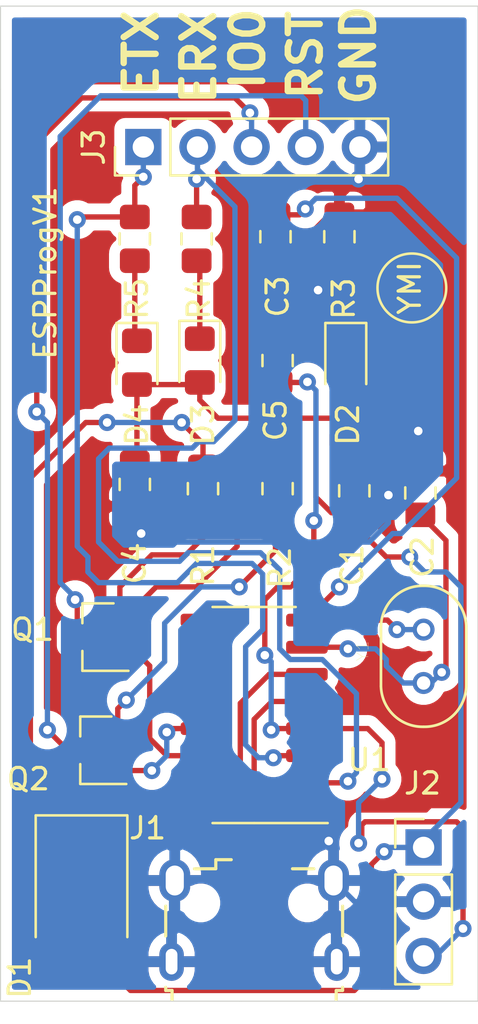
<source format=kicad_pcb>
(kicad_pcb (version 20171130) (host pcbnew "(5.1.5)-3")

  (general
    (thickness 1.6)
    (drawings 17)
    (tracks 303)
    (zones 0)
    (modules 21)
    (nets 26)
  )

  (page A4)
  (layers
    (0 F.Cu signal)
    (31 B.Cu signal)
    (32 B.Adhes user)
    (33 F.Adhes user)
    (34 B.Paste user)
    (35 F.Paste user)
    (36 B.SilkS user)
    (37 F.SilkS user)
    (38 B.Mask user)
    (39 F.Mask user)
    (40 Dwgs.User user)
    (41 Cmts.User user)
    (42 Eco1.User user)
    (43 Eco2.User user)
    (44 Edge.Cuts user)
    (45 Margin user)
    (46 B.CrtYd user)
    (47 F.CrtYd user)
    (48 B.Fab user)
    (49 F.Fab user hide)
  )

  (setup
    (last_trace_width 0.25)
    (trace_clearance 0.2)
    (zone_clearance 0.508)
    (zone_45_only no)
    (trace_min 0.2)
    (via_size 0.8)
    (via_drill 0.4)
    (via_min_size 0.4)
    (via_min_drill 0.3)
    (uvia_size 0.3)
    (uvia_drill 0.1)
    (uvias_allowed no)
    (uvia_min_size 0.2)
    (uvia_min_drill 0.1)
    (edge_width 0.05)
    (segment_width 0.2)
    (pcb_text_width 0.3)
    (pcb_text_size 1.5 1.5)
    (mod_edge_width 0.12)
    (mod_text_size 1 1)
    (mod_text_width 0.15)
    (pad_size 1.524 1.524)
    (pad_drill 0.762)
    (pad_to_mask_clearance 0.051)
    (solder_mask_min_width 0.25)
    (aux_axis_origin 0 0)
    (visible_elements 7FFFFFFF)
    (pcbplotparams
      (layerselection 0x010fc_ffffffff)
      (usegerberextensions false)
      (usegerberattributes false)
      (usegerberadvancedattributes false)
      (creategerberjobfile false)
      (excludeedgelayer true)
      (linewidth 0.100000)
      (plotframeref false)
      (viasonmask false)
      (mode 1)
      (useauxorigin false)
      (hpglpennumber 1)
      (hpglpenspeed 20)
      (hpglpendiameter 15.000000)
      (psnegative false)
      (psa4output false)
      (plotreference true)
      (plotvalue true)
      (plotinvisibletext false)
      (padsonsilk false)
      (subtractmaskfromsilk false)
      (outputformat 1)
      (mirror false)
      (drillshape 1)
      (scaleselection 1)
      (outputdirectory ""))
  )

  (net 0 "")
  (net 1 GND)
  (net 2 +5V)
  (net 3 "Net-(C2-Pad1)")
  (net 4 "Net-(C3-Pad1)")
  (net 5 +3V3)
  (net 6 "Net-(D1-Pad2)")
  (net 7 "Net-(D2-Pad1)")
  (net 8 "Net-(D3-Pad1)")
  (net 9 "Net-(D4-Pad1)")
  (net 10 /USB_D-)
  (net 11 /USB_D+)
  (net 12 "Net-(J1-Pad4)")
  (net 13 /ESP_TX)
  (net 14 /ESP_RX)
  (net 15 /IO0)
  (net 16 /RST)
  (net 17 "Net-(Q1-Pad2)")
  (net 18 /RTS)
  (net 19 /DTR)
  (net 20 "Net-(Q2-Pad2)")
  (net 21 "Net-(U1-Pad9)")
  (net 22 "Net-(U1-Pad10)")
  (net 23 "Net-(U1-Pad11)")
  (net 24 "Net-(U1-Pad12)")
  (net 25 "Net-(U1-Pad15)")

  (net_class Default "This is the default net class."
    (clearance 0.2)
    (trace_width 0.25)
    (via_dia 0.8)
    (via_drill 0.4)
    (uvia_dia 0.3)
    (uvia_drill 0.1)
    (add_net +3V3)
    (add_net +5V)
    (add_net /DTR)
    (add_net /ESP_RX)
    (add_net /ESP_TX)
    (add_net /IO0)
    (add_net /RST)
    (add_net /RTS)
    (add_net /USB_D+)
    (add_net /USB_D-)
    (add_net GND)
    (add_net "Net-(C2-Pad1)")
    (add_net "Net-(C3-Pad1)")
    (add_net "Net-(D1-Pad2)")
    (add_net "Net-(D2-Pad1)")
    (add_net "Net-(D3-Pad1)")
    (add_net "Net-(D4-Pad1)")
    (add_net "Net-(J1-Pad4)")
    (add_net "Net-(Q1-Pad2)")
    (add_net "Net-(Q2-Pad2)")
    (add_net "Net-(U1-Pad10)")
    (add_net "Net-(U1-Pad11)")
    (add_net "Net-(U1-Pad12)")
    (add_net "Net-(U1-Pad15)")
    (add_net "Net-(U1-Pad9)")
  )

  (module Capacitor_SMD:C_0805_2012Metric_Pad1.15x1.40mm_HandSolder (layer F.Cu) (tedit 5F72BB23) (tstamp 5F72870E)
    (at 106.2 85.9 90)
    (descr "Capacitor SMD 0805 (2012 Metric), square (rectangular) end terminal, IPC_7351 nominal with elongated pad for handsoldering. (Body size source: https://docs.google.com/spreadsheets/d/1BsfQQcO9C6DZCsRaXUlFlo91Tg2WpOkGARC1WS5S8t0/edit?usp=sharing), generated with kicad-footprint-generator")
    (tags "capacitor handsolder")
    (path /5F66D22D)
    (attr smd)
    (fp_text reference C1 (at -3.5 -0.1 90) (layer F.SilkS)
      (effects (font (size 1 1) (thickness 0.15)))
    )
    (fp_text value 0.1uf (at 0 1.65 90) (layer F.Fab)
      (effects (font (size 1 1) (thickness 0.15)))
    )
    (fp_text user %R (at 0 0 90) (layer F.Fab)
      (effects (font (size 0.5 0.5) (thickness 0.08)))
    )
    (fp_line (start 1.85 0.95) (end -1.85 0.95) (layer F.CrtYd) (width 0.05))
    (fp_line (start 1.85 -0.95) (end 1.85 0.95) (layer F.CrtYd) (width 0.05))
    (fp_line (start -1.85 -0.95) (end 1.85 -0.95) (layer F.CrtYd) (width 0.05))
    (fp_line (start -1.85 0.95) (end -1.85 -0.95) (layer F.CrtYd) (width 0.05))
    (fp_line (start -0.261252 0.71) (end 0.261252 0.71) (layer F.SilkS) (width 0.12))
    (fp_line (start -0.261252 -0.71) (end 0.261252 -0.71) (layer F.SilkS) (width 0.12))
    (fp_line (start 1 0.6) (end -1 0.6) (layer F.Fab) (width 0.1))
    (fp_line (start 1 -0.6) (end 1 0.6) (layer F.Fab) (width 0.1))
    (fp_line (start -1 -0.6) (end 1 -0.6) (layer F.Fab) (width 0.1))
    (fp_line (start -1 0.6) (end -1 -0.6) (layer F.Fab) (width 0.1))
    (pad 2 smd roundrect (at 1.025 0 90) (size 1.15 1.4) (layers F.Cu F.Paste F.Mask) (roundrect_rratio 0.217391)
      (net 1 GND))
    (pad 1 smd roundrect (at -1.025 0 90) (size 1.15 1.4) (layers F.Cu F.Paste F.Mask) (roundrect_rratio 0.217391)
      (net 2 +5V))
    (model ${KISYS3DMOD}/Capacitor_SMD.3dshapes/C_0805_2012Metric.wrl
      (at (xyz 0 0 0))
      (scale (xyz 1 1 1))
      (rotate (xyz 0 0 0))
    )
  )

  (module Capacitor_SMD:C_0805_2012Metric_Pad1.15x1.40mm_HandSolder (layer F.Cu) (tedit 5F72BACD) (tstamp 5F72871F)
    (at 109.3 86 90)
    (descr "Capacitor SMD 0805 (2012 Metric), square (rectangular) end terminal, IPC_7351 nominal with elongated pad for handsoldering. (Body size source: https://docs.google.com/spreadsheets/d/1BsfQQcO9C6DZCsRaXUlFlo91Tg2WpOkGARC1WS5S8t0/edit?usp=sharing), generated with kicad-footprint-generator")
    (tags "capacitor handsolder")
    (path /5F664DD6)
    (attr smd)
    (fp_text reference C2 (at -3 0.1 90) (layer F.SilkS)
      (effects (font (size 1 1) (thickness 0.15)))
    )
    (fp_text value 22nf (at 0 1.65 90) (layer F.Fab)
      (effects (font (size 1 1) (thickness 0.15)))
    )
    (fp_line (start -1 0.6) (end -1 -0.6) (layer F.Fab) (width 0.1))
    (fp_line (start -1 -0.6) (end 1 -0.6) (layer F.Fab) (width 0.1))
    (fp_line (start 1 -0.6) (end 1 0.6) (layer F.Fab) (width 0.1))
    (fp_line (start 1 0.6) (end -1 0.6) (layer F.Fab) (width 0.1))
    (fp_line (start -0.261252 -0.71) (end 0.261252 -0.71) (layer F.SilkS) (width 0.12))
    (fp_line (start -0.261252 0.71) (end 0.261252 0.71) (layer F.SilkS) (width 0.12))
    (fp_line (start -1.85 0.95) (end -1.85 -0.95) (layer F.CrtYd) (width 0.05))
    (fp_line (start -1.85 -0.95) (end 1.85 -0.95) (layer F.CrtYd) (width 0.05))
    (fp_line (start 1.85 -0.95) (end 1.85 0.95) (layer F.CrtYd) (width 0.05))
    (fp_line (start 1.85 0.95) (end -1.85 0.95) (layer F.CrtYd) (width 0.05))
    (fp_text user %R (at 0 0 90) (layer F.Fab)
      (effects (font (size 0.5 0.5) (thickness 0.08)))
    )
    (pad 1 smd roundrect (at -1.025 0 90) (size 1.15 1.4) (layers F.Cu F.Paste F.Mask) (roundrect_rratio 0.217391)
      (net 3 "Net-(C2-Pad1)"))
    (pad 2 smd roundrect (at 1.025 0 90) (size 1.15 1.4) (layers F.Cu F.Paste F.Mask) (roundrect_rratio 0.217391)
      (net 1 GND))
    (model ${KISYS3DMOD}/Capacitor_SMD.3dshapes/C_0805_2012Metric.wrl
      (at (xyz 0 0 0))
      (scale (xyz 1 1 1))
      (rotate (xyz 0 0 0))
    )
  )

  (module Capacitor_SMD:C_0805_2012Metric_Pad1.15x1.40mm_HandSolder (layer F.Cu) (tedit 5F72BB6C) (tstamp 5F728730)
    (at 102.5 74 270)
    (descr "Capacitor SMD 0805 (2012 Metric), square (rectangular) end terminal, IPC_7351 nominal with elongated pad for handsoldering. (Body size source: https://docs.google.com/spreadsheets/d/1BsfQQcO9C6DZCsRaXUlFlo91Tg2WpOkGARC1WS5S8t0/edit?usp=sharing), generated with kicad-footprint-generator")
    (tags "capacitor handsolder")
    (path /5F665354)
    (attr smd)
    (fp_text reference C3 (at 2.8 -0.1 270) (layer F.SilkS)
      (effects (font (size 1 1) (thickness 0.15)))
    )
    (fp_text value 22pf (at 0 1.65 270) (layer F.Fab)
      (effects (font (size 1 1) (thickness 0.15)))
    )
    (fp_text user %R (at 0 0 270) (layer F.Fab)
      (effects (font (size 0.5 0.5) (thickness 0.08)))
    )
    (fp_line (start 1.85 0.95) (end -1.85 0.95) (layer F.CrtYd) (width 0.05))
    (fp_line (start 1.85 -0.95) (end 1.85 0.95) (layer F.CrtYd) (width 0.05))
    (fp_line (start -1.85 -0.95) (end 1.85 -0.95) (layer F.CrtYd) (width 0.05))
    (fp_line (start -1.85 0.95) (end -1.85 -0.95) (layer F.CrtYd) (width 0.05))
    (fp_line (start -0.261252 0.71) (end 0.261252 0.71) (layer F.SilkS) (width 0.12))
    (fp_line (start -0.261252 -0.71) (end 0.261252 -0.71) (layer F.SilkS) (width 0.12))
    (fp_line (start 1 0.6) (end -1 0.6) (layer F.Fab) (width 0.1))
    (fp_line (start 1 -0.6) (end 1 0.6) (layer F.Fab) (width 0.1))
    (fp_line (start -1 -0.6) (end 1 -0.6) (layer F.Fab) (width 0.1))
    (fp_line (start -1 0.6) (end -1 -0.6) (layer F.Fab) (width 0.1))
    (pad 2 smd roundrect (at 1.025 0 270) (size 1.15 1.4) (layers F.Cu F.Paste F.Mask) (roundrect_rratio 0.217391)
      (net 1 GND))
    (pad 1 smd roundrect (at -1.025 0 270) (size 1.15 1.4) (layers F.Cu F.Paste F.Mask) (roundrect_rratio 0.217391)
      (net 4 "Net-(C3-Pad1)"))
    (model ${KISYS3DMOD}/Capacitor_SMD.3dshapes/C_0805_2012Metric.wrl
      (at (xyz 0 0 0))
      (scale (xyz 1 1 1))
      (rotate (xyz 0 0 0))
    )
  )

  (module Capacitor_SMD:C_0805_2012Metric_Pad1.15x1.40mm_HandSolder (layer F.Cu) (tedit 5F72BB17) (tstamp 5F728741)
    (at 95.9 85.6 270)
    (descr "Capacitor SMD 0805 (2012 Metric), square (rectangular) end terminal, IPC_7351 nominal with elongated pad for handsoldering. (Body size source: https://docs.google.com/spreadsheets/d/1BsfQQcO9C6DZCsRaXUlFlo91Tg2WpOkGARC1WS5S8t0/edit?usp=sharing), generated with kicad-footprint-generator")
    (tags "capacitor handsolder")
    (path /5F66D555)
    (attr smd)
    (fp_text reference C4 (at 3.7 0 270) (layer F.SilkS)
      (effects (font (size 1 1) (thickness 0.15)))
    )
    (fp_text value 0.1uf (at 0.15 0.15 270) (layer F.Fab)
      (effects (font (size 1 1) (thickness 0.15)))
    )
    (fp_line (start -1 0.6) (end -1 -0.6) (layer F.Fab) (width 0.1))
    (fp_line (start -1 -0.6) (end 1 -0.6) (layer F.Fab) (width 0.1))
    (fp_line (start 1 -0.6) (end 1 0.6) (layer F.Fab) (width 0.1))
    (fp_line (start 1 0.6) (end -1 0.6) (layer F.Fab) (width 0.1))
    (fp_line (start -0.261252 -0.71) (end 0.261252 -0.71) (layer F.SilkS) (width 0.12))
    (fp_line (start -0.261252 0.71) (end 0.261252 0.71) (layer F.SilkS) (width 0.12))
    (fp_line (start -1.85 0.95) (end -1.85 -0.95) (layer F.CrtYd) (width 0.05))
    (fp_line (start -1.85 -0.95) (end 1.85 -0.95) (layer F.CrtYd) (width 0.05))
    (fp_line (start 1.85 -0.95) (end 1.85 0.95) (layer F.CrtYd) (width 0.05))
    (fp_line (start 1.85 0.95) (end -1.85 0.95) (layer F.CrtYd) (width 0.05))
    (fp_text user %R (at 0 0 270) (layer F.Fab)
      (effects (font (size 0.5 0.5) (thickness 0.08)))
    )
    (pad 1 smd roundrect (at -1.025 0 270) (size 1.15 1.4) (layers F.Cu F.Paste F.Mask) (roundrect_rratio 0.217391)
      (net 2 +5V))
    (pad 2 smd roundrect (at 1.025 0 270) (size 1.15 1.4) (layers F.Cu F.Paste F.Mask) (roundrect_rratio 0.217391)
      (net 1 GND))
    (model ${KISYS3DMOD}/Capacitor_SMD.3dshapes/C_0805_2012Metric.wrl
      (at (xyz 0 0 0))
      (scale (xyz 1 1 1))
      (rotate (xyz 0 0 0))
    )
  )

  (module Capacitor_SMD:C_0805_2012Metric_Pad1.15x1.40mm_HandSolder (layer F.Cu) (tedit 5F72BB3F) (tstamp 5F728752)
    (at 102.6 79.8 90)
    (descr "Capacitor SMD 0805 (2012 Metric), square (rectangular) end terminal, IPC_7351 nominal with elongated pad for handsoldering. (Body size source: https://docs.google.com/spreadsheets/d/1BsfQQcO9C6DZCsRaXUlFlo91Tg2WpOkGARC1WS5S8t0/edit?usp=sharing), generated with kicad-footprint-generator")
    (tags "capacitor handsolder")
    (path /5F668FCB)
    (attr smd)
    (fp_text reference C5 (at -2.8 -0.1 90) (layer F.SilkS)
      (effects (font (size 1 1) (thickness 0.15)))
    )
    (fp_text value 0.1uf (at 0 1.65 90) (layer F.Fab)
      (effects (font (size 1 1) (thickness 0.15)))
    )
    (fp_line (start -1 0.6) (end -1 -0.6) (layer F.Fab) (width 0.1))
    (fp_line (start -1 -0.6) (end 1 -0.6) (layer F.Fab) (width 0.1))
    (fp_line (start 1 -0.6) (end 1 0.6) (layer F.Fab) (width 0.1))
    (fp_line (start 1 0.6) (end -1 0.6) (layer F.Fab) (width 0.1))
    (fp_line (start -0.261252 -0.71) (end 0.261252 -0.71) (layer F.SilkS) (width 0.12))
    (fp_line (start -0.261252 0.71) (end 0.261252 0.71) (layer F.SilkS) (width 0.12))
    (fp_line (start -1.85 0.95) (end -1.85 -0.95) (layer F.CrtYd) (width 0.05))
    (fp_line (start -1.85 -0.95) (end 1.85 -0.95) (layer F.CrtYd) (width 0.05))
    (fp_line (start 1.85 -0.95) (end 1.85 0.95) (layer F.CrtYd) (width 0.05))
    (fp_line (start 1.85 0.95) (end -1.85 0.95) (layer F.CrtYd) (width 0.05))
    (fp_text user %R (at 0 0 90) (layer F.Fab)
      (effects (font (size 0.5 0.5) (thickness 0.08)))
    )
    (pad 1 smd roundrect (at -1.025 0 90) (size 1.15 1.4) (layers F.Cu F.Paste F.Mask) (roundrect_rratio 0.217391)
      (net 5 +3V3))
    (pad 2 smd roundrect (at 1.025 0 90) (size 1.15 1.4) (layers F.Cu F.Paste F.Mask) (roundrect_rratio 0.217391)
      (net 1 GND))
    (model ${KISYS3DMOD}/Capacitor_SMD.3dshapes/C_0805_2012Metric.wrl
      (at (xyz 0 0 0))
      (scale (xyz 1 1 1))
      (rotate (xyz 0 0 0))
    )
  )

  (module Diode_SMD:D_SMB (layer F.Cu) (tedit 5F72BA62) (tstamp 5F72876A)
    (at 93.4 104.65 270)
    (descr "Diode SMB (DO-214AA)")
    (tags "Diode SMB (DO-214AA)")
    (path /5F65AA02)
    (attr smd)
    (fp_text reference D1 (at 4.05 2.9 270) (layer F.SilkS)
      (effects (font (size 1 1) (thickness 0.15)))
    )
    (fp_text value D (at 0 3.1 270) (layer F.Fab)
      (effects (font (size 1 1) (thickness 0.15)))
    )
    (fp_text user %R (at 0 -3 270) (layer F.Fab)
      (effects (font (size 1 1) (thickness 0.15)))
    )
    (fp_line (start -3.55 -2.15) (end -3.55 2.15) (layer F.SilkS) (width 0.12))
    (fp_line (start 2.3 2) (end -2.3 2) (layer F.Fab) (width 0.1))
    (fp_line (start -2.3 2) (end -2.3 -2) (layer F.Fab) (width 0.1))
    (fp_line (start 2.3 -2) (end 2.3 2) (layer F.Fab) (width 0.1))
    (fp_line (start 2.3 -2) (end -2.3 -2) (layer F.Fab) (width 0.1))
    (fp_line (start -3.65 -2.25) (end 3.65 -2.25) (layer F.CrtYd) (width 0.05))
    (fp_line (start 3.65 -2.25) (end 3.65 2.25) (layer F.CrtYd) (width 0.05))
    (fp_line (start 3.65 2.25) (end -3.65 2.25) (layer F.CrtYd) (width 0.05))
    (fp_line (start -3.65 2.25) (end -3.65 -2.25) (layer F.CrtYd) (width 0.05))
    (fp_line (start -0.64944 0.00102) (end -1.55114 0.00102) (layer F.Fab) (width 0.1))
    (fp_line (start 0.50118 0.00102) (end 1.4994 0.00102) (layer F.Fab) (width 0.1))
    (fp_line (start -0.64944 -0.79908) (end -0.64944 0.80112) (layer F.Fab) (width 0.1))
    (fp_line (start 0.50118 0.75032) (end 0.50118 -0.79908) (layer F.Fab) (width 0.1))
    (fp_line (start -0.64944 0.00102) (end 0.50118 0.75032) (layer F.Fab) (width 0.1))
    (fp_line (start -0.64944 0.00102) (end 0.50118 -0.79908) (layer F.Fab) (width 0.1))
    (fp_line (start -3.55 2.15) (end 2.15 2.15) (layer F.SilkS) (width 0.12))
    (fp_line (start -3.55 -2.15) (end 2.15 -2.15) (layer F.SilkS) (width 0.12))
    (pad 1 smd rect (at -2.15 0 270) (size 2.5 2.3) (layers F.Cu F.Paste F.Mask)
      (net 2 +5V))
    (pad 2 smd rect (at 2.15 0 270) (size 2.5 2.3) (layers F.Cu F.Paste F.Mask)
      (net 6 "Net-(D1-Pad2)"))
    (model ${KISYS3DMOD}/Diode_SMD.3dshapes/D_SMB.wrl
      (at (xyz 0 0 0))
      (scale (xyz 1 1 1))
      (rotate (xyz 0 0 0))
    )
  )

  (module LED_SMD:LED_0805_2012Metric_Pad1.15x1.40mm_HandSolder (layer F.Cu) (tedit 5F72BB48) (tstamp 5F72877D)
    (at 105.8 79.9 270)
    (descr "LED SMD 0805 (2012 Metric), square (rectangular) end terminal, IPC_7351 nominal, (Body size source: https://docs.google.com/spreadsheets/d/1BsfQQcO9C6DZCsRaXUlFlo91Tg2WpOkGARC1WS5S8t0/edit?usp=sharing), generated with kicad-footprint-generator")
    (tags "LED handsolder")
    (path /5F6AA86B)
    (attr smd)
    (fp_text reference D2 (at 2.9 -0.1 270) (layer F.SilkS)
      (effects (font (size 1 1) (thickness 0.15)))
    )
    (fp_text value LED (at 0 1.65 270) (layer F.Fab)
      (effects (font (size 1 1) (thickness 0.15)))
    )
    (fp_line (start 1 -0.6) (end -0.7 -0.6) (layer F.Fab) (width 0.1))
    (fp_line (start -0.7 -0.6) (end -1 -0.3) (layer F.Fab) (width 0.1))
    (fp_line (start -1 -0.3) (end -1 0.6) (layer F.Fab) (width 0.1))
    (fp_line (start -1 0.6) (end 1 0.6) (layer F.Fab) (width 0.1))
    (fp_line (start 1 0.6) (end 1 -0.6) (layer F.Fab) (width 0.1))
    (fp_line (start 1 -0.96) (end -1.86 -0.96) (layer F.SilkS) (width 0.12))
    (fp_line (start -1.86 -0.96) (end -1.86 0.96) (layer F.SilkS) (width 0.12))
    (fp_line (start -1.86 0.96) (end 1 0.96) (layer F.SilkS) (width 0.12))
    (fp_line (start -1.85 0.95) (end -1.85 -0.95) (layer F.CrtYd) (width 0.05))
    (fp_line (start -1.85 -0.95) (end 1.85 -0.95) (layer F.CrtYd) (width 0.05))
    (fp_line (start 1.85 -0.95) (end 1.85 0.95) (layer F.CrtYd) (width 0.05))
    (fp_line (start 1.85 0.95) (end -1.85 0.95) (layer F.CrtYd) (width 0.05))
    (fp_text user %R (at 0 0 270) (layer F.Fab)
      (effects (font (size 0.5 0.5) (thickness 0.08)))
    )
    (pad 1 smd roundrect (at -1.025 0 270) (size 1.15 1.4) (layers F.Cu F.Paste F.Mask) (roundrect_rratio 0.217391)
      (net 7 "Net-(D2-Pad1)"))
    (pad 2 smd roundrect (at 1.025 0 270) (size 1.15 1.4) (layers F.Cu F.Paste F.Mask) (roundrect_rratio 0.217391)
      (net 2 +5V))
    (model ${KISYS3DMOD}/LED_SMD.3dshapes/LED_0805_2012Metric.wrl
      (at (xyz 0 0 0))
      (scale (xyz 1 1 1))
      (rotate (xyz 0 0 0))
    )
  )

  (module LED_SMD:LED_0805_2012Metric_Pad1.15x1.40mm_HandSolder (layer F.Cu) (tedit 5F72BB36) (tstamp 5F728790)
    (at 98.95 79.8 270)
    (descr "LED SMD 0805 (2012 Metric), square (rectangular) end terminal, IPC_7351 nominal, (Body size source: https://docs.google.com/spreadsheets/d/1BsfQQcO9C6DZCsRaXUlFlo91Tg2WpOkGARC1WS5S8t0/edit?usp=sharing), generated with kicad-footprint-generator")
    (tags "LED handsolder")
    (path /5F6B7AC0)
    (attr smd)
    (fp_text reference D3 (at 3 -0.15 270) (layer F.SilkS)
      (effects (font (size 1 1) (thickness 0.15)))
    )
    (fp_text value LED (at 0 1.65 270) (layer F.Fab)
      (effects (font (size 1 1) (thickness 0.15)))
    )
    (fp_text user %R (at 0 0 270) (layer F.Fab)
      (effects (font (size 0.5 0.5) (thickness 0.08)))
    )
    (fp_line (start 1.85 0.95) (end -1.85 0.95) (layer F.CrtYd) (width 0.05))
    (fp_line (start 1.85 -0.95) (end 1.85 0.95) (layer F.CrtYd) (width 0.05))
    (fp_line (start -1.85 -0.95) (end 1.85 -0.95) (layer F.CrtYd) (width 0.05))
    (fp_line (start -1.85 0.95) (end -1.85 -0.95) (layer F.CrtYd) (width 0.05))
    (fp_line (start -1.86 0.96) (end 1 0.96) (layer F.SilkS) (width 0.12))
    (fp_line (start -1.86 -0.96) (end -1.86 0.96) (layer F.SilkS) (width 0.12))
    (fp_line (start 1 -0.96) (end -1.86 -0.96) (layer F.SilkS) (width 0.12))
    (fp_line (start 1 0.6) (end 1 -0.6) (layer F.Fab) (width 0.1))
    (fp_line (start -1 0.6) (end 1 0.6) (layer F.Fab) (width 0.1))
    (fp_line (start -1 -0.3) (end -1 0.6) (layer F.Fab) (width 0.1))
    (fp_line (start -0.7 -0.6) (end -1 -0.3) (layer F.Fab) (width 0.1))
    (fp_line (start 1 -0.6) (end -0.7 -0.6) (layer F.Fab) (width 0.1))
    (pad 2 smd roundrect (at 1.025 0 270) (size 1.15 1.4) (layers F.Cu F.Paste F.Mask) (roundrect_rratio 0.217391)
      (net 2 +5V))
    (pad 1 smd roundrect (at -1.025 0 270) (size 1.15 1.4) (layers F.Cu F.Paste F.Mask) (roundrect_rratio 0.217391)
      (net 8 "Net-(D3-Pad1)"))
    (model ${KISYS3DMOD}/LED_SMD.3dshapes/LED_0805_2012Metric.wrl
      (at (xyz 0 0 0))
      (scale (xyz 1 1 1))
      (rotate (xyz 0 0 0))
    )
  )

  (module LED_SMD:LED_0805_2012Metric_Pad1.15x1.40mm_HandSolder (layer F.Cu) (tedit 5F72BC4E) (tstamp 5F7287A3)
    (at 96 79.9 270)
    (descr "LED SMD 0805 (2012 Metric), square (rectangular) end terminal, IPC_7351 nominal, (Body size source: https://docs.google.com/spreadsheets/d/1BsfQQcO9C6DZCsRaXUlFlo91Tg2WpOkGARC1WS5S8t0/edit?usp=sharing), generated with kicad-footprint-generator")
    (tags "LED handsolder")
    (path /5F6BAB48)
    (attr smd)
    (fp_text reference D4 (at 2.9 0 270) (layer F.SilkS)
      (effects (font (size 1 1) (thickness 0.15)))
    )
    (fp_text value LED (at 0 1.65 270) (layer F.Fab)
      (effects (font (size 1 1) (thickness 0.15)))
    )
    (fp_line (start 1 -0.6) (end -0.7 -0.6) (layer F.Fab) (width 0.1))
    (fp_line (start -0.7 -0.6) (end -1 -0.3) (layer F.Fab) (width 0.1))
    (fp_line (start -1 -0.3) (end -1 0.6) (layer F.Fab) (width 0.1))
    (fp_line (start -1 0.6) (end 1 0.6) (layer F.Fab) (width 0.1))
    (fp_line (start 1 0.6) (end 1 -0.6) (layer F.Fab) (width 0.1))
    (fp_line (start 1 -0.96) (end -1.86 -0.96) (layer F.SilkS) (width 0.12))
    (fp_line (start -1.86 -0.96) (end -1.86 0.96) (layer F.SilkS) (width 0.12))
    (fp_line (start -1.86 0.96) (end 1 0.96) (layer F.SilkS) (width 0.12))
    (fp_line (start -1.85 0.95) (end -1.85 -0.95) (layer F.CrtYd) (width 0.05))
    (fp_line (start -1.85 -0.95) (end 1.85 -0.95) (layer F.CrtYd) (width 0.05))
    (fp_line (start 1.85 -0.95) (end 1.85 0.95) (layer F.CrtYd) (width 0.05))
    (fp_line (start 1.85 0.95) (end -1.85 0.95) (layer F.CrtYd) (width 0.05))
    (fp_text user %R (at 0 0 270) (layer F.Fab)
      (effects (font (size 0.5 0.5) (thickness 0.08)))
    )
    (pad 1 smd roundrect (at -1.025 0 270) (size 1.15 1.4) (layers F.Cu F.Paste F.Mask) (roundrect_rratio 0.217391)
      (net 9 "Net-(D4-Pad1)"))
    (pad 2 smd roundrect (at 1.025 0 270) (size 1.15 1.4) (layers F.Cu F.Paste F.Mask) (roundrect_rratio 0.217391)
      (net 2 +5V))
    (model ${KISYS3DMOD}/LED_SMD.3dshapes/LED_0805_2012Metric.wrl
      (at (xyz 0 0 0))
      (scale (xyz 1 1 1))
      (rotate (xyz 0 0 0))
    )
  )

  (module Connector_USB:USB_Micro-B_Wuerth_629105150521 (layer F.Cu) (tedit 5F72BA3A) (tstamp 5F7287D2)
    (at 101.5 106)
    (descr "USB Micro-B receptacle, http://www.mouser.com/ds/2/445/629105150521-469306.pdf")
    (tags "usb micro receptacle")
    (path /5F659F31)
    (attr smd)
    (fp_text reference J1 (at -5 -4.3) (layer F.SilkS)
      (effects (font (size 1 1) (thickness 0.15)))
    )
    (fp_text value USB_B_Micro (at 0 5.6) (layer F.Fab)
      (effects (font (size 1 1) (thickness 0.15)))
    )
    (fp_line (start -4 -2.25) (end -4 3.15) (layer F.Fab) (width 0.15))
    (fp_line (start -4 3.15) (end -3.7 3.15) (layer F.Fab) (width 0.15))
    (fp_line (start -3.7 3.15) (end -3.7 4.35) (layer F.Fab) (width 0.15))
    (fp_line (start -3.7 4.35) (end 3.7 4.35) (layer F.Fab) (width 0.15))
    (fp_line (start 3.7 4.35) (end 3.7 3.15) (layer F.Fab) (width 0.15))
    (fp_line (start 3.7 3.15) (end 4 3.15) (layer F.Fab) (width 0.15))
    (fp_line (start 4 3.15) (end 4 -2.25) (layer F.Fab) (width 0.15))
    (fp_line (start 4 -2.25) (end -4 -2.25) (layer F.Fab) (width 0.15))
    (fp_line (start -2.7 3.75) (end 2.7 3.75) (layer F.Fab) (width 0.15))
    (fp_line (start -1.075 -2.725) (end -1.3 -2.55) (layer F.Fab) (width 0.15))
    (fp_line (start -1.3 -2.55) (end -1.525 -2.725) (layer F.Fab) (width 0.15))
    (fp_line (start -1.525 -2.725) (end -1.525 -2.95) (layer F.Fab) (width 0.15))
    (fp_line (start -1.525 -2.95) (end -1.075 -2.95) (layer F.Fab) (width 0.15))
    (fp_line (start -1.075 -2.95) (end -1.075 -2.725) (layer F.Fab) (width 0.15))
    (fp_line (start -4.15 -0.65) (end -4.15 0.75) (layer F.SilkS) (width 0.15))
    (fp_line (start -4.15 3.15) (end -4.15 3.3) (layer F.SilkS) (width 0.15))
    (fp_line (start -4.15 3.3) (end -3.85 3.3) (layer F.SilkS) (width 0.15))
    (fp_line (start -3.85 3.3) (end -3.85 3.75) (layer F.SilkS) (width 0.15))
    (fp_line (start 3.85 3.75) (end 3.85 3.3) (layer F.SilkS) (width 0.15))
    (fp_line (start 3.85 3.3) (end 4.15 3.3) (layer F.SilkS) (width 0.15))
    (fp_line (start 4.15 3.3) (end 4.15 3.15) (layer F.SilkS) (width 0.15))
    (fp_line (start 4.15 0.75) (end 4.15 -0.65) (layer F.SilkS) (width 0.15))
    (fp_line (start -1.075 -2.825) (end -1.8 -2.825) (layer F.SilkS) (width 0.15))
    (fp_line (start -1.8 -2.825) (end -1.8 -2.4) (layer F.SilkS) (width 0.15))
    (fp_line (start -1.8 -2.4) (end -2.8 -2.4) (layer F.SilkS) (width 0.15))
    (fp_line (start 1.8 -2.4) (end 2.8 -2.4) (layer F.SilkS) (width 0.15))
    (fp_line (start -4.94 -3.34) (end -4.94 4.85) (layer F.CrtYd) (width 0.05))
    (fp_line (start -4.94 4.85) (end 4.95 4.85) (layer F.CrtYd) (width 0.05))
    (fp_line (start 4.95 4.85) (end 4.95 -3.34) (layer F.CrtYd) (width 0.05))
    (fp_line (start 4.95 -3.34) (end -4.94 -3.34) (layer F.CrtYd) (width 0.05))
    (fp_text user %R (at 0 1.05) (layer F.Fab)
      (effects (font (size 1 1) (thickness 0.15)))
    )
    (fp_text user "PCB Edge" (at 0 3.75) (layer Dwgs.User)
      (effects (font (size 0.5 0.5) (thickness 0.08)))
    )
    (pad 1 smd rect (at -1.3 -1.9) (size 0.45 1.3) (layers F.Cu F.Paste F.Mask)
      (net 6 "Net-(D1-Pad2)"))
    (pad 2 smd rect (at -0.65 -1.9) (size 0.45 1.3) (layers F.Cu F.Paste F.Mask)
      (net 10 /USB_D-))
    (pad 3 smd rect (at 0 -1.9) (size 0.45 1.3) (layers F.Cu F.Paste F.Mask)
      (net 11 /USB_D+))
    (pad 4 smd rect (at 0.65 -1.9) (size 0.45 1.3) (layers F.Cu F.Paste F.Mask)
      (net 12 "Net-(J1-Pad4)"))
    (pad 5 smd rect (at 1.3 -1.9) (size 0.45 1.3) (layers F.Cu F.Paste F.Mask)
      (net 1 GND))
    (pad 6 thru_hole oval (at -3.725 -1.85) (size 1.45 2) (drill oval 0.85 1.4) (layers *.Cu *.Mask)
      (net 1 GND))
    (pad 6 thru_hole oval (at 3.725 -1.85) (size 1.45 2) (drill oval 0.85 1.4) (layers *.Cu *.Mask)
      (net 1 GND))
    (pad 6 thru_hole oval (at -3.875 1.95) (size 1.15 1.8) (drill oval 0.55 1.2) (layers *.Cu *.Mask)
      (net 1 GND))
    (pad 6 thru_hole oval (at 3.875 1.95) (size 1.15 1.8) (drill oval 0.55 1.2) (layers *.Cu *.Mask)
      (net 1 GND))
    (pad "" np_thru_hole oval (at -2.5 -0.8) (size 0.8 0.8) (drill 0.8) (layers *.Cu *.Mask))
    (pad "" np_thru_hole oval (at 2.5 -0.8) (size 0.8 0.8) (drill 0.8) (layers *.Cu *.Mask))
    (model "E:/Kicad/KicadLibrary/3D/Würth 629105150521 Micro USB Connector Right Amgle Receptacle.stp"
      (at (xyz 0 0 0))
      (scale (xyz 1 1 1))
      (rotate (xyz 0 0 0))
    )
  )

  (module Connector_PinHeader_2.54mm:PinHeader_1x03_P2.54mm_Vertical (layer F.Cu) (tedit 5F72BA36) (tstamp 5F7287E9)
    (at 109.45 102.6)
    (descr "Through hole straight pin header, 1x03, 2.54mm pitch, single row")
    (tags "Through hole pin header THT 1x03 2.54mm single row")
    (path /5F71698F)
    (fp_text reference J2 (at -0.05 -3) (layer F.SilkS)
      (effects (font (size 1 1) (thickness 0.15)))
    )
    (fp_text value Power (at 0 7.41) (layer F.Fab)
      (effects (font (size 1 1) (thickness 0.15)))
    )
    (fp_line (start -0.635 -1.27) (end 1.27 -1.27) (layer F.Fab) (width 0.1))
    (fp_line (start 1.27 -1.27) (end 1.27 6.35) (layer F.Fab) (width 0.1))
    (fp_line (start 1.27 6.35) (end -1.27 6.35) (layer F.Fab) (width 0.1))
    (fp_line (start -1.27 6.35) (end -1.27 -0.635) (layer F.Fab) (width 0.1))
    (fp_line (start -1.27 -0.635) (end -0.635 -1.27) (layer F.Fab) (width 0.1))
    (fp_line (start -1.33 6.41) (end 1.33 6.41) (layer F.SilkS) (width 0.12))
    (fp_line (start -1.33 1.27) (end -1.33 6.41) (layer F.SilkS) (width 0.12))
    (fp_line (start 1.33 1.27) (end 1.33 6.41) (layer F.SilkS) (width 0.12))
    (fp_line (start -1.33 1.27) (end 1.33 1.27) (layer F.SilkS) (width 0.12))
    (fp_line (start -1.33 0) (end -1.33 -1.33) (layer F.SilkS) (width 0.12))
    (fp_line (start -1.33 -1.33) (end 0 -1.33) (layer F.SilkS) (width 0.12))
    (fp_line (start -1.8 -1.8) (end -1.8 6.85) (layer F.CrtYd) (width 0.05))
    (fp_line (start -1.8 6.85) (end 1.8 6.85) (layer F.CrtYd) (width 0.05))
    (fp_line (start 1.8 6.85) (end 1.8 -1.8) (layer F.CrtYd) (width 0.05))
    (fp_line (start 1.8 -1.8) (end -1.8 -1.8) (layer F.CrtYd) (width 0.05))
    (fp_text user %R (at 0 2.54 90) (layer F.Fab)
      (effects (font (size 1 1) (thickness 0.15)))
    )
    (pad 1 thru_hole rect (at 0 0) (size 1.7 1.7) (drill 1) (layers *.Cu *.Mask)
      (net 2 +5V))
    (pad 2 thru_hole oval (at 0 2.54) (size 1.7 1.7) (drill 1) (layers *.Cu *.Mask)
      (net 1 GND))
    (pad 3 thru_hole oval (at 0 5.08) (size 1.7 1.7) (drill 1) (layers *.Cu *.Mask)
      (net 5 +3V3))
    (model ${KISYS3DMOD}/Connector_PinHeader_2.54mm.3dshapes/PinHeader_1x03_P2.54mm_Vertical.wrl
      (at (xyz 0 0 0))
      (scale (xyz 1 1 1))
      (rotate (xyz 0 0 0))
    )
  )

  (module Connector_PinHeader_2.54mm:PinHeader_1x05_P2.54mm_Vertical (layer F.Cu) (tedit 59FED5CC) (tstamp 5F728802)
    (at 96.3 69.8 90)
    (descr "Through hole straight pin header, 1x05, 2.54mm pitch, single row")
    (tags "Through hole pin header THT 1x05 2.54mm single row")
    (path /5F69B14D)
    (fp_text reference J3 (at 0 -2.33 90) (layer F.SilkS)
      (effects (font (size 1 1) (thickness 0.15)))
    )
    (fp_text value header (at 0 12.49 90) (layer F.Fab)
      (effects (font (size 1 1) (thickness 0.15)))
    )
    (fp_line (start -0.635 -1.27) (end 1.27 -1.27) (layer F.Fab) (width 0.1))
    (fp_line (start 1.27 -1.27) (end 1.27 11.43) (layer F.Fab) (width 0.1))
    (fp_line (start 1.27 11.43) (end -1.27 11.43) (layer F.Fab) (width 0.1))
    (fp_line (start -1.27 11.43) (end -1.27 -0.635) (layer F.Fab) (width 0.1))
    (fp_line (start -1.27 -0.635) (end -0.635 -1.27) (layer F.Fab) (width 0.1))
    (fp_line (start -1.33 11.49) (end 1.33 11.49) (layer F.SilkS) (width 0.12))
    (fp_line (start -1.33 1.27) (end -1.33 11.49) (layer F.SilkS) (width 0.12))
    (fp_line (start 1.33 1.27) (end 1.33 11.49) (layer F.SilkS) (width 0.12))
    (fp_line (start -1.33 1.27) (end 1.33 1.27) (layer F.SilkS) (width 0.12))
    (fp_line (start -1.33 0) (end -1.33 -1.33) (layer F.SilkS) (width 0.12))
    (fp_line (start -1.33 -1.33) (end 0 -1.33) (layer F.SilkS) (width 0.12))
    (fp_line (start -1.8 -1.8) (end -1.8 11.95) (layer F.CrtYd) (width 0.05))
    (fp_line (start -1.8 11.95) (end 1.8 11.95) (layer F.CrtYd) (width 0.05))
    (fp_line (start 1.8 11.95) (end 1.8 -1.8) (layer F.CrtYd) (width 0.05))
    (fp_line (start 1.8 -1.8) (end -1.8 -1.8) (layer F.CrtYd) (width 0.05))
    (fp_text user %R (at 0 5.08 180) (layer F.Fab)
      (effects (font (size 1 1) (thickness 0.15)))
    )
    (pad 1 thru_hole rect (at 0 0 90) (size 1.7 1.7) (drill 1) (layers *.Cu *.Mask)
      (net 13 /ESP_TX))
    (pad 2 thru_hole oval (at 0 2.54 90) (size 1.7 1.7) (drill 1) (layers *.Cu *.Mask)
      (net 14 /ESP_RX))
    (pad 3 thru_hole oval (at 0 5.08 90) (size 1.7 1.7) (drill 1) (layers *.Cu *.Mask)
      (net 15 /IO0))
    (pad 4 thru_hole oval (at 0 7.62 90) (size 1.7 1.7) (drill 1) (layers *.Cu *.Mask)
      (net 16 /RST))
    (pad 5 thru_hole oval (at 0 10.16 90) (size 1.7 1.7) (drill 1) (layers *.Cu *.Mask)
      (net 1 GND))
    (model ${KISYS3DMOD}/Connector_PinHeader_2.54mm.3dshapes/PinHeader_1x05_P2.54mm_Vertical.wrl
      (at (xyz 0 0 0))
      (scale (xyz 1 1 1))
      (rotate (xyz 0 0 0))
    )
  )

  (module Package_TO_SOT_SMD:SOT-23 (layer F.Cu) (tedit 5F72BA4A) (tstamp 5F728817)
    (at 94.2 92.75 180)
    (descr "SOT-23, Standard")
    (tags SOT-23)
    (path /5F72B613)
    (attr smd)
    (fp_text reference Q1 (at 3.1 0.35 180) (layer F.SilkS)
      (effects (font (size 1 1) (thickness 0.15)))
    )
    (fp_text value S8050 (at 0 2.5 180) (layer F.Fab)
      (effects (font (size 1 1) (thickness 0.15)))
    )
    (fp_line (start 0.76 1.58) (end -0.7 1.58) (layer F.SilkS) (width 0.12))
    (fp_line (start 0.76 -1.58) (end -1.4 -1.58) (layer F.SilkS) (width 0.12))
    (fp_line (start -1.7 1.75) (end -1.7 -1.75) (layer F.CrtYd) (width 0.05))
    (fp_line (start 1.7 1.75) (end -1.7 1.75) (layer F.CrtYd) (width 0.05))
    (fp_line (start 1.7 -1.75) (end 1.7 1.75) (layer F.CrtYd) (width 0.05))
    (fp_line (start -1.7 -1.75) (end 1.7 -1.75) (layer F.CrtYd) (width 0.05))
    (fp_line (start 0.76 -1.58) (end 0.76 -0.65) (layer F.SilkS) (width 0.12))
    (fp_line (start 0.76 1.58) (end 0.76 0.65) (layer F.SilkS) (width 0.12))
    (fp_line (start -0.7 1.52) (end 0.7 1.52) (layer F.Fab) (width 0.1))
    (fp_line (start 0.7 -1.52) (end 0.7 1.52) (layer F.Fab) (width 0.1))
    (fp_line (start -0.7 -0.95) (end -0.15 -1.52) (layer F.Fab) (width 0.1))
    (fp_line (start -0.15 -1.52) (end 0.7 -1.52) (layer F.Fab) (width 0.1))
    (fp_line (start -0.7 -0.95) (end -0.7 1.5) (layer F.Fab) (width 0.1))
    (fp_text user %R (at 0 0 270) (layer F.Fab)
      (effects (font (size 0.5 0.5) (thickness 0.075)))
    )
    (pad 3 smd rect (at 1 0 180) (size 0.9 0.8) (layers F.Cu F.Paste F.Mask)
      (net 16 /RST))
    (pad 2 smd rect (at -1 0.95 180) (size 0.9 0.8) (layers F.Cu F.Paste F.Mask)
      (net 17 "Net-(Q1-Pad2)"))
    (pad 1 smd rect (at -1 -0.95 180) (size 0.9 0.8) (layers F.Cu F.Paste F.Mask)
      (net 18 /RTS))
    (model ${KISYS3DMOD}/Package_TO_SOT_SMD.3dshapes/SOT-23.wrl
      (at (xyz 0 0 0))
      (scale (xyz 1 1 1))
      (rotate (xyz 0 0 0))
    )
  )

  (module Package_TO_SOT_SMD:SOT-23 (layer F.Cu) (tedit 5F72BA45) (tstamp 5F72882C)
    (at 94.1 98.05 180)
    (descr "SOT-23, Standard")
    (tags SOT-23)
    (path /5F75399A)
    (attr smd)
    (fp_text reference Q2 (at 3.2 -1.35 180) (layer F.SilkS)
      (effects (font (size 1 1) (thickness 0.15)))
    )
    (fp_text value S8050 (at 3.1 2.25 270) (layer F.Fab)
      (effects (font (size 1 1) (thickness 0.15)))
    )
    (fp_text user %R (at 0 0 270) (layer F.Fab)
      (effects (font (size 0.5 0.5) (thickness 0.075)))
    )
    (fp_line (start -0.7 -0.95) (end -0.7 1.5) (layer F.Fab) (width 0.1))
    (fp_line (start -0.15 -1.52) (end 0.7 -1.52) (layer F.Fab) (width 0.1))
    (fp_line (start -0.7 -0.95) (end -0.15 -1.52) (layer F.Fab) (width 0.1))
    (fp_line (start 0.7 -1.52) (end 0.7 1.52) (layer F.Fab) (width 0.1))
    (fp_line (start -0.7 1.52) (end 0.7 1.52) (layer F.Fab) (width 0.1))
    (fp_line (start 0.76 1.58) (end 0.76 0.65) (layer F.SilkS) (width 0.12))
    (fp_line (start 0.76 -1.58) (end 0.76 -0.65) (layer F.SilkS) (width 0.12))
    (fp_line (start -1.7 -1.75) (end 1.7 -1.75) (layer F.CrtYd) (width 0.05))
    (fp_line (start 1.7 -1.75) (end 1.7 1.75) (layer F.CrtYd) (width 0.05))
    (fp_line (start 1.7 1.75) (end -1.7 1.75) (layer F.CrtYd) (width 0.05))
    (fp_line (start -1.7 1.75) (end -1.7 -1.75) (layer F.CrtYd) (width 0.05))
    (fp_line (start 0.76 -1.58) (end -1.4 -1.58) (layer F.SilkS) (width 0.12))
    (fp_line (start 0.76 1.58) (end -0.7 1.58) (layer F.SilkS) (width 0.12))
    (pad 1 smd rect (at -1 -0.95 180) (size 0.9 0.8) (layers F.Cu F.Paste F.Mask)
      (net 19 /DTR))
    (pad 2 smd rect (at -1 0.95 180) (size 0.9 0.8) (layers F.Cu F.Paste F.Mask)
      (net 20 "Net-(Q2-Pad2)"))
    (pad 3 smd rect (at 1 0 180) (size 0.9 0.8) (layers F.Cu F.Paste F.Mask)
      (net 15 /IO0))
    (model ${KISYS3DMOD}/Package_TO_SOT_SMD.3dshapes/SOT-23.wrl
      (at (xyz 0 0 0))
      (scale (xyz 1 1 1))
      (rotate (xyz 0 0 0))
    )
  )

  (module Resistor_SMD:R_0805_2012Metric_Pad1.15x1.40mm_HandSolder (layer F.Cu) (tedit 5F72BB1B) (tstamp 5F72883D)
    (at 99.1 85.8 90)
    (descr "Resistor SMD 0805 (2012 Metric), square (rectangular) end terminal, IPC_7351 nominal with elongated pad for handsoldering. (Body size source: https://docs.google.com/spreadsheets/d/1BsfQQcO9C6DZCsRaXUlFlo91Tg2WpOkGARC1WS5S8t0/edit?usp=sharing), generated with kicad-footprint-generator")
    (tags "resistor handsolder")
    (path /5F65E3CE)
    (attr smd)
    (fp_text reference R1 (at -3.6 0 90) (layer F.SilkS)
      (effects (font (size 1 1) (thickness 0.15)))
    )
    (fp_text value 12K (at -3.2 0.15 180) (layer F.Fab)
      (effects (font (size 1 1) (thickness 0.15)))
    )
    (fp_text user %R (at 0 0 90) (layer F.Fab)
      (effects (font (size 0.5 0.5) (thickness 0.08)))
    )
    (fp_line (start 1.85 0.95) (end -1.85 0.95) (layer F.CrtYd) (width 0.05))
    (fp_line (start 1.85 -0.95) (end 1.85 0.95) (layer F.CrtYd) (width 0.05))
    (fp_line (start -1.85 -0.95) (end 1.85 -0.95) (layer F.CrtYd) (width 0.05))
    (fp_line (start -1.85 0.95) (end -1.85 -0.95) (layer F.CrtYd) (width 0.05))
    (fp_line (start -0.261252 0.71) (end 0.261252 0.71) (layer F.SilkS) (width 0.12))
    (fp_line (start -0.261252 -0.71) (end 0.261252 -0.71) (layer F.SilkS) (width 0.12))
    (fp_line (start 1 0.6) (end -1 0.6) (layer F.Fab) (width 0.1))
    (fp_line (start 1 -0.6) (end 1 0.6) (layer F.Fab) (width 0.1))
    (fp_line (start -1 -0.6) (end 1 -0.6) (layer F.Fab) (width 0.1))
    (fp_line (start -1 0.6) (end -1 -0.6) (layer F.Fab) (width 0.1))
    (pad 2 smd roundrect (at 1.025 0 90) (size 1.15 1.4) (layers F.Cu F.Paste F.Mask) (roundrect_rratio 0.217391)
      (net 19 /DTR))
    (pad 1 smd roundrect (at -1.025 0 90) (size 1.15 1.4) (layers F.Cu F.Paste F.Mask) (roundrect_rratio 0.217391)
      (net 17 "Net-(Q1-Pad2)"))
    (model ${KISYS3DMOD}/Resistor_SMD.3dshapes/R_0805_2012Metric.wrl
      (at (xyz 0 0 0))
      (scale (xyz 1 1 1))
      (rotate (xyz 0 0 0))
    )
  )

  (module Resistor_SMD:R_0805_2012Metric_Pad1.15x1.40mm_HandSolder (layer F.Cu) (tedit 5F72BB1E) (tstamp 5F72884E)
    (at 102.6 85.8 90)
    (descr "Resistor SMD 0805 (2012 Metric), square (rectangular) end terminal, IPC_7351 nominal with elongated pad for handsoldering. (Body size source: https://docs.google.com/spreadsheets/d/1BsfQQcO9C6DZCsRaXUlFlo91Tg2WpOkGARC1WS5S8t0/edit?usp=sharing), generated with kicad-footprint-generator")
    (tags "resistor handsolder")
    (path /5F65E669)
    (attr smd)
    (fp_text reference R2 (at -3.7 0.1 90) (layer F.SilkS)
      (effects (font (size 1 1) (thickness 0.15)))
    )
    (fp_text value 12K (at -2.95 -0.4 180) (layer F.Fab)
      (effects (font (size 1 1) (thickness 0.15)))
    )
    (fp_line (start -1 0.6) (end -1 -0.6) (layer F.Fab) (width 0.1))
    (fp_line (start -1 -0.6) (end 1 -0.6) (layer F.Fab) (width 0.1))
    (fp_line (start 1 -0.6) (end 1 0.6) (layer F.Fab) (width 0.1))
    (fp_line (start 1 0.6) (end -1 0.6) (layer F.Fab) (width 0.1))
    (fp_line (start -0.261252 -0.71) (end 0.261252 -0.71) (layer F.SilkS) (width 0.12))
    (fp_line (start -0.261252 0.71) (end 0.261252 0.71) (layer F.SilkS) (width 0.12))
    (fp_line (start -1.85 0.95) (end -1.85 -0.95) (layer F.CrtYd) (width 0.05))
    (fp_line (start -1.85 -0.95) (end 1.85 -0.95) (layer F.CrtYd) (width 0.05))
    (fp_line (start 1.85 -0.95) (end 1.85 0.95) (layer F.CrtYd) (width 0.05))
    (fp_line (start 1.85 0.95) (end -1.85 0.95) (layer F.CrtYd) (width 0.05))
    (fp_text user %R (at 0 0 90) (layer F.Fab)
      (effects (font (size 0.5 0.5) (thickness 0.08)))
    )
    (pad 1 smd roundrect (at -1.025 0 90) (size 1.15 1.4) (layers F.Cu F.Paste F.Mask) (roundrect_rratio 0.217391)
      (net 20 "Net-(Q2-Pad2)"))
    (pad 2 smd roundrect (at 1.025 0 90) (size 1.15 1.4) (layers F.Cu F.Paste F.Mask) (roundrect_rratio 0.217391)
      (net 18 /RTS))
    (model ${KISYS3DMOD}/Resistor_SMD.3dshapes/R_0805_2012Metric.wrl
      (at (xyz 0 0 0))
      (scale (xyz 1 1 1))
      (rotate (xyz 0 0 0))
    )
  )

  (module Resistor_SMD:R_0805_2012Metric_Pad1.15x1.40mm_HandSolder (layer F.Cu) (tedit 5F72BB73) (tstamp 5F72885F)
    (at 105.5 74 90)
    (descr "Resistor SMD 0805 (2012 Metric), square (rectangular) end terminal, IPC_7351 nominal with elongated pad for handsoldering. (Body size source: https://docs.google.com/spreadsheets/d/1BsfQQcO9C6DZCsRaXUlFlo91Tg2WpOkGARC1WS5S8t0/edit?usp=sharing), generated with kicad-footprint-generator")
    (tags "resistor handsolder")
    (path /5F6AAB7D)
    (attr smd)
    (fp_text reference R3 (at -2.9 0.2 90) (layer F.SilkS)
      (effects (font (size 1 1) (thickness 0.15)))
    )
    (fp_text value 1K (at 0 1.65 90) (layer F.Fab)
      (effects (font (size 1 1) (thickness 0.15)))
    )
    (fp_line (start -1 0.6) (end -1 -0.6) (layer F.Fab) (width 0.1))
    (fp_line (start -1 -0.6) (end 1 -0.6) (layer F.Fab) (width 0.1))
    (fp_line (start 1 -0.6) (end 1 0.6) (layer F.Fab) (width 0.1))
    (fp_line (start 1 0.6) (end -1 0.6) (layer F.Fab) (width 0.1))
    (fp_line (start -0.261252 -0.71) (end 0.261252 -0.71) (layer F.SilkS) (width 0.12))
    (fp_line (start -0.261252 0.71) (end 0.261252 0.71) (layer F.SilkS) (width 0.12))
    (fp_line (start -1.85 0.95) (end -1.85 -0.95) (layer F.CrtYd) (width 0.05))
    (fp_line (start -1.85 -0.95) (end 1.85 -0.95) (layer F.CrtYd) (width 0.05))
    (fp_line (start 1.85 -0.95) (end 1.85 0.95) (layer F.CrtYd) (width 0.05))
    (fp_line (start 1.85 0.95) (end -1.85 0.95) (layer F.CrtYd) (width 0.05))
    (fp_text user %R (at 0 0 90) (layer F.Fab)
      (effects (font (size 0.5 0.5) (thickness 0.08)))
    )
    (pad 1 smd roundrect (at -1.025 0 90) (size 1.15 1.4) (layers F.Cu F.Paste F.Mask) (roundrect_rratio 0.217391)
      (net 7 "Net-(D2-Pad1)"))
    (pad 2 smd roundrect (at 1.025 0 90) (size 1.15 1.4) (layers F.Cu F.Paste F.Mask) (roundrect_rratio 0.217391)
      (net 1 GND))
    (model ${KISYS3DMOD}/Resistor_SMD.3dshapes/R_0805_2012Metric.wrl
      (at (xyz 0 0 0))
      (scale (xyz 1 1 1))
      (rotate (xyz 0 0 0))
    )
  )

  (module Resistor_SMD:R_0805_2012Metric_Pad1.15x1.40mm_HandSolder (layer F.Cu) (tedit 5F72BB62) (tstamp 5F728870)
    (at 98.8 74.1 90)
    (descr "Resistor SMD 0805 (2012 Metric), square (rectangular) end terminal, IPC_7351 nominal with elongated pad for handsoldering. (Body size source: https://docs.google.com/spreadsheets/d/1BsfQQcO9C6DZCsRaXUlFlo91Tg2WpOkGARC1WS5S8t0/edit?usp=sharing), generated with kicad-footprint-generator")
    (tags "resistor handsolder")
    (path /5F6B7AC6)
    (attr smd)
    (fp_text reference R4 (at -2.8 0.1 90) (layer F.SilkS)
      (effects (font (size 1 1) (thickness 0.15)))
    )
    (fp_text value 1K (at 0 1.65 90) (layer F.Fab)
      (effects (font (size 1 1) (thickness 0.15)))
    )
    (fp_text user %R (at 0 0 90) (layer F.Fab)
      (effects (font (size 0.5 0.5) (thickness 0.08)))
    )
    (fp_line (start 1.85 0.95) (end -1.85 0.95) (layer F.CrtYd) (width 0.05))
    (fp_line (start 1.85 -0.95) (end 1.85 0.95) (layer F.CrtYd) (width 0.05))
    (fp_line (start -1.85 -0.95) (end 1.85 -0.95) (layer F.CrtYd) (width 0.05))
    (fp_line (start -1.85 0.95) (end -1.85 -0.95) (layer F.CrtYd) (width 0.05))
    (fp_line (start -0.261252 0.71) (end 0.261252 0.71) (layer F.SilkS) (width 0.12))
    (fp_line (start -0.261252 -0.71) (end 0.261252 -0.71) (layer F.SilkS) (width 0.12))
    (fp_line (start 1 0.6) (end -1 0.6) (layer F.Fab) (width 0.1))
    (fp_line (start 1 -0.6) (end 1 0.6) (layer F.Fab) (width 0.1))
    (fp_line (start -1 -0.6) (end 1 -0.6) (layer F.Fab) (width 0.1))
    (fp_line (start -1 0.6) (end -1 -0.6) (layer F.Fab) (width 0.1))
    (pad 2 smd roundrect (at 1.025 0 90) (size 1.15 1.4) (layers F.Cu F.Paste F.Mask) (roundrect_rratio 0.217391)
      (net 14 /ESP_RX))
    (pad 1 smd roundrect (at -1.025 0 90) (size 1.15 1.4) (layers F.Cu F.Paste F.Mask) (roundrect_rratio 0.217391)
      (net 8 "Net-(D3-Pad1)"))
    (model ${KISYS3DMOD}/Resistor_SMD.3dshapes/R_0805_2012Metric.wrl
      (at (xyz 0 0 0))
      (scale (xyz 1 1 1))
      (rotate (xyz 0 0 0))
    )
  )

  (module Resistor_SMD:R_0805_2012Metric_Pad1.15x1.40mm_HandSolder (layer F.Cu) (tedit 5F72BB55) (tstamp 5F728881)
    (at 95.9 74.1 90)
    (descr "Resistor SMD 0805 (2012 Metric), square (rectangular) end terminal, IPC_7351 nominal with elongated pad for handsoldering. (Body size source: https://docs.google.com/spreadsheets/d/1BsfQQcO9C6DZCsRaXUlFlo91Tg2WpOkGARC1WS5S8t0/edit?usp=sharing), generated with kicad-footprint-generator")
    (tags "resistor handsolder")
    (path /5F6BAB4E)
    (attr smd)
    (fp_text reference R5 (at -2.8 0.1 90) (layer F.SilkS)
      (effects (font (size 1 1) (thickness 0.15)))
    )
    (fp_text value 1K (at 0 1.65 90) (layer F.Fab)
      (effects (font (size 1 1) (thickness 0.15)))
    )
    (fp_line (start -1 0.6) (end -1 -0.6) (layer F.Fab) (width 0.1))
    (fp_line (start -1 -0.6) (end 1 -0.6) (layer F.Fab) (width 0.1))
    (fp_line (start 1 -0.6) (end 1 0.6) (layer F.Fab) (width 0.1))
    (fp_line (start 1 0.6) (end -1 0.6) (layer F.Fab) (width 0.1))
    (fp_line (start -0.261252 -0.71) (end 0.261252 -0.71) (layer F.SilkS) (width 0.12))
    (fp_line (start -0.261252 0.71) (end 0.261252 0.71) (layer F.SilkS) (width 0.12))
    (fp_line (start -1.85 0.95) (end -1.85 -0.95) (layer F.CrtYd) (width 0.05))
    (fp_line (start -1.85 -0.95) (end 1.85 -0.95) (layer F.CrtYd) (width 0.05))
    (fp_line (start 1.85 -0.95) (end 1.85 0.95) (layer F.CrtYd) (width 0.05))
    (fp_line (start 1.85 0.95) (end -1.85 0.95) (layer F.CrtYd) (width 0.05))
    (fp_text user %R (at 0 0 90) (layer F.Fab)
      (effects (font (size 0.5 0.5) (thickness 0.08)))
    )
    (pad 1 smd roundrect (at -1.025 0 90) (size 1.15 1.4) (layers F.Cu F.Paste F.Mask) (roundrect_rratio 0.217391)
      (net 9 "Net-(D4-Pad1)"))
    (pad 2 smd roundrect (at 1.025 0 90) (size 1.15 1.4) (layers F.Cu F.Paste F.Mask) (roundrect_rratio 0.217391)
      (net 13 /ESP_TX))
    (model ${KISYS3DMOD}/Resistor_SMD.3dshapes/R_0805_2012Metric.wrl
      (at (xyz 0 0 0))
      (scale (xyz 1 1 1))
      (rotate (xyz 0 0 0))
    )
  )

  (module Package_SO:SOIC-16_3.9x9.9mm_P1.27mm (layer F.Cu) (tedit 5F72BA33) (tstamp 5F7288A3)
    (at 101.5 96.4 180)
    (descr "SOIC, 16 Pin (JEDEC MS-012AC, https://www.analog.com/media/en/package-pcb-resources/package/pkg_pdf/soic_narrow-r/r_16.pdf), generated with kicad-footprint-generator ipc_gullwing_generator.py")
    (tags "SOIC SO")
    (path /5F65EA1B)
    (attr smd)
    (fp_text reference U1 (at -5.4 -2.1 180) (layer F.SilkS)
      (effects (font (size 1 1) (thickness 0.15)))
    )
    (fp_text value CH340G (at 0 5.9 180) (layer F.Fab)
      (effects (font (size 1 1) (thickness 0.15)))
    )
    (fp_line (start 0 5.06) (end 1.95 5.06) (layer F.SilkS) (width 0.12))
    (fp_line (start 0 5.06) (end -1.95 5.06) (layer F.SilkS) (width 0.12))
    (fp_line (start 0 -5.06) (end 1.95 -5.06) (layer F.SilkS) (width 0.12))
    (fp_line (start 0 -5.06) (end -3.45 -5.06) (layer F.SilkS) (width 0.12))
    (fp_line (start -0.975 -4.95) (end 1.95 -4.95) (layer F.Fab) (width 0.1))
    (fp_line (start 1.95 -4.95) (end 1.95 4.95) (layer F.Fab) (width 0.1))
    (fp_line (start 1.95 4.95) (end -1.95 4.95) (layer F.Fab) (width 0.1))
    (fp_line (start -1.95 4.95) (end -1.95 -3.975) (layer F.Fab) (width 0.1))
    (fp_line (start -1.95 -3.975) (end -0.975 -4.95) (layer F.Fab) (width 0.1))
    (fp_line (start -3.7 -5.2) (end -3.7 5.2) (layer F.CrtYd) (width 0.05))
    (fp_line (start -3.7 5.2) (end 3.7 5.2) (layer F.CrtYd) (width 0.05))
    (fp_line (start 3.7 5.2) (end 3.7 -5.2) (layer F.CrtYd) (width 0.05))
    (fp_line (start 3.7 -5.2) (end -3.7 -5.2) (layer F.CrtYd) (width 0.05))
    (fp_text user %R (at 0 0 180) (layer F.Fab)
      (effects (font (size 0.98 0.98) (thickness 0.15)))
    )
    (pad 1 smd roundrect (at -2.475 -4.445 180) (size 1.95 0.6) (layers F.Cu F.Paste F.Mask) (roundrect_rratio 0.25)
      (net 1 GND))
    (pad 2 smd roundrect (at -2.475 -3.175 180) (size 1.95 0.6) (layers F.Cu F.Paste F.Mask) (roundrect_rratio 0.25)
      (net 14 /ESP_RX))
    (pad 3 smd roundrect (at -2.475 -1.905 180) (size 1.95 0.6) (layers F.Cu F.Paste F.Mask) (roundrect_rratio 0.25)
      (net 13 /ESP_TX))
    (pad 4 smd roundrect (at -2.475 -0.635 180) (size 1.95 0.6) (layers F.Cu F.Paste F.Mask) (roundrect_rratio 0.25)
      (net 5 +3V3))
    (pad 5 smd roundrect (at -2.475 0.635 180) (size 1.95 0.6) (layers F.Cu F.Paste F.Mask) (roundrect_rratio 0.25)
      (net 11 /USB_D+))
    (pad 6 smd roundrect (at -2.475 1.905 180) (size 1.95 0.6) (layers F.Cu F.Paste F.Mask) (roundrect_rratio 0.25)
      (net 10 /USB_D-))
    (pad 7 smd roundrect (at -2.475 3.175 180) (size 1.95 0.6) (layers F.Cu F.Paste F.Mask) (roundrect_rratio 0.25)
      (net 3 "Net-(C2-Pad1)"))
    (pad 8 smd roundrect (at -2.475 4.445 180) (size 1.95 0.6) (layers F.Cu F.Paste F.Mask) (roundrect_rratio 0.25)
      (net 4 "Net-(C3-Pad1)"))
    (pad 9 smd roundrect (at 2.475 4.445 180) (size 1.95 0.6) (layers F.Cu F.Paste F.Mask) (roundrect_rratio 0.25)
      (net 21 "Net-(U1-Pad9)"))
    (pad 10 smd roundrect (at 2.475 3.175 180) (size 1.95 0.6) (layers F.Cu F.Paste F.Mask) (roundrect_rratio 0.25)
      (net 22 "Net-(U1-Pad10)"))
    (pad 11 smd roundrect (at 2.475 1.905 180) (size 1.95 0.6) (layers F.Cu F.Paste F.Mask) (roundrect_rratio 0.25)
      (net 23 "Net-(U1-Pad11)"))
    (pad 12 smd roundrect (at 2.475 0.635 180) (size 1.95 0.6) (layers F.Cu F.Paste F.Mask) (roundrect_rratio 0.25)
      (net 24 "Net-(U1-Pad12)"))
    (pad 13 smd roundrect (at 2.475 -0.635 180) (size 1.95 0.6) (layers F.Cu F.Paste F.Mask) (roundrect_rratio 0.25)
      (net 19 /DTR))
    (pad 14 smd roundrect (at 2.475 -1.905 180) (size 1.95 0.6) (layers F.Cu F.Paste F.Mask) (roundrect_rratio 0.25)
      (net 18 /RTS))
    (pad 15 smd roundrect (at 2.475 -3.175 180) (size 1.95 0.6) (layers F.Cu F.Paste F.Mask) (roundrect_rratio 0.25)
      (net 25 "Net-(U1-Pad15)"))
    (pad 16 smd roundrect (at 2.475 -4.445 180) (size 1.95 0.6) (layers F.Cu F.Paste F.Mask) (roundrect_rratio 0.25)
      (net 2 +5V))
    (model ${KISYS3DMOD}/Package_SO.3dshapes/SOIC-16_3.9x9.9mm_P1.27mm.wrl
      (at (xyz 0 0 0))
      (scale (xyz 1 1 1))
      (rotate (xyz 0 0 0))
    )
  )

  (module 12Mhz:XTAL_ECS-120-20-46X (layer F.Cu) (tedit 5F6EF4FA) (tstamp 5F7288BB)
    (at 109.45 93.65 90)
    (path /5F663526)
    (fp_text reference Y1 (at 0.250715 -2.858105 90) (layer F.SilkS)
      (effects (font (size 0.552748 0.552748) (thickness 0.015)))
    )
    (fp_text value Crystal (at 5.041509 2.786809 90) (layer F.Fab)
      (effects (font (size 0.552333 0.552333) (thickness 0.015)))
    )
    (fp_arc (start -1.35 0.05) (end -1.4 2) (angle 90) (layer F.Fab) (width 0.127))
    (fp_line (start -1.4 2) (end 1.4 2) (layer F.Fab) (width 0.127))
    (fp_arc (start 1.35 0.05) (end 3.3 0) (angle 90) (layer F.Fab) (width 0.127))
    (fp_arc (start 1.35 -0.05) (end 1.4 -2) (angle 90) (layer F.Fab) (width 0.127))
    (fp_line (start 1.4 -2) (end -1.4 -2) (layer F.Fab) (width 0.127))
    (fp_arc (start -1.35 -0.05) (end -3.3 0) (angle 90) (layer F.Fab) (width 0.127))
    (fp_arc (start -1.35 0.05) (end -1.4 2.25) (angle 90) (layer F.CrtYd) (width 0.05))
    (fp_line (start -1.4 2.25) (end 1.4 2.25) (layer F.CrtYd) (width 0.05))
    (fp_arc (start 1.35 0.05) (end 3.55 0) (angle 90) (layer F.CrtYd) (width 0.05))
    (fp_arc (start 1.35 -0.05) (end 1.4 -2.25) (angle 90) (layer F.CrtYd) (width 0.05))
    (fp_line (start 1.4 -2.25) (end -1.4 -2.25) (layer F.CrtYd) (width 0.05))
    (fp_arc (start -1.35 -0.05) (end -3.55 0) (angle 90) (layer F.CrtYd) (width 0.05))
    (fp_arc (start -1.35 0.05) (end -1.4 2) (angle 90) (layer F.SilkS) (width 0.127))
    (fp_line (start -1.4 2) (end 1.4 2) (layer F.SilkS) (width 0.127))
    (fp_arc (start 1.35 0.05) (end 3.3 0) (angle 90) (layer F.SilkS) (width 0.127))
    (fp_arc (start 1.35 -0.05) (end 1.4 -2) (angle 90) (layer F.SilkS) (width 0.127))
    (fp_line (start 1.4 -2) (end -1.4 -2) (layer F.SilkS) (width 0.127))
    (fp_arc (start -1.35 -0.05) (end -3.3 0) (angle 90) (layer F.SilkS) (width 0.127))
    (pad 1 thru_hole circle (at -1.25 0 90) (size 1.03 1.03) (drill 0.63) (layers *.Cu *.Mask)
      (net 3 "Net-(C2-Pad1)"))
    (pad 2 thru_hole circle (at 1.25 0 90) (size 1.03 1.03) (drill 0.63) (layers *.Cu *.Mask)
      (net 4 "Net-(C3-Pad1)"))
    (model E:/Kicad/KicadLibrary/12Mhz/ECS-120-18-4XEN.STEP
      (at (xyz 0 0 0))
      (scale (xyz 1 1 1))
      (rotate (xyz -90 0 0))
    )
  )

  (gr_circle (center 108.9 76.4) (end 109.7 75) (layer F.SilkS) (width 0.12))
  (gr_text YMI (at 108.8 76.4 90) (layer F.SilkS)
    (effects (font (size 1 1) (thickness 0.15)))
  )
  (gr_text ESPProgV1 (at 91.7 75.7 90) (layer F.SilkS)
    (effects (font (size 1 1) (thickness 0.15)))
  )
  (gr_line (start 112 63.2) (end 112 67.1) (angle 90) (layer Edge.Cuts) (width 0.05))
  (gr_line (start 89.6 63.2) (end 112 63.2) (angle 90) (layer Edge.Cuts) (width 0.05))
  (gr_line (start 89.6 67.1) (end 89.6 63.2) (angle 90) (layer Edge.Cuts) (width 0.05))
  (gr_text GND (at 106.4 65.5 90) (layer F.SilkS)
    (effects (font (size 1.5 1.5) (thickness 0.3)))
  )
  (gr_text RST (at 103.9 65.5 90) (layer F.SilkS)
    (effects (font (size 1.5 1.5) (thickness 0.3)))
  )
  (gr_text IO0 (at 101.2 65.2 90) (layer F.SilkS)
    (effects (font (size 1.5 1.5) (thickness 0.3)))
  )
  (gr_text ERX (at 98.9 65.6 90) (layer F.SilkS)
    (effects (font (size 1.5 1.5) (thickness 0.3)))
  )
  (gr_text ETX (at 96.2 65.4 90) (layer F.SilkS)
    (effects (font (size 1.5 1.5) (thickness 0.3)))
  )
  (gr_line (start 89.6 109.8) (end 89.8 109.8) (angle 90) (layer Edge.Cuts) (width 0.05))
  (gr_line (start 89.6 67.1) (end 89.6 109.8) (angle 90) (layer Edge.Cuts) (width 0.05))
  (gr_line (start 112 109.8) (end 112 67.1) (angle 90) (layer Edge.Cuts) (width 0.05))
  (gr_line (start 110.7 109.8) (end 112 109.8) (angle 90) (layer Edge.Cuts) (width 0.05))
  (gr_line (start 100.8 109.8) (end 110.7 109.8) (angle 90) (layer Edge.Cuts) (width 0.05))
  (gr_line (start 89.8 109.8) (end 100.8 109.8) (angle 90) (layer Edge.Cuts) (width 0.05))

  (segment (start 102.6 78.775) (end 102.6 75.125) (width 0.25) (layer F.Cu) (net 1) (status C00000))
  (segment (start 102.6 75.125) (end 102.5 75.025) (width 0.25) (layer F.Cu) (net 1) (tstamp 5F72D6E5) (status C00000))
  (segment (start 102.5 75.025) (end 102.975 75.025) (width 0.25) (layer F.Cu) (net 1) (status C00000))
  (segment (start 105.025 72.975) (end 105.5 72.975) (width 0.25) (layer F.Cu) (net 1) (tstamp 5F72D6E9) (status C00000))
  (segment (start 102.975 75.025) (end 105.025 72.975) (width 0.25) (layer F.Cu) (net 1) (tstamp 5F72D6E8) (status C00000))
  (segment (start 105.5 72.975) (end 105.5 72.2) (width 0.25) (layer F.Cu) (net 1) (status 400000))
  (segment (start 106.46 71.24) (end 106.46 69.8) (width 0.25) (layer B.Cu) (net 1) (tstamp 5F72D6EF) (status 800000))
  (segment (start 106.4 71.3) (end 106.46 71.24) (width 0.25) (layer B.Cu) (net 1) (tstamp 5F72D6EE))
  (via (at 106.4 71.3) (size 0.8) (drill 0.4) (layers F.Cu B.Cu) (net 1))
  (segment (start 105.5 72.2) (end 106.4 71.3) (width 0.25) (layer F.Cu) (net 1) (tstamp 5F72D6EC))
  (segment (start 102.8 104.1) (end 102.8 103.6) (width 0.25) (layer F.Cu) (net 1) (status C00000))
  (segment (start 102.8 103.6) (end 103.975 102.425) (width 0.25) (layer F.Cu) (net 1) (tstamp 5F72D6F8) (status 400000))
  (segment (start 103.975 102.425) (end 103.975 101.9) (width 0.25) (layer F.Cu) (net 1) (tstamp 5F72D6F9))
  (segment (start 103.975 101.9) (end 103.975 100.845) (width 0.25) (layer F.Cu) (net 1) (tstamp 5F74C4C8) (status 800000))
  (segment (start 102.6 78.775) (end 103.525 78.775) (width 0.25) (layer F.Cu) (net 1) (status 400000))
  (segment (start 109.3 83.2) (end 109.3 84.975) (width 0.25) (layer F.Cu) (net 1) (tstamp 5F74B2D7) (status 800000))
  (segment (start 109.2 83.1) (end 109.3 83.2) (width 0.25) (layer F.Cu) (net 1) (tstamp 5F74B2D6))
  (via (at 109.2 83.1) (size 0.8) (drill 0.4) (layers F.Cu B.Cu) (net 1))
  (segment (start 109.2 79.1) (end 109.2 83.1) (width 0.25) (layer B.Cu) (net 1) (tstamp 5F74B2D3))
  (segment (start 106.6 76.5) (end 109.2 79.1) (width 0.25) (layer B.Cu) (net 1) (tstamp 5F74B2D2))
  (segment (start 104.5 76.5) (end 106.6 76.5) (width 0.25) (layer B.Cu) (net 1) (tstamp 5F74B2D1))
  (via (at 104.5 76.5) (size 0.8) (drill 0.4) (layers F.Cu B.Cu) (net 1))
  (segment (start 103.9 77.1) (end 104.5 76.5) (width 0.25) (layer F.Cu) (net 1) (tstamp 5F74B2CF))
  (segment (start 103.9 78.4) (end 103.9 77.1) (width 0.25) (layer F.Cu) (net 1) (tstamp 5F74B2CE))
  (segment (start 103.525 78.775) (end 103.9 78.4) (width 0.25) (layer F.Cu) (net 1) (tstamp 5F74B2CD))
  (segment (start 106.2 84.875) (end 107.375 84.875) (width 0.25) (layer F.Cu) (net 1) (status 400000))
  (segment (start 107.375 84.875) (end 107.7 84.875) (width 0.25) (layer F.Cu) (net 1) (tstamp 5F74C5FF))
  (segment (start 107.7 84.875) (end 109.2 84.875) (width 0.25) (layer F.Cu) (net 1) (tstamp 5F74DA30) (status 800000))
  (segment (start 109.2 84.875) (end 109.3 84.975) (width 0.25) (layer F.Cu) (net 1) (tstamp 5F74B2DA) (status C00000))
  (segment (start 97.625 107.95) (end 97.625 104.3) (width 0.25) (layer B.Cu) (net 1) (status C00000))
  (segment (start 97.625 104.3) (end 97.775 104.15) (width 0.25) (layer B.Cu) (net 1) (tstamp 5F74B2F3) (status C00000))
  (segment (start 97.775 104.15) (end 105.225 104.15) (width 0.25) (layer B.Cu) (net 1) (status C00000))
  (segment (start 105.225 104.15) (end 105.225 107.8) (width 0.25) (layer B.Cu) (net 1) (status C00000))
  (segment (start 105.225 107.8) (end 105.375 107.95) (width 0.25) (layer B.Cu) (net 1) (tstamp 5F74B2F8) (status C00000))
  (segment (start 105.375 107.95) (end 97.625 107.95) (width 0.25) (layer B.Cu) (net 1) (status C00000))
  (segment (start 109.45 105.14) (end 106.215 105.14) (width 0.25) (layer B.Cu) (net 1) (status 400000))
  (segment (start 106.215 105.14) (end 105.225 104.15) (width 0.25) (layer B.Cu) (net 1) (tstamp 5F74BE55) (status 800000))
  (segment (start 105.225 104.15) (end 105.225 102.525) (width 0.25) (layer B.Cu) (net 1) (status 400000))
  (segment (start 104.6 101.9) (end 103.975 101.9) (width 0.25) (layer F.Cu) (net 1) (tstamp 5F74C4C4))
  (segment (start 105 102.3) (end 104.6 101.9) (width 0.25) (layer F.Cu) (net 1) (tstamp 5F74C4C3))
  (via (at 105 102.3) (size 0.8) (drill 0.4) (layers F.Cu B.Cu) (net 1))
  (segment (start 105.225 102.525) (end 105 102.3) (width 0.25) (layer B.Cu) (net 1) (tstamp 5F74C4BF))
  (segment (start 109.3 84.975) (end 110.775 84.975) (width 0.25) (layer F.Cu) (net 1) (status 400000))
  (segment (start 109.555 100.845) (end 103.975 100.845) (width 0.25) (layer F.Cu) (net 1) (tstamp 5F74C62B) (status 800000))
  (segment (start 111.2 99.2) (end 109.555 100.845) (width 0.25) (layer F.Cu) (net 1) (tstamp 5F74C629))
  (segment (start 111.2 85.4) (end 111.2 99.2) (width 0.25) (layer F.Cu) (net 1) (tstamp 5F74C624))
  (segment (start 110.775 84.975) (end 111.2 85.4) (width 0.25) (layer F.Cu) (net 1) (tstamp 5F74C623))
  (segment (start 95.9 86.625) (end 95.9 87.6) (width 0.25) (layer F.Cu) (net 1) (status 400000))
  (segment (start 107.7 86) (end 107.7 84.875) (width 0.25) (layer F.Cu) (net 1) (tstamp 5F74DA2D))
  (segment (start 107.8 86.1) (end 107.7 86) (width 0.25) (layer F.Cu) (net 1) (tstamp 5F74DA2C))
  (via (at 107.8 86.1) (size 0.8) (drill 0.4) (layers F.Cu B.Cu) (net 1))
  (segment (start 107.8 87.4) (end 107.8 86.1) (width 0.25) (layer B.Cu) (net 1) (tstamp 5F74DA2A))
  (segment (start 106.9 88.3) (end 107.8 87.4) (width 0.25) (layer B.Cu) (net 1) (tstamp 5F74DA29))
  (segment (start 96.6 88.3) (end 106.9 88.3) (width 0.25) (layer B.Cu) (net 1) (tstamp 5F74DA28))
  (segment (start 96.2 87.9) (end 96.6 88.3) (width 0.25) (layer B.Cu) (net 1) (tstamp 5F74DA27))
  (via (at 96.2 87.9) (size 0.8) (drill 0.4) (layers F.Cu B.Cu) (net 1))
  (segment (start 95.9 87.6) (end 96.2 87.9) (width 0.25) (layer F.Cu) (net 1) (tstamp 5F74DA25))
  (segment (start 98.95 80.825) (end 98.95 81.65) (width 0.25) (layer F.Cu) (net 2) (status 400000))
  (segment (start 98.95 81.65) (end 99.8 82.5) (width 0.25) (layer F.Cu) (net 2) (tstamp 5F72D6F2))
  (segment (start 99.8 82.5) (end 104.4 82.5) (width 0.25) (layer F.Cu) (net 2) (tstamp 5F72D6F3))
  (segment (start 104.4 82.5) (end 105.2 82.5) (width 0.25) (layer F.Cu) (net 2) (tstamp 5F74C5DB))
  (segment (start 105.2 82.5) (end 105.8 81.9) (width 0.25) (layer F.Cu) (net 2) (tstamp 5F72D6F4))
  (segment (start 105.8 81.9) (end 105.8 80.925) (width 0.25) (layer F.Cu) (net 2) (tstamp 5F72D6F5) (status 800000))
  (segment (start 93.4 102.5) (end 97.9 102.5) (width 0.25) (layer F.Cu) (net 2) (status 400000))
  (segment (start 99.025 101.375) (end 99.025 100.845) (width 0.25) (layer F.Cu) (net 2) (tstamp 5F72D704) (status 800000))
  (segment (start 97.9 102.5) (end 99.025 101.375) (width 0.25) (layer F.Cu) (net 2) (tstamp 5F72D703))
  (segment (start 93.4 102.5) (end 91.2 102.5) (width 0.25) (layer F.Cu) (net 2) (status 400000))
  (segment (start 91.2 102.5) (end 90.5 103.2) (width 0.25) (layer F.Cu) (net 2) (tstamp 5F74BE1B))
  (segment (start 90.5 103.2) (end 90.5 108.6) (width 0.25) (layer F.Cu) (net 2) (tstamp 5F74BE1C))
  (segment (start 90.5 108.6) (end 90.8 108.9) (width 0.25) (layer F.Cu) (net 2) (tstamp 5F74BE1E))
  (segment (start 90.8 108.9) (end 95.3 108.9) (width 0.25) (layer F.Cu) (net 2) (tstamp 5F74BE1F))
  (segment (start 95.3 108.9) (end 95.7 109.3) (width 0.25) (layer F.Cu) (net 2) (tstamp 5F74BE2C))
  (segment (start 95.7 109.3) (end 106.2 109.3) (width 0.25) (layer F.Cu) (net 2) (tstamp 5F74BE2D))
  (segment (start 106.2 109.3) (end 107 108.5) (width 0.25) (layer F.Cu) (net 2) (tstamp 5F74BE42))
  (segment (start 107 108.5) (end 107 103.4) (width 0.25) (layer F.Cu) (net 2) (tstamp 5F74BE43))
  (segment (start 107 103.4) (end 107.6 102.8) (width 0.25) (layer F.Cu) (net 2) (tstamp 5F74BE47))
  (via (at 107.6 102.8) (size 0.8) (drill 0.4) (layers F.Cu B.Cu) (net 2))
  (segment (start 107.6 102.8) (end 107.8 102.6) (width 0.25) (layer B.Cu) (net 2) (tstamp 5F74BE4D))
  (segment (start 107.8 102.6) (end 109.45 102.6) (width 0.25) (layer B.Cu) (net 2) (tstamp 5F74BE4E) (status 800000))
  (segment (start 96 80.925) (end 96 84.475) (width 0.25) (layer F.Cu) (net 2) (status C00000))
  (segment (start 96 84.475) (end 95.9 84.575) (width 0.25) (layer F.Cu) (net 2) (tstamp 5F74C5D1) (status C00000))
  (segment (start 96 80.925) (end 98.85 80.925) (width 0.25) (layer F.Cu) (net 2) (status C00000))
  (segment (start 98.85 80.925) (end 98.95 80.825) (width 0.25) (layer F.Cu) (net 2) (tstamp 5F74C5D4) (status C00000))
  (segment (start 106.2 86.925) (end 105.125 86.925) (width 0.25) (layer F.Cu) (net 2) (status 400000))
  (segment (start 104.4 86.2) (end 104.4 82.5) (width 0.25) (layer F.Cu) (net 2) (tstamp 5F74C5D8))
  (segment (start 105.125 86.925) (end 104.4 86.2) (width 0.25) (layer F.Cu) (net 2) (tstamp 5F74C5D7))
  (segment (start 106.2 86.925) (end 106.2 87.5) (width 0.25) (layer F.Cu) (net 2) (status 400000))
  (segment (start 109.45 102.25) (end 109.45 102.6) (width 0.25) (layer B.Cu) (net 2) (tstamp 5F74C5E7) (status C00000))
  (segment (start 111.2 100.5) (end 109.45 102.25) (width 0.25) (layer B.Cu) (net 2) (tstamp 5F74C5E6) (status 800000))
  (segment (start 111.2 90.4) (end 111.2 100.5) (width 0.25) (layer B.Cu) (net 2) (tstamp 5F74C5E5))
  (segment (start 110.5 89.7) (end 111.2 90.4) (width 0.25) (layer B.Cu) (net 2) (tstamp 5F74C5E4))
  (segment (start 109.5 89.7) (end 110.5 89.7) (width 0.25) (layer B.Cu) (net 2) (tstamp 5F74C5E3))
  (segment (start 108.8 89) (end 109.5 89.7) (width 0.25) (layer B.Cu) (net 2) (tstamp 5F74C5E2))
  (via (at 108.8 89) (size 0.8) (drill 0.4) (layers F.Cu B.Cu) (net 2))
  (segment (start 107.7 89) (end 108.8 89) (width 0.25) (layer F.Cu) (net 2) (tstamp 5F74C5DF))
  (segment (start 106.2 87.5) (end 107.7 89) (width 0.25) (layer F.Cu) (net 2) (tstamp 5F74C5DE))
  (segment (start 109.45 94.9) (end 108.5 94.9) (width 0.25) (layer B.Cu) (net 3) (status 400000))
  (segment (start 105.825 93.225) (end 103.975 93.225) (width 0.25) (layer F.Cu) (net 3) (tstamp 5F74B2E8) (status 800000))
  (segment (start 105.9 93.3) (end 105.825 93.225) (width 0.25) (layer F.Cu) (net 3) (tstamp 5F74B2E7))
  (via (at 105.9 93.3) (size 0.8) (drill 0.4) (layers F.Cu B.Cu) (net 3))
  (segment (start 107.2 93.3) (end 105.9 93.3) (width 0.25) (layer B.Cu) (net 3) (tstamp 5F74B2E5))
  (segment (start 107.7 93.8) (end 107.2 93.3) (width 0.25) (layer B.Cu) (net 3) (tstamp 5F74B2E4))
  (segment (start 107.7 94.1) (end 107.7 93.8) (width 0.25) (layer B.Cu) (net 3) (tstamp 5F74B2E3))
  (segment (start 108.5 94.9) (end 107.7 94.1) (width 0.25) (layer B.Cu) (net 3) (tstamp 5F74B2E2))
  (segment (start 109.45 94.9) (end 109.8 94.9) (width 0.25) (layer B.Cu) (net 3) (status C00000))
  (segment (start 110.5 88.225) (end 109.3 87.025) (width 0.25) (layer F.Cu) (net 3) (tstamp 5F74C50B) (status 800000))
  (segment (start 110.5 94.2) (end 110.5 88.225) (width 0.25) (layer F.Cu) (net 3) (tstamp 5F74C50A))
  (segment (start 110.3 94.4) (end 110.5 94.2) (width 0.25) (layer F.Cu) (net 3) (tstamp 5F74C509))
  (via (at 110.3 94.4) (size 0.8) (drill 0.4) (layers F.Cu B.Cu) (net 3))
  (segment (start 109.8 94.9) (end 110.3 94.4) (width 0.25) (layer B.Cu) (net 3) (tstamp 5F74C502) (status 400000))
  (segment (start 103.975 91.955) (end 107.755 91.955) (width 0.25) (layer F.Cu) (net 4) (status 400000))
  (segment (start 108.2 92.4) (end 109.45 92.4) (width 0.25) (layer B.Cu) (net 4) (tstamp 5F74B2DF) (status 800000))
  (via (at 108.2 92.4) (size 0.8) (drill 0.4) (layers F.Cu B.Cu) (net 4))
  (segment (start 107.755 91.955) (end 108.2 92.4) (width 0.25) (layer F.Cu) (net 4) (tstamp 5F74B2DD))
  (segment (start 102.5 72.975) (end 103.625 72.975) (width 0.25) (layer F.Cu) (net 4) (status 400000))
  (segment (start 103.975 91.925) (end 103.975 91.955) (width 0.25) (layer F.Cu) (net 4) (tstamp 5F74DB8C) (status C00000))
  (segment (start 105.5 90.4) (end 103.975 91.925) (width 0.25) (layer F.Cu) (net 4) (tstamp 5F74DB8B) (status 800000))
  (via (at 105.5 90.4) (size 0.8) (drill 0.4) (layers F.Cu B.Cu) (net 4))
  (segment (start 108 87.9) (end 105.5 90.4) (width 0.25) (layer B.Cu) (net 4) (tstamp 5F74DB89))
  (segment (start 108.4 87.9) (end 108 87.9) (width 0.25) (layer B.Cu) (net 4) (tstamp 5F74DB88))
  (segment (start 111 85.3) (end 108.4 87.9) (width 0.25) (layer B.Cu) (net 4) (tstamp 5F74DB86))
  (segment (start 111 75) (end 111 85.3) (width 0.25) (layer B.Cu) (net 4) (tstamp 5F74DB84))
  (segment (start 108.2 72.2) (end 111 75) (width 0.25) (layer B.Cu) (net 4) (tstamp 5F74DB82))
  (segment (start 104.4 72.2) (end 108.2 72.2) (width 0.25) (layer B.Cu) (net 4) (tstamp 5F74DB81))
  (segment (start 103.9 72.7) (end 104.4 72.2) (width 0.25) (layer B.Cu) (net 4) (tstamp 5F74DB80))
  (via (at 103.9 72.7) (size 0.8) (drill 0.4) (layers F.Cu B.Cu) (net 4))
  (segment (start 103.625 72.975) (end 103.9 72.7) (width 0.25) (layer F.Cu) (net 4) (tstamp 5F74DB7E))
  (segment (start 103.975 97.035) (end 106.835 97.035) (width 0.25) (layer F.Cu) (net 5) (status 400000))
  (segment (start 110.02 107.68) (end 109.45 107.68) (width 0.25) (layer B.Cu) (net 5) (tstamp 5F74C9A3) (status C00000))
  (segment (start 111.3 106.4) (end 110.02 107.68) (width 0.25) (layer B.Cu) (net 5) (tstamp 5F74C9A2) (status 800000))
  (via (at 111.3 106.4) (size 0.8) (drill 0.4) (layers F.Cu B.Cu) (net 5))
  (segment (start 111.3 101.7) (end 111.3 106.4) (width 0.25) (layer F.Cu) (net 5) (tstamp 5F74C99B))
  (segment (start 111 101.4) (end 111.3 101.7) (width 0.25) (layer F.Cu) (net 5) (tstamp 5F74C993))
  (segment (start 106.7 101.4) (end 111 101.4) (width 0.25) (layer F.Cu) (net 5) (tstamp 5F74C991))
  (segment (start 106.549998 101.550002) (end 106.7 101.4) (width 0.25) (layer F.Cu) (net 5) (tstamp 5F74C983))
  (segment (start 106.549998 102.549998) (end 106.549998 101.550002) (width 0.25) (layer F.Cu) (net 5) (tstamp 5F74C961))
  (segment (start 106.4 102.4) (end 106.549998 102.549998) (width 0.25) (layer F.Cu) (net 5) (tstamp 5F74C960))
  (via (at 106.4 102.4) (size 0.8) (drill 0.4) (layers F.Cu B.Cu) (net 5))
  (segment (start 106.4 100.5) (end 106.4 102.4) (width 0.25) (layer B.Cu) (net 5) (tstamp 5F74C95B))
  (segment (start 107.5 99.4) (end 106.4 100.5) (width 0.25) (layer B.Cu) (net 5) (tstamp 5F74C95A))
  (via (at 107.5 99.4) (size 0.8) (drill 0.4) (layers F.Cu B.Cu) (net 5))
  (segment (start 107.5 97.7) (end 107.5 99.4) (width 0.25) (layer F.Cu) (net 5) (tstamp 5F74C957))
  (segment (start 106.835 97.035) (end 107.5 97.7) (width 0.25) (layer F.Cu) (net 5) (tstamp 5F74C956))
  (segment (start 102.6 80.825) (end 103.975 80.825) (width 0.25) (layer F.Cu) (net 5) (status 400000))
  (segment (start 102.365 97.035) (end 103.975 97.035) (width 0.25) (layer F.Cu) (net 5) (tstamp 5F74DB7B) (status 800000))
  (segment (start 102.3 97.1) (end 102.365 97.035) (width 0.25) (layer F.Cu) (net 5) (tstamp 5F74DB7A))
  (via (at 102.3 97.1) (size 0.8) (drill 0.4) (layers F.Cu B.Cu) (net 5))
  (segment (start 102.3 93.9) (end 102.3 97.1) (width 0.25) (layer B.Cu) (net 5) (tstamp 5F74DB78))
  (segment (start 102 93.6) (end 102.3 93.9) (width 0.25) (layer B.Cu) (net 5) (tstamp 5F74DB77))
  (via (at 102 93.6) (size 0.8) (drill 0.4) (layers F.Cu B.Cu) (net 5))
  (segment (start 102 91) (end 102 93.6) (width 0.25) (layer F.Cu) (net 5) (tstamp 5F74DB75))
  (segment (start 102.6 90.4) (end 102 91) (width 0.25) (layer F.Cu) (net 5) (tstamp 5F74DB74))
  (segment (start 103.2 90.4) (end 102.6 90.4) (width 0.25) (layer F.Cu) (net 5) (tstamp 5F74DB73))
  (segment (start 104.3 89.3) (end 103.2 90.4) (width 0.25) (layer F.Cu) (net 5) (tstamp 5F74DB72))
  (segment (start 104.3 87.3) (end 104.3 89.3) (width 0.25) (layer F.Cu) (net 5) (tstamp 5F74DB71))
  (via (at 104.3 87.3) (size 0.8) (drill 0.4) (layers F.Cu B.Cu) (net 5))
  (segment (start 104.4 87.2) (end 104.3 87.3) (width 0.25) (layer B.Cu) (net 5) (tstamp 5F74DB6F))
  (segment (start 104.4 81.2) (end 104.4 87.2) (width 0.25) (layer B.Cu) (net 5) (tstamp 5F74DB6E))
  (segment (start 104 80.8) (end 104.4 81.2) (width 0.25) (layer B.Cu) (net 5) (tstamp 5F74DB6D))
  (via (at 104 80.8) (size 0.8) (drill 0.4) (layers F.Cu B.Cu) (net 5))
  (segment (start 103.975 80.825) (end 104 80.8) (width 0.25) (layer F.Cu) (net 5) (tstamp 5F74DB6B))
  (segment (start 93.4 106.8) (end 95.7 106.8) (width 0.25) (layer F.Cu) (net 6) (status 400000))
  (segment (start 100.2 105.9) (end 100.2 104.1) (width 0.25) (layer F.Cu) (net 6) (tstamp 5F72D700) (status 800000))
  (segment (start 99.7 106.4) (end 100.2 105.9) (width 0.25) (layer F.Cu) (net 6) (tstamp 5F72D6FF))
  (segment (start 96.1 106.4) (end 99.7 106.4) (width 0.25) (layer F.Cu) (net 6) (tstamp 5F72D6FE))
  (segment (start 95.7 106.8) (end 96.1 106.4) (width 0.25) (layer F.Cu) (net 6) (tstamp 5F72D6FD))
  (segment (start 105.8 78.875) (end 105.8 75.325) (width 0.25) (layer F.Cu) (net 7) (status C00000))
  (segment (start 105.8 75.325) (end 105.5 75.025) (width 0.25) (layer F.Cu) (net 7) (tstamp 5F72D6E2) (status C00000))
  (segment (start 98.95 78.775) (end 98.95 75.275) (width 0.25) (layer F.Cu) (net 8) (status C00000))
  (segment (start 98.95 75.275) (end 98.8 75.125) (width 0.25) (layer F.Cu) (net 8) (tstamp 5F72D6DF) (status C00000))
  (segment (start 95.9 75.125) (end 95.9 78.775) (width 0.25) (layer F.Cu) (net 9) (status C00000))
  (segment (start 95.9 78.775) (end 96 78.875) (width 0.25) (layer F.Cu) (net 9) (tstamp 5F72D6DC) (status C00000))
  (segment (start 100.85 104.1) (end 100.85 95.85) (width 0.25) (layer F.Cu) (net 10) (status 400000))
  (segment (start 102.205 94.495) (end 103.975 94.495) (width 0.25) (layer F.Cu) (net 10) (tstamp 5F74C8E5) (status 800000))
  (segment (start 100.85 95.85) (end 102.205 94.495) (width 0.25) (layer F.Cu) (net 10) (tstamp 5F74C8DF))
  (segment (start 101.5 104.1) (end 101.5 96.6) (width 0.25) (layer F.Cu) (net 11) (status 400000))
  (segment (start 102.335 95.765) (end 103.975 95.765) (width 0.25) (layer F.Cu) (net 11) (tstamp 5F74C8DB) (status 800000))
  (segment (start 101.5 96.6) (end 102.335 95.765) (width 0.25) (layer F.Cu) (net 11) (tstamp 5F74C8D4))
  (segment (start 96.3 69.8) (end 96.3 71.2) (width 0.25) (layer B.Cu) (net 13) (status 400000))
  (segment (start 95.9 71.6) (end 95.9 73.075) (width 0.25) (layer F.Cu) (net 13) (tstamp 5F72D6D2) (status 800000))
  (segment (start 96.3 71.2) (end 95.9 71.6) (width 0.25) (layer F.Cu) (net 13) (tstamp 5F72D6D1))
  (via (at 96.3 71.2) (size 0.8) (drill 0.4) (layers F.Cu B.Cu) (net 13))
  (segment (start 95.9 73.075) (end 93.325 73.075) (width 0.25) (layer F.Cu) (net 13) (status 400000))
  (segment (start 102.495 98.305) (end 103.975 98.305) (width 0.25) (layer F.Cu) (net 13) (tstamp 5F74DA88) (status 800000))
  (segment (start 102.4 98.4) (end 102.495 98.305) (width 0.25) (layer F.Cu) (net 13) (tstamp 5F74DA87))
  (via (at 102.4 98.4) (size 0.8) (drill 0.4) (layers F.Cu B.Cu) (net 13))
  (segment (start 101.7 98.4) (end 102.4 98.4) (width 0.25) (layer B.Cu) (net 13) (tstamp 5F74DA85))
  (segment (start 101.1 97.8) (end 101.7 98.4) (width 0.25) (layer B.Cu) (net 13) (tstamp 5F74DA84))
  (segment (start 101.1 93.2) (end 101.1 97.8) (width 0.25) (layer B.Cu) (net 13) (tstamp 5F74DA83))
  (segment (start 101.9 92.4) (end 101.1 93.2) (width 0.25) (layer B.Cu) (net 13) (tstamp 5F74DA82))
  (segment (start 101.9 89.8) (end 101.9 92.4) (width 0.25) (layer B.Cu) (net 13) (tstamp 5F74DA81))
  (segment (start 101.4 89.3) (end 101.9 89.8) (width 0.25) (layer B.Cu) (net 13) (tstamp 5F74DA80))
  (segment (start 98.8 89.3) (end 101.4 89.3) (width 0.25) (layer B.Cu) (net 13) (tstamp 5F74DA7F))
  (segment (start 97.9 90.2) (end 98.8 89.3) (width 0.25) (layer B.Cu) (net 13) (tstamp 5F74DA7E))
  (segment (start 94.2 90.2) (end 97.9 90.2) (width 0.25) (layer B.Cu) (net 13) (tstamp 5F74DA7D))
  (segment (start 93.7 89.7) (end 94.2 90.2) (width 0.25) (layer B.Cu) (net 13) (tstamp 5F74DA7C))
  (segment (start 93.7 89) (end 93.7 89.7) (width 0.25) (layer B.Cu) (net 13) (tstamp 5F74DA7B))
  (segment (start 93.2 88.5) (end 93.7 89) (width 0.25) (layer B.Cu) (net 13) (tstamp 5F74DA7A))
  (segment (start 93.2 73.2) (end 93.2 88.5) (width 0.25) (layer B.Cu) (net 13) (tstamp 5F74DA79))
  (via (at 93.2 73.2) (size 0.8) (drill 0.4) (layers F.Cu B.Cu) (net 13))
  (segment (start 93.325 73.075) (end 93.2 73.2) (width 0.25) (layer F.Cu) (net 13) (tstamp 5F74DA77))
  (segment (start 98.8 73.075) (end 98.8 71.3) (width 0.25) (layer F.Cu) (net 14) (status 400000))
  (segment (start 98.84 71.26) (end 98.84 69.8) (width 0.25) (layer B.Cu) (net 14) (tstamp 5F72D6D8) (status 800000))
  (segment (start 98.8 71.3) (end 98.84 71.26) (width 0.25) (layer B.Cu) (net 14) (tstamp 5F72D6D7))
  (via (at 98.8 71.3) (size 0.8) (drill 0.4) (layers F.Cu B.Cu) (net 14))
  (segment (start 103.975 99.575) (end 105.825 99.575) (width 0.25) (layer F.Cu) (net 14) (status 400000))
  (segment (start 98.84 70.84) (end 98.84 69.8) (width 0.25) (layer B.Cu) (net 14) (tstamp 5F74DAA5) (status 800000))
  (segment (start 100.6 72.6) (end 98.84 70.84) (width 0.25) (layer B.Cu) (net 14) (tstamp 5F74DAA4))
  (segment (start 100.6 82.6) (end 100.6 72.6) (width 0.25) (layer B.Cu) (net 14) (tstamp 5F74DAA2))
  (segment (start 99.6 83.6) (end 100.6 82.6) (width 0.25) (layer B.Cu) (net 14) (tstamp 5F74DAA1))
  (segment (start 98.9 83.6) (end 99.6 83.6) (width 0.25) (layer B.Cu) (net 14) (tstamp 5F74DAA0))
  (segment (start 98.6 83.9) (end 98.9 83.6) (width 0.25) (layer B.Cu) (net 14) (tstamp 5F74DA9F))
  (segment (start 94.7 83.9) (end 98.6 83.9) (width 0.25) (layer B.Cu) (net 14) (tstamp 5F74DA9E))
  (segment (start 94.2 84.4) (end 94.7 83.9) (width 0.25) (layer B.Cu) (net 14) (tstamp 5F74DA9D))
  (segment (start 94.2 88.3) (end 94.2 84.4) (width 0.25) (layer B.Cu) (net 14) (tstamp 5F74DA9C))
  (segment (start 95.1 89.2) (end 94.2 88.3) (width 0.25) (layer B.Cu) (net 14) (tstamp 5F74DA9B))
  (segment (start 98 89.2) (end 95.1 89.2) (width 0.25) (layer B.Cu) (net 14) (tstamp 5F74DA9A))
  (segment (start 98.4 88.8) (end 98 89.2) (width 0.25) (layer B.Cu) (net 14) (tstamp 5F74DA99))
  (segment (start 101.8 88.8) (end 98.4 88.8) (width 0.25) (layer B.Cu) (net 14) (tstamp 5F74DA98))
  (segment (start 102.2 89.2) (end 101.8 88.8) (width 0.25) (layer B.Cu) (net 14) (tstamp 5F74DA97))
  (segment (start 102.3 89.2) (end 102.2 89.2) (width 0.25) (layer B.Cu) (net 14) (tstamp 5F74DA96))
  (segment (start 102.7 89.6) (end 102.3 89.2) (width 0.25) (layer B.Cu) (net 14) (tstamp 5F74DA95))
  (segment (start 102.7 93.3) (end 102.7 89.6) (width 0.25) (layer B.Cu) (net 14) (tstamp 5F74DA94))
  (segment (start 103.2 93.8) (end 102.7 93.3) (width 0.25) (layer B.Cu) (net 14) (tstamp 5F74DA93))
  (segment (start 104.7 93.8) (end 103.2 93.8) (width 0.25) (layer B.Cu) (net 14) (tstamp 5F74DA91))
  (segment (start 106.3 95.4) (end 104.7 93.8) (width 0.25) (layer B.Cu) (net 14) (tstamp 5F74DA8F))
  (segment (start 106.3 99.1) (end 106.3 95.4) (width 0.25) (layer B.Cu) (net 14) (tstamp 5F74DA8E))
  (segment (start 105.9 99.5) (end 106.3 99.1) (width 0.25) (layer B.Cu) (net 14) (tstamp 5F74DA8D))
  (via (at 105.9 99.5) (size 0.8) (drill 0.4) (layers F.Cu B.Cu) (net 14))
  (segment (start 105.825 99.575) (end 105.9 99.5) (width 0.25) (layer F.Cu) (net 14) (tstamp 5F74DA8B))
  (segment (start 101.38 69.8) (end 101.38 68.28) (width 0.25) (layer B.Cu) (net 15) (status 400000))
  (segment (start 92.75 98.05) (end 93.1 98.05) (width 0.25) (layer F.Cu) (net 15) (tstamp 5F74DA07) (status C00000))
  (segment (start 91.8 97.1) (end 92.75 98.05) (width 0.25) (layer F.Cu) (net 15) (tstamp 5F74DA06) (status 800000))
  (via (at 91.8 97.1) (size 0.8) (drill 0.4) (layers F.Cu B.Cu) (net 15))
  (segment (start 91.8 82.7) (end 91.8 97.1) (width 0.25) (layer B.Cu) (net 15) (tstamp 5F74DA04))
  (segment (start 91.3 82.2) (end 91.8 82.7) (width 0.25) (layer B.Cu) (net 15) (tstamp 5F74DA03))
  (via (at 91.3 82.2) (size 0.8) (drill 0.4) (layers F.Cu B.Cu) (net 15))
  (segment (start 91.3 69.6) (end 91.3 82.2) (width 0.25) (layer F.Cu) (net 15) (tstamp 5F74DA00))
  (segment (start 93.4 67.5) (end 91.3 69.6) (width 0.25) (layer F.Cu) (net 15) (tstamp 5F74D9FF))
  (segment (start 100.6 67.5) (end 93.4 67.5) (width 0.25) (layer F.Cu) (net 15) (tstamp 5F74D9FE))
  (segment (start 101.3 68.2) (end 100.6 67.5) (width 0.25) (layer F.Cu) (net 15) (tstamp 5F74D9FD))
  (via (at 101.3 68.2) (size 0.8) (drill 0.4) (layers F.Cu B.Cu) (net 15))
  (segment (start 101.38 68.28) (end 101.3 68.2) (width 0.25) (layer B.Cu) (net 15) (tstamp 5F74D9FB))
  (segment (start 103.92 69.8) (end 103.92 67.62) (width 0.25) (layer B.Cu) (net 16) (status 400000))
  (segment (start 93.2 91.1) (end 93.2 92.75) (width 0.25) (layer F.Cu) (net 16) (tstamp 5F74D9F8) (status 800000))
  (segment (start 93.1 91) (end 93.2 91.1) (width 0.25) (layer F.Cu) (net 16) (tstamp 5F74D9F7))
  (via (at 93.1 91) (size 0.8) (drill 0.4) (layers F.Cu B.Cu) (net 16))
  (segment (start 93.1 90.9) (end 93.1 91) (width 0.25) (layer B.Cu) (net 16) (tstamp 5F74D9F5))
  (segment (start 92.4 90.2) (end 93.1 90.9) (width 0.25) (layer B.Cu) (net 16) (tstamp 5F74D9F4))
  (segment (start 92.4 69.3) (end 92.4 90.2) (width 0.25) (layer B.Cu) (net 16) (tstamp 5F74D9F2))
  (segment (start 94.3 67.4) (end 92.4 69.3) (width 0.25) (layer B.Cu) (net 16) (tstamp 5F74D9F1))
  (segment (start 103.7 67.4) (end 94.3 67.4) (width 0.25) (layer B.Cu) (net 16) (tstamp 5F74D9F0))
  (segment (start 103.92 67.62) (end 103.7 67.4) (width 0.25) (layer B.Cu) (net 16) (tstamp 5F74D9EF))
  (segment (start 95.2 91.8) (end 95.2 90.4) (width 0.25) (layer F.Cu) (net 17) (status 400000))
  (segment (start 99.1 88.1) (end 99.1 86.825) (width 0.25) (layer F.Cu) (net 17) (tstamp 5F74C5EE) (status 800000))
  (segment (start 98.3 88.9) (end 99.1 88.1) (width 0.25) (layer F.Cu) (net 17) (tstamp 5F74C5ED))
  (segment (start 96.7 88.9) (end 98.3 88.9) (width 0.25) (layer F.Cu) (net 17) (tstamp 5F74C5EB))
  (segment (start 95.2 90.4) (end 96.7 88.9) (width 0.25) (layer F.Cu) (net 17) (tstamp 5F74C5EA))
  (segment (start 95.2 93.7) (end 96.2 93.7) (width 0.25) (layer F.Cu) (net 18) (status 400000))
  (segment (start 97.405 98.305) (end 99.025 98.305) (width 0.25) (layer F.Cu) (net 18) (tstamp 5F72D70A) (status 800000))
  (segment (start 96.6 97.5) (end 97.405 98.305) (width 0.25) (layer F.Cu) (net 18) (tstamp 5F72D709))
  (segment (start 96.6 94.1) (end 96.6 97.5) (width 0.25) (layer F.Cu) (net 18) (tstamp 5F72D708))
  (segment (start 96.2 93.7) (end 96.6 94.1) (width 0.25) (layer F.Cu) (net 18) (tstamp 5F72D707))
  (segment (start 102.6 84.775) (end 101.425 84.775) (width 0.25) (layer F.Cu) (net 18) (status 400000))
  (segment (start 95.8 93.7) (end 95.2 93.7) (width 0.25) (layer F.Cu) (net 18) (tstamp 5F74C60E) (status 800000))
  (segment (start 96.3 93.2) (end 95.8 93.7) (width 0.25) (layer F.Cu) (net 18) (tstamp 5F74C60D))
  (segment (start 96.3 91) (end 96.3 93.2) (width 0.25) (layer F.Cu) (net 18) (tstamp 5F74C60C))
  (segment (start 96.9 90.4) (end 96.3 91) (width 0.25) (layer F.Cu) (net 18) (tstamp 5F74C60B))
  (segment (start 98.8 90.4) (end 96.9 90.4) (width 0.25) (layer F.Cu) (net 18) (tstamp 5F74C609))
  (segment (start 100.7 88.5) (end 98.8 90.4) (width 0.25) (layer F.Cu) (net 18) (tstamp 5F74C607))
  (segment (start 100.7 85.5) (end 100.7 88.5) (width 0.25) (layer F.Cu) (net 18) (tstamp 5F74C606))
  (segment (start 101.425 84.775) (end 100.7 85.5) (width 0.25) (layer F.Cu) (net 18) (tstamp 5F74C605))
  (segment (start 95.1 99) (end 96.7 99) (width 0.25) (layer F.Cu) (net 19) (status 400000))
  (segment (start 97.565 97.035) (end 99.025 97.035) (width 0.25) (layer F.Cu) (net 19) (tstamp 5F74B305) (status 800000))
  (segment (start 97.4 97.2) (end 97.565 97.035) (width 0.25) (layer F.Cu) (net 19) (tstamp 5F74B304))
  (via (at 97.4 97.2) (size 0.8) (drill 0.4) (layers F.Cu B.Cu) (net 19))
  (segment (start 97.4 97.4) (end 97.4 97.2) (width 0.25) (layer B.Cu) (net 19) (tstamp 5F74B301))
  (segment (start 97.4 98.3) (end 97.4 97.4) (width 0.25) (layer B.Cu) (net 19) (tstamp 5F74B300))
  (segment (start 96.7 99) (end 97.4 98.3) (width 0.25) (layer B.Cu) (net 19) (tstamp 5F74B2FF))
  (via (at 96.7 99) (size 0.8) (drill 0.4) (layers F.Cu B.Cu) (net 19))
  (segment (start 95.1 99) (end 94.6 99) (width 0.25) (layer F.Cu) (net 19) (status 400000))
  (segment (start 99.1 83.7) (end 99.1 84.775) (width 0.25) (layer F.Cu) (net 19) (tstamp 5F74C927) (status 800000))
  (segment (start 98.1 82.7) (end 99.1 83.7) (width 0.25) (layer F.Cu) (net 19) (tstamp 5F74C926))
  (via (at 98.1 82.7) (size 0.8) (drill 0.4) (layers F.Cu B.Cu) (net 19))
  (segment (start 94.6 82.7) (end 98.1 82.7) (width 0.25) (layer B.Cu) (net 19) (tstamp 5F74C921))
  (via (at 94.6 82.7) (size 0.8) (drill 0.4) (layers F.Cu B.Cu) (net 19))
  (segment (start 93.6 82.7) (end 94.6 82.7) (width 0.25) (layer F.Cu) (net 19) (tstamp 5F74C91B))
  (segment (start 91 85.3) (end 93.6 82.7) (width 0.25) (layer F.Cu) (net 19) (tstamp 5F74C917))
  (segment (start 91 99.8) (end 91 85.3) (width 0.25) (layer F.Cu) (net 19) (tstamp 5F74C90B))
  (segment (start 91.5 100.3) (end 91 99.8) (width 0.25) (layer F.Cu) (net 19) (tstamp 5F74C90A))
  (segment (start 93.3 100.3) (end 91.5 100.3) (width 0.25) (layer F.Cu) (net 19) (tstamp 5F74C906))
  (segment (start 94.6 99) (end 93.3 100.3) (width 0.25) (layer F.Cu) (net 19) (tstamp 5F74C900))
  (segment (start 95.1 97.1) (end 95.1 96.1) (width 0.25) (layer F.Cu) (net 20) (status 400000))
  (segment (start 102.5 86.925) (end 102.6 86.825) (width 0.25) (layer F.Cu) (net 20) (tstamp 5F74C948) (status C00000))
  (segment (start 102.5 88.7) (end 102.5 86.925) (width 0.25) (layer F.Cu) (net 20) (tstamp 5F74C947) (status 800000))
  (segment (start 100.8 90.4) (end 102.5 88.7) (width 0.25) (layer F.Cu) (net 20) (tstamp 5F74C946))
  (via (at 100.8 90.4) (size 0.8) (drill 0.4) (layers F.Cu B.Cu) (net 20))
  (segment (start 99 90.4) (end 100.8 90.4) (width 0.25) (layer B.Cu) (net 20) (tstamp 5F74C943))
  (segment (start 97.3 92.1) (end 99 90.4) (width 0.25) (layer B.Cu) (net 20) (tstamp 5F74C941))
  (segment (start 97.3 93.9) (end 97.3 92.1) (width 0.25) (layer B.Cu) (net 20) (tstamp 5F74C937))
  (segment (start 95.5 95.7) (end 97.3 93.9) (width 0.25) (layer B.Cu) (net 20) (tstamp 5F74C936))
  (via (at 95.5 95.7) (size 0.8) (drill 0.4) (layers F.Cu B.Cu) (net 20))
  (segment (start 95.1 96.1) (end 95.5 95.7) (width 0.25) (layer F.Cu) (net 20) (tstamp 5F74C933))

  (zone (net 1) (net_name GND) (layer F.Cu) (tstamp 5F761144) (hatch edge 0.508)
    (connect_pads (clearance 0.508))
    (min_thickness 0.254)
    (fill yes (arc_segments 32) (thermal_gap 0.508) (thermal_bridge_width 0.508))
    (polygon
      (pts
        (xy 90.2 64.4) (xy 90.7 63.5) (xy 110.9 63.4) (xy 111.6 64.3) (xy 111.8 109.4)
        (xy 111.6 109.7) (xy 90.1 109.7) (xy 89.7 109.4) (xy 89.7 63.5) (xy 90.7 63.5)
      )
    )
    (filled_polygon
      (pts
        (xy 108.069463 103.804494) (xy 108.148815 103.901185) (xy 108.245506 103.980537) (xy 108.35582 104.039502) (xy 108.436466 104.063966)
        (xy 108.352412 104.139731) (xy 108.178359 104.37308) (xy 108.053175 104.635901) (xy 108.008524 104.78311) (xy 108.129845 105.013)
        (xy 109.323 105.013) (xy 109.323 104.993) (xy 109.577 104.993) (xy 109.577 105.013) (xy 109.597 105.013)
        (xy 109.597 105.267) (xy 109.577 105.267) (xy 109.577 105.287) (xy 109.323 105.287) (xy 109.323 105.267)
        (xy 108.129845 105.267) (xy 108.008524 105.49689) (xy 108.053175 105.644099) (xy 108.178359 105.90692) (xy 108.352412 106.140269)
        (xy 108.568645 106.335178) (xy 108.685534 106.404805) (xy 108.503368 106.526525) (xy 108.296525 106.733368) (xy 108.13401 106.976589)
        (xy 108.022068 107.246842) (xy 107.965 107.53374) (xy 107.965 107.82626) (xy 108.022068 108.113158) (xy 108.13401 108.383411)
        (xy 108.296525 108.626632) (xy 108.503368 108.833475) (xy 108.746589 108.99599) (xy 109.016842 109.107932) (xy 109.178057 109.14)
        (xy 107.434802 109.14) (xy 107.511004 109.063798) (xy 107.540001 109.040001) (xy 107.634974 108.924276) (xy 107.705546 108.792247)
        (xy 107.749003 108.648986) (xy 107.76 108.537333) (xy 107.76 108.537323) (xy 107.763676 108.5) (xy 107.76 108.462677)
        (xy 107.76 103.823451) (xy 107.901898 103.795226) (xy 108.035032 103.74008)
      )
    )
    (filled_polygon
      (pts
        (xy 111.34 64.172575) (xy 111.340001 67.067581) (xy 111.34 100.719979) (xy 111.292247 100.694454) (xy 111.148986 100.650997)
        (xy 111.037333 100.64) (xy 111.037322 100.64) (xy 111 100.636324) (xy 110.962678 100.64) (xy 106.737323 100.64)
        (xy 106.7 100.636324) (xy 106.662677 100.64) (xy 106.662667 100.64) (xy 106.551014 100.650997) (xy 106.407753 100.694454)
        (xy 106.275724 100.765026) (xy 106.159999 100.859999) (xy 106.136196 100.889003) (xy 106.038996 100.986203) (xy 106.009998 101.010001)
        (xy 105.9862 101.038999) (xy 105.986199 101.039) (xy 105.915024 101.125726) (xy 105.844452 101.257756) (xy 105.814178 101.35756)
        (xy 105.800996 101.401016) (xy 105.799881 101.412333) (xy 105.786322 101.550002) (xy 105.787732 101.56432) (xy 105.740226 101.596063)
        (xy 105.596063 101.740226) (xy 105.482795 101.909744) (xy 105.404774 102.098102) (xy 105.365 102.298061) (xy 105.365 102.501939)
        (xy 105.395457 102.655059) (xy 105.352 102.680482) (xy 105.352 104.023) (xy 105.372 104.023) (xy 105.372 104.277)
        (xy 105.352 104.277) (xy 105.352 105.619518) (xy 105.562258 105.742519) (xy 105.628117 105.730078) (xy 105.874979 105.626357)
        (xy 106.096863 105.476469) (xy 106.240001 105.331875) (xy 106.24 106.777539) (xy 106.140797 106.679598) (xy 105.941644 106.548364)
        (xy 105.720715 106.458504) (xy 105.688677 106.456365) (xy 105.502 106.58145) (xy 105.502 107.823) (xy 105.522 107.823)
        (xy 105.522 108.077) (xy 105.502 108.077) (xy 105.502 108.097) (xy 105.248 108.097) (xy 105.248 108.077)
        (xy 104.165 108.077) (xy 104.165 108.402) (xy 104.193369 108.54) (xy 98.806631 108.54) (xy 98.835 108.402)
        (xy 98.835 108.077) (xy 97.752 108.077) (xy 97.752 108.097) (xy 97.498 108.097) (xy 97.498 108.077)
        (xy 96.415 108.077) (xy 96.415 108.402) (xy 96.443369 108.54) (xy 96.014801 108.54) (xy 95.863803 108.389002)
        (xy 95.840001 108.359999) (xy 95.724276 108.265026) (xy 95.592247 108.194454) (xy 95.448986 108.150997) (xy 95.337333 108.14)
        (xy 95.337322 108.14) (xy 95.3 108.136324) (xy 95.262678 108.14) (xy 95.179208 108.14) (xy 95.188072 108.05)
        (xy 95.188072 107.56) (xy 95.662678 107.56) (xy 95.7 107.563676) (xy 95.737322 107.56) (xy 95.737333 107.56)
        (xy 95.848986 107.549003) (xy 95.992247 107.505546) (xy 96.124276 107.434974) (xy 96.240001 107.340001) (xy 96.263803 107.310998)
        (xy 96.414801 107.16) (xy 96.507047 107.16) (xy 96.463026 107.264381) (xy 96.415 107.498) (xy 96.415 107.823)
        (xy 97.498 107.823) (xy 97.498 107.803) (xy 97.752 107.803) (xy 97.752 107.823) (xy 98.835 107.823)
        (xy 98.835 107.498) (xy 104.165 107.498) (xy 104.165 107.823) (xy 105.248 107.823) (xy 105.248 106.58145)
        (xy 105.061323 106.456365) (xy 105.029285 106.458504) (xy 104.808356 106.548364) (xy 104.609203 106.679598) (xy 104.439479 106.847163)
        (xy 104.305706 107.04462) (xy 104.213026 107.264381) (xy 104.165 107.498) (xy 98.835 107.498) (xy 98.786974 107.264381)
        (xy 98.742953 107.16) (xy 99.662678 107.16) (xy 99.7 107.163676) (xy 99.737322 107.16) (xy 99.737333 107.16)
        (xy 99.848986 107.149003) (xy 99.992247 107.105546) (xy 100.124276 107.034974) (xy 100.240001 106.940001) (xy 100.263804 106.910997)
        (xy 100.710998 106.463803) (xy 100.740001 106.440001) (xy 100.834974 106.324276) (xy 100.905546 106.192247) (xy 100.949003 106.048986)
        (xy 100.96 105.937333) (xy 100.96 105.937325) (xy 100.963676 105.9) (xy 100.96 105.862675) (xy 100.96 105.388072)
        (xy 101.075 105.388072) (xy 101.175 105.378223) (xy 101.275 105.388072) (xy 101.725 105.388072) (xy 101.825 105.378223)
        (xy 101.925 105.388072) (xy 102.375 105.388072) (xy 102.478465 105.377882) (xy 102.54325 105.385) (xy 102.575497 105.352753)
        (xy 102.61918 105.339502) (xy 102.729494 105.280537) (xy 102.826185 105.201185) (xy 102.898 105.113678) (xy 102.898 105.22625)
        (xy 102.965 105.29325) (xy 102.965 105.301939) (xy 103.004774 105.501898) (xy 103.082795 105.690256) (xy 103.196063 105.859774)
        (xy 103.340226 106.003937) (xy 103.509744 106.117205) (xy 103.698102 106.195226) (xy 103.898061 106.235) (xy 104.101939 106.235)
        (xy 104.301898 106.195226) (xy 104.490256 106.117205) (xy 104.659774 106.003937) (xy 104.803937 105.859774) (xy 104.882896 105.741604)
        (xy 104.887742 105.742519) (xy 105.098 105.619518) (xy 105.098 104.277) (xy 104.476266 104.277) (xy 104.301898 104.204774)
        (xy 104.101939 104.165) (xy 103.898061 104.165) (xy 103.698102 104.204774) (xy 103.543191 104.268941) (xy 103.50125 104.227)
        (xy 103.013072 104.227) (xy 103.013072 103.973) (xy 103.50125 103.973) (xy 103.66 103.81425) (xy 103.660559 103.748)
        (xy 103.865 103.748) (xy 103.865 104.023) (xy 105.098 104.023) (xy 105.098 102.680482) (xy 104.887742 102.557481)
        (xy 104.821883 102.569922) (xy 104.575021 102.673643) (xy 104.353137 102.823531) (xy 104.164758 103.013827) (xy 104.017124 103.237217)
        (xy 103.915908 103.485117) (xy 103.865 103.748) (xy 103.660559 103.748) (xy 103.662986 103.460468) (xy 103.65277 103.335802)
        (xy 103.618428 103.215525) (xy 103.561282 103.104258) (xy 103.483526 103.006278) (xy 103.38815 102.92535) (xy 103.278818 102.864584)
        (xy 103.159732 102.826315) (xy 103.05675 102.815) (xy 102.898 102.97375) (xy 102.898 103.086322) (xy 102.826185 102.998815)
        (xy 102.729494 102.919463) (xy 102.61918 102.860498) (xy 102.575497 102.847247) (xy 102.54325 102.815) (xy 102.478465 102.822118)
        (xy 102.375 102.811928) (xy 102.26 102.811928) (xy 102.26 101.145) (xy 102.361928 101.145) (xy 102.374188 101.269482)
        (xy 102.410498 101.38918) (xy 102.469463 101.499494) (xy 102.548815 101.596185) (xy 102.645506 101.675537) (xy 102.75582 101.734502)
        (xy 102.875518 101.770812) (xy 103 101.783072) (xy 103.68925 101.78) (xy 103.848 101.62125) (xy 103.848 100.972)
        (xy 104.102 100.972) (xy 104.102 101.62125) (xy 104.26075 101.78) (xy 104.95 101.783072) (xy 105.074482 101.770812)
        (xy 105.19418 101.734502) (xy 105.304494 101.675537) (xy 105.401185 101.596185) (xy 105.480537 101.499494) (xy 105.539502 101.38918)
        (xy 105.575812 101.269482) (xy 105.588072 101.145) (xy 105.585 101.13075) (xy 105.42625 100.972) (xy 104.102 100.972)
        (xy 103.848 100.972) (xy 102.52375 100.972) (xy 102.365 101.13075) (xy 102.361928 101.145) (xy 102.26 101.145)
        (xy 102.26 99.427429) (xy 102.298061 99.435) (xy 102.361928 99.435) (xy 102.361928 99.725) (xy 102.377071 99.878745)
        (xy 102.421916 100.026582) (xy 102.49373 100.160936) (xy 102.469463 100.190506) (xy 102.410498 100.30082) (xy 102.374188 100.420518)
        (xy 102.361928 100.545) (xy 102.365 100.55925) (xy 102.52375 100.718) (xy 103.848 100.718) (xy 103.848 100.698)
        (xy 104.102 100.698) (xy 104.102 100.718) (xy 105.42625 100.718) (xy 105.585 100.55925) (xy 105.588072 100.545)
        (xy 105.582535 100.488778) (xy 105.598102 100.495226) (xy 105.798061 100.535) (xy 106.001939 100.535) (xy 106.201898 100.495226)
        (xy 106.390256 100.417205) (xy 106.559774 100.303937) (xy 106.703937 100.159774) (xy 106.740837 100.104548) (xy 106.840226 100.203937)
        (xy 107.009744 100.317205) (xy 107.198102 100.395226) (xy 107.398061 100.435) (xy 107.601939 100.435) (xy 107.801898 100.395226)
        (xy 107.990256 100.317205) (xy 108.159774 100.203937) (xy 108.303937 100.059774) (xy 108.417205 99.890256) (xy 108.495226 99.701898)
        (xy 108.535 99.501939) (xy 108.535 99.298061) (xy 108.495226 99.098102) (xy 108.417205 98.909744) (xy 108.303937 98.740226)
        (xy 108.26 98.696289) (xy 108.26 97.737322) (xy 108.263676 97.699999) (xy 108.26 97.662677) (xy 108.26 97.662667)
        (xy 108.249003 97.551014) (xy 108.205546 97.407753) (xy 108.197257 97.392246) (xy 108.134974 97.275723) (xy 108.063799 97.188997)
        (xy 108.040001 97.159999) (xy 108.011004 97.136202) (xy 107.398803 96.524002) (xy 107.375001 96.494999) (xy 107.259276 96.400026)
        (xy 107.127247 96.329454) (xy 106.983986 96.285997) (xy 106.872333 96.275) (xy 106.872322 96.275) (xy 106.835 96.271324)
        (xy 106.797678 96.275) (xy 105.496859 96.275) (xy 105.528084 96.216582) (xy 105.572929 96.068745) (xy 105.588072 95.915)
        (xy 105.588072 95.615) (xy 105.572929 95.461255) (xy 105.528084 95.313418) (xy 105.455258 95.177171) (xy 105.416546 95.13)
        (xy 105.455258 95.082829) (xy 105.528084 94.946582) (xy 105.572929 94.798745) (xy 105.588072 94.645) (xy 105.588072 94.345)
        (xy 105.582534 94.288778) (xy 105.598102 94.295226) (xy 105.798061 94.335) (xy 106.001939 94.335) (xy 106.201898 94.295226)
        (xy 106.390256 94.217205) (xy 106.559774 94.103937) (xy 106.703937 93.959774) (xy 106.817205 93.790256) (xy 106.895226 93.601898)
        (xy 106.935 93.401939) (xy 106.935 93.198061) (xy 106.895226 92.998102) (xy 106.817205 92.809744) (xy 106.753899 92.715)
        (xy 107.210201 92.715) (xy 107.282795 92.890256) (xy 107.396063 93.059774) (xy 107.540226 93.203937) (xy 107.709744 93.317205)
        (xy 107.898102 93.395226) (xy 108.098061 93.435) (xy 108.301939 93.435) (xy 108.501898 93.395226) (xy 108.690256 93.317205)
        (xy 108.721503 93.296327) (xy 108.905271 93.419116) (xy 109.114557 93.505806) (xy 109.336735 93.55) (xy 109.563265 93.55)
        (xy 109.74 93.514845) (xy 109.74 93.529396) (xy 109.640226 93.596063) (xy 109.496063 93.740226) (xy 109.489532 93.75)
        (xy 109.336735 93.75) (xy 109.114557 93.794194) (xy 108.905271 93.880884) (xy 108.716918 94.006737) (xy 108.556737 94.166918)
        (xy 108.430884 94.355271) (xy 108.344194 94.564557) (xy 108.3 94.786735) (xy 108.3 95.013265) (xy 108.344194 95.235443)
        (xy 108.430884 95.444729) (xy 108.556737 95.633082) (xy 108.716918 95.793263) (xy 108.905271 95.919116) (xy 109.114557 96.005806)
        (xy 109.336735 96.05) (xy 109.563265 96.05) (xy 109.785443 96.005806) (xy 109.994729 95.919116) (xy 110.183082 95.793263)
        (xy 110.343263 95.633082) (xy 110.469116 95.444729) (xy 110.47954 95.419564) (xy 110.601898 95.395226) (xy 110.790256 95.317205)
        (xy 110.959774 95.203937) (xy 111.103937 95.059774) (xy 111.217205 94.890256) (xy 111.295226 94.701898) (xy 111.335 94.501939)
        (xy 111.335 94.298061) (xy 111.295226 94.098102) (xy 111.26 94.01306) (xy 111.26 88.262322) (xy 111.263676 88.224999)
        (xy 111.26 88.187676) (xy 111.26 88.187667) (xy 111.249003 88.076014) (xy 111.205546 87.932753) (xy 111.134974 87.800724)
        (xy 111.040001 87.684999) (xy 111.011003 87.661201) (xy 110.638072 87.28827) (xy 110.638072 86.699999) (xy 110.621008 86.526745)
        (xy 110.570472 86.360149) (xy 110.488405 86.206613) (xy 110.377962 86.072038) (xy 110.371406 86.066658) (xy 110.451185 86.001185)
        (xy 110.530537 85.904494) (xy 110.589502 85.79418) (xy 110.625812 85.674482) (xy 110.638072 85.55) (xy 110.635 85.26075)
        (xy 110.47625 85.102) (xy 109.427 85.102) (xy 109.427 85.122) (xy 109.173 85.122) (xy 109.173 85.102)
        (xy 108.12375 85.102) (xy 107.965 85.26075) (xy 107.961928 85.55) (xy 107.974188 85.674482) (xy 108.010498 85.79418)
        (xy 108.069463 85.904494) (xy 108.148815 86.001185) (xy 108.228594 86.066658) (xy 108.222038 86.072038) (xy 108.111595 86.206613)
        (xy 108.029528 86.360149) (xy 107.978992 86.526745) (xy 107.961928 86.699999) (xy 107.961928 87.350001) (xy 107.978992 87.523255)
        (xy 108.029528 87.689851) (xy 108.111595 87.843387) (xy 108.222038 87.977962) (xy 108.336349 88.071775) (xy 108.309744 88.082795)
        (xy 108.140226 88.196063) (xy 108.096289 88.24) (xy 108.014802 88.24) (xy 107.433612 87.658811) (xy 107.470472 87.589851)
        (xy 107.521008 87.423255) (xy 107.538072 87.250001) (xy 107.538072 86.599999) (xy 107.521008 86.426745) (xy 107.470472 86.260149)
        (xy 107.388405 86.106613) (xy 107.277962 85.972038) (xy 107.271406 85.966658) (xy 107.351185 85.901185) (xy 107.430537 85.804494)
        (xy 107.489502 85.69418) (xy 107.525812 85.574482) (xy 107.538072 85.45) (xy 107.535 85.16075) (xy 107.37625 85.002)
        (xy 106.327 85.002) (xy 106.327 85.022) (xy 106.073 85.022) (xy 106.073 85.002) (xy 106.053 85.002)
        (xy 106.053 84.748) (xy 106.073 84.748) (xy 106.073 83.82375) (xy 106.327 83.82375) (xy 106.327 84.748)
        (xy 107.37625 84.748) (xy 107.535 84.58925) (xy 107.537009 84.4) (xy 107.961928 84.4) (xy 107.965 84.68925)
        (xy 108.12375 84.848) (xy 109.173 84.848) (xy 109.173 83.92375) (xy 109.427 83.92375) (xy 109.427 84.848)
        (xy 110.47625 84.848) (xy 110.635 84.68925) (xy 110.638072 84.4) (xy 110.625812 84.275518) (xy 110.589502 84.15582)
        (xy 110.530537 84.045506) (xy 110.451185 83.948815) (xy 110.354494 83.869463) (xy 110.24418 83.810498) (xy 110.124482 83.774188)
        (xy 110 83.761928) (xy 109.58575 83.765) (xy 109.427 83.92375) (xy 109.173 83.92375) (xy 109.01425 83.765)
        (xy 108.6 83.761928) (xy 108.475518 83.774188) (xy 108.35582 83.810498) (xy 108.245506 83.869463) (xy 108.148815 83.948815)
        (xy 108.069463 84.045506) (xy 108.010498 84.15582) (xy 107.974188 84.275518) (xy 107.961928 84.4) (xy 107.537009 84.4)
        (xy 107.538072 84.3) (xy 107.525812 84.175518) (xy 107.489502 84.05582) (xy 107.430537 83.945506) (xy 107.351185 83.848815)
        (xy 107.254494 83.769463) (xy 107.14418 83.710498) (xy 107.024482 83.674188) (xy 106.9 83.661928) (xy 106.48575 83.665)
        (xy 106.327 83.82375) (xy 106.073 83.82375) (xy 105.91425 83.665) (xy 105.5 83.661928) (xy 105.375518 83.674188)
        (xy 105.25582 83.710498) (xy 105.16 83.761716) (xy 105.16 83.26) (xy 105.162678 83.26) (xy 105.2 83.263676)
        (xy 105.237322 83.26) (xy 105.237333 83.26) (xy 105.348986 83.249003) (xy 105.492247 83.205546) (xy 105.624276 83.134974)
        (xy 105.740001 83.040001) (xy 105.763803 83.010998) (xy 106.311004 82.463798) (xy 106.340001 82.440001) (xy 106.374387 82.398102)
        (xy 106.434974 82.324277) (xy 106.505546 82.192247) (xy 106.515328 82.159999) (xy 106.537685 82.086296) (xy 106.589851 82.070472)
        (xy 106.743387 81.988405) (xy 106.877962 81.877962) (xy 106.988405 81.743387) (xy 107.070472 81.589851) (xy 107.121008 81.423255)
        (xy 107.138072 81.250001) (xy 107.138072 80.599999) (xy 107.121008 80.426745) (xy 107.070472 80.260149) (xy 106.988405 80.106613)
        (xy 106.877962 79.972038) (xy 106.790184 79.9) (xy 106.877962 79.827962) (xy 106.988405 79.693387) (xy 107.070472 79.539851)
        (xy 107.121008 79.373255) (xy 107.138072 79.200001) (xy 107.138072 78.549999) (xy 107.121008 78.376745) (xy 107.070472 78.210149)
        (xy 106.988405 78.056613) (xy 106.877962 77.922038) (xy 106.743387 77.811595) (xy 106.589851 77.729528) (xy 106.56 77.720473)
        (xy 106.56 75.992703) (xy 106.577962 75.977962) (xy 106.688405 75.843387) (xy 106.770472 75.689851) (xy 106.821008 75.523255)
        (xy 106.838072 75.350001) (xy 106.838072 74.699999) (xy 106.821008 74.526745) (xy 106.770472 74.360149) (xy 106.688405 74.206613)
        (xy 106.577962 74.072038) (xy 106.571406 74.066658) (xy 106.651185 74.001185) (xy 106.730537 73.904494) (xy 106.789502 73.79418)
        (xy 106.825812 73.674482) (xy 106.838072 73.55) (xy 106.835 73.26075) (xy 106.67625 73.102) (xy 105.627 73.102)
        (xy 105.627 73.122) (xy 105.373 73.122) (xy 105.373 73.102) (xy 105.353 73.102) (xy 105.353 72.848)
        (xy 105.373 72.848) (xy 105.373 71.92375) (xy 105.627 71.92375) (xy 105.627 72.848) (xy 106.67625 72.848)
        (xy 106.835 72.68925) (xy 106.838072 72.4) (xy 106.825812 72.275518) (xy 106.789502 72.15582) (xy 106.730537 72.045506)
        (xy 106.651185 71.948815) (xy 106.554494 71.869463) (xy 106.44418 71.810498) (xy 106.324482 71.774188) (xy 106.2 71.761928)
        (xy 105.78575 71.765) (xy 105.627 71.92375) (xy 105.373 71.92375) (xy 105.21425 71.765) (xy 104.8 71.761928)
        (xy 104.675518 71.774188) (xy 104.55582 71.810498) (xy 104.486872 71.847352) (xy 104.390256 71.782795) (xy 104.201898 71.704774)
        (xy 104.001939 71.665) (xy 103.798061 71.665) (xy 103.598102 71.704774) (xy 103.409744 71.782795) (xy 103.317603 71.844362)
        (xy 103.289851 71.829528) (xy 103.123255 71.778992) (xy 102.950001 71.761928) (xy 102.049999 71.761928) (xy 101.876745 71.778992)
        (xy 101.710149 71.829528) (xy 101.556613 71.911595) (xy 101.422038 72.022038) (xy 101.311595 72.156613) (xy 101.229528 72.310149)
        (xy 101.178992 72.476745) (xy 101.161928 72.649999) (xy 101.161928 73.300001) (xy 101.178992 73.473255) (xy 101.229528 73.639851)
        (xy 101.311595 73.793387) (xy 101.422038 73.927962) (xy 101.428594 73.933342) (xy 101.348815 73.998815) (xy 101.269463 74.095506)
        (xy 101.210498 74.20582) (xy 101.174188 74.325518) (xy 101.161928 74.45) (xy 101.165 74.73925) (xy 101.32375 74.898)
        (xy 102.373 74.898) (xy 102.373 74.878) (xy 102.627 74.878) (xy 102.627 74.898) (xy 103.67625 74.898)
        (xy 103.835 74.73925) (xy 103.838072 74.45) (xy 103.825812 74.325518) (xy 103.789502 74.20582) (xy 103.730537 74.095506)
        (xy 103.651185 73.998815) (xy 103.571406 73.933342) (xy 103.577962 73.927962) (xy 103.688405 73.793387) (xy 103.722797 73.729045)
        (xy 103.753111 73.726059) (xy 103.798061 73.735) (xy 104.001939 73.735) (xy 104.181699 73.699244) (xy 104.210498 73.79418)
        (xy 104.269463 73.904494) (xy 104.348815 74.001185) (xy 104.428594 74.066658) (xy 104.422038 74.072038) (xy 104.311595 74.206613)
        (xy 104.229528 74.360149) (xy 104.178992 74.526745) (xy 104.161928 74.699999) (xy 104.161928 75.350001) (xy 104.178992 75.523255)
        (xy 104.229528 75.689851) (xy 104.311595 75.843387) (xy 104.422038 75.977962) (xy 104.556613 76.088405) (xy 104.710149 76.170472)
        (xy 104.876745 76.221008) (xy 105.040001 76.237087) (xy 105.04 77.720473) (xy 105.010149 77.729528) (xy 104.856613 77.811595)
        (xy 104.722038 77.922038) (xy 104.611595 78.056613) (xy 104.529528 78.210149) (xy 104.478992 78.376745) (xy 104.461928 78.549999)
        (xy 104.461928 79.200001) (xy 104.478992 79.373255) (xy 104.529528 79.539851) (xy 104.611595 79.693387) (xy 104.722038 79.827962)
        (xy 104.809816 79.9) (xy 104.722038 79.972038) (xy 104.683143 80.019432) (xy 104.659774 79.996063) (xy 104.490256 79.882795)
        (xy 104.301898 79.804774) (xy 104.101939 79.765) (xy 103.898061 79.765) (xy 103.758021 79.792856) (xy 103.830537 79.704494)
        (xy 103.889502 79.59418) (xy 103.925812 79.474482) (xy 103.938072 79.35) (xy 103.935 79.06075) (xy 103.77625 78.902)
        (xy 102.727 78.902) (xy 102.727 78.922) (xy 102.473 78.922) (xy 102.473 78.902) (xy 101.42375 78.902)
        (xy 101.265 79.06075) (xy 101.261928 79.35) (xy 101.274188 79.474482) (xy 101.310498 79.59418) (xy 101.369463 79.704494)
        (xy 101.448815 79.801185) (xy 101.528594 79.866658) (xy 101.522038 79.872038) (xy 101.411595 80.006613) (xy 101.329528 80.160149)
        (xy 101.278992 80.326745) (xy 101.261928 80.499999) (xy 101.261928 81.150001) (xy 101.278992 81.323255) (xy 101.329528 81.489851)
        (xy 101.411595 81.643387) (xy 101.490883 81.74) (xy 100.114802 81.74) (xy 100.084217 81.709415) (xy 100.138405 81.643387)
        (xy 100.220472 81.489851) (xy 100.271008 81.323255) (xy 100.288072 81.150001) (xy 100.288072 80.499999) (xy 100.271008 80.326745)
        (xy 100.220472 80.160149) (xy 100.138405 80.006613) (xy 100.027962 79.872038) (xy 99.940184 79.8) (xy 100.027962 79.727962)
        (xy 100.138405 79.593387) (xy 100.220472 79.439851) (xy 100.271008 79.273255) (xy 100.288072 79.100001) (xy 100.288072 78.449999)
        (xy 100.271008 78.276745) (xy 100.247728 78.2) (xy 101.261928 78.2) (xy 101.265 78.48925) (xy 101.42375 78.648)
        (xy 102.473 78.648) (xy 102.473 77.72375) (xy 102.727 77.72375) (xy 102.727 78.648) (xy 103.77625 78.648)
        (xy 103.935 78.48925) (xy 103.938072 78.2) (xy 103.925812 78.075518) (xy 103.889502 77.95582) (xy 103.830537 77.845506)
        (xy 103.751185 77.748815) (xy 103.654494 77.669463) (xy 103.54418 77.610498) (xy 103.424482 77.574188) (xy 103.3 77.561928)
        (xy 102.88575 77.565) (xy 102.727 77.72375) (xy 102.473 77.72375) (xy 102.31425 77.565) (xy 101.9 77.561928)
        (xy 101.775518 77.574188) (xy 101.65582 77.610498) (xy 101.545506 77.669463) (xy 101.448815 77.748815) (xy 101.369463 77.845506)
        (xy 101.310498 77.95582) (xy 101.274188 78.075518) (xy 101.261928 78.2) (xy 100.247728 78.2) (xy 100.220472 78.110149)
        (xy 100.138405 77.956613) (xy 100.027962 77.822038) (xy 99.893387 77.711595) (xy 99.739851 77.629528) (xy 99.71 77.620473)
        (xy 99.71 76.206251) (xy 99.743387 76.188405) (xy 99.877962 76.077962) (xy 99.988405 75.943387) (xy 100.070472 75.789851)
        (xy 100.121008 75.623255) (xy 100.123298 75.6) (xy 101.161928 75.6) (xy 101.174188 75.724482) (xy 101.210498 75.84418)
        (xy 101.269463 75.954494) (xy 101.348815 76.051185) (xy 101.445506 76.130537) (xy 101.55582 76.189502) (xy 101.675518 76.225812)
        (xy 101.8 76.238072) (xy 102.21425 76.235) (xy 102.373 76.07625) (xy 102.373 75.152) (xy 102.627 75.152)
        (xy 102.627 76.07625) (xy 102.78575 76.235) (xy 103.2 76.238072) (xy 103.324482 76.225812) (xy 103.44418 76.189502)
        (xy 103.554494 76.130537) (xy 103.651185 76.051185) (xy 103.730537 75.954494) (xy 103.789502 75.84418) (xy 103.825812 75.724482)
        (xy 103.838072 75.6) (xy 103.835 75.31075) (xy 103.67625 75.152) (xy 102.627 75.152) (xy 102.373 75.152)
        (xy 101.32375 75.152) (xy 101.165 75.31075) (xy 101.161928 75.6) (xy 100.123298 75.6) (xy 100.138072 75.450001)
        (xy 100.138072 74.799999) (xy 100.121008 74.626745) (xy 100.070472 74.460149) (xy 99.988405 74.306613) (xy 99.877962 74.172038)
        (xy 99.790184 74.1) (xy 99.877962 74.027962) (xy 99.988405 73.893387) (xy 100.070472 73.739851) (xy 100.121008 73.573255)
        (xy 100.138072 73.400001) (xy 100.138072 72.749999) (xy 100.121008 72.576745) (xy 100.070472 72.410149) (xy 99.988405 72.256613)
        (xy 99.877962 72.122038) (xy 99.743387 72.011595) (xy 99.615121 71.943035) (xy 99.717205 71.790256) (xy 99.795226 71.601898)
        (xy 99.835 71.401939) (xy 99.835 71.198061) (xy 99.795226 70.998102) (xy 99.778885 70.958651) (xy 99.786632 70.953475)
        (xy 99.993475 70.746632) (xy 100.11 70.57224) (xy 100.226525 70.746632) (xy 100.433368 70.953475) (xy 100.676589 71.11599)
        (xy 100.946842 71.227932) (xy 101.23374 71.285) (xy 101.52626 71.285) (xy 101.813158 71.227932) (xy 102.083411 71.11599)
        (xy 102.326632 70.953475) (xy 102.533475 70.746632) (xy 102.65 70.57224) (xy 102.766525 70.746632) (xy 102.973368 70.953475)
        (xy 103.216589 71.11599) (xy 103.486842 71.227932) (xy 103.77374 71.285) (xy 104.06626 71.285) (xy 104.353158 71.227932)
        (xy 104.623411 71.11599) (xy 104.866632 70.953475) (xy 105.073475 70.746632) (xy 105.195195 70.564466) (xy 105.264822 70.681355)
        (xy 105.459731 70.897588) (xy 105.69308 71.071641) (xy 105.955901 71.196825) (xy 106.10311 71.241476) (xy 106.333 71.120155)
        (xy 106.333 69.927) (xy 106.587 69.927) (xy 106.587 71.120155) (xy 106.81689 71.241476) (xy 106.964099 71.196825)
        (xy 107.22692 71.071641) (xy 107.460269 70.897588) (xy 107.655178 70.681355) (xy 107.804157 70.431252) (xy 107.901481 70.156891)
        (xy 107.780814 69.927) (xy 106.587 69.927) (xy 106.333 69.927) (xy 106.313 69.927) (xy 106.313 69.673)
        (xy 106.333 69.673) (xy 106.333 68.479845) (xy 106.587 68.479845) (xy 106.587 69.673) (xy 107.780814 69.673)
        (xy 107.901481 69.443109) (xy 107.804157 69.168748) (xy 107.655178 68.918645) (xy 107.460269 68.702412) (xy 107.22692 68.528359)
        (xy 106.964099 68.403175) (xy 106.81689 68.358524) (xy 106.587 68.479845) (xy 106.333 68.479845) (xy 106.10311 68.358524)
        (xy 105.955901 68.403175) (xy 105.69308 68.528359) (xy 105.459731 68.702412) (xy 105.264822 68.918645) (xy 105.195195 69.035534)
        (xy 105.073475 68.853368) (xy 104.866632 68.646525) (xy 104.623411 68.48401) (xy 104.353158 68.372068) (xy 104.06626 68.315)
        (xy 103.77374 68.315) (xy 103.486842 68.372068) (xy 103.216589 68.48401) (xy 102.973368 68.646525) (xy 102.766525 68.853368)
        (xy 102.65 69.02776) (xy 102.533475 68.853368) (xy 102.326632 68.646525) (xy 102.255113 68.598738) (xy 102.295226 68.501898)
        (xy 102.335 68.301939) (xy 102.335 68.098061) (xy 102.295226 67.898102) (xy 102.217205 67.709744) (xy 102.103937 67.540226)
        (xy 101.959774 67.396063) (xy 101.790256 67.282795) (xy 101.601898 67.204774) (xy 101.401939 67.165) (xy 101.339802 67.165)
        (xy 101.163803 66.989002) (xy 101.140001 66.959999) (xy 101.024276 66.865026) (xy 100.892247 66.794454) (xy 100.748986 66.750997)
        (xy 100.637333 66.74) (xy 100.637322 66.74) (xy 100.6 66.736324) (xy 100.562678 66.74) (xy 93.437322 66.74)
        (xy 93.399999 66.736324) (xy 93.362676 66.74) (xy 93.362667 66.74) (xy 93.251014 66.750997) (xy 93.107753 66.794454)
        (xy 92.975724 66.865026) (xy 92.975722 66.865027) (xy 92.975723 66.865027) (xy 92.888996 66.936201) (xy 92.888992 66.936205)
        (xy 92.859999 66.959999) (xy 92.836205 66.988992) (xy 90.789002 69.036196) (xy 90.759999 69.059999) (xy 90.729971 69.096589)
        (xy 90.665026 69.175724) (xy 90.654602 69.195226) (xy 90.594454 69.307754) (xy 90.550997 69.451015) (xy 90.54 69.562668)
        (xy 90.54 69.562678) (xy 90.536324 69.6) (xy 90.54 69.637322) (xy 90.540001 81.496288) (xy 90.496063 81.540226)
        (xy 90.382795 81.709744) (xy 90.304774 81.898102) (xy 90.265 82.098061) (xy 90.265 82.301939) (xy 90.304774 82.501898)
        (xy 90.382795 82.690256) (xy 90.496063 82.859774) (xy 90.640226 83.003937) (xy 90.809744 83.117205) (xy 90.998102 83.195226)
        (xy 91.198061 83.235) (xy 91.401939 83.235) (xy 91.601898 83.195226) (xy 91.790256 83.117205) (xy 91.959774 83.003937)
        (xy 92.103937 82.859774) (xy 92.217205 82.690256) (xy 92.295226 82.501898) (xy 92.335 82.301939) (xy 92.335 82.098061)
        (xy 92.295226 81.898102) (xy 92.217205 81.709744) (xy 92.103937 81.540226) (xy 92.06 81.496289) (xy 92.06 69.914801)
        (xy 93.714803 68.26) (xy 100.265 68.26) (xy 100.265 68.301939) (xy 100.304774 68.501898) (xy 100.382795 68.690256)
        (xy 100.385536 68.694357) (xy 100.226525 68.853368) (xy 100.11 69.02776) (xy 99.993475 68.853368) (xy 99.786632 68.646525)
        (xy 99.543411 68.48401) (xy 99.273158 68.372068) (xy 98.98626 68.315) (xy 98.69374 68.315) (xy 98.406842 68.372068)
        (xy 98.136589 68.48401) (xy 97.893368 68.646525) (xy 97.761513 68.77838) (xy 97.739502 68.70582) (xy 97.680537 68.595506)
        (xy 97.601185 68.498815) (xy 97.504494 68.419463) (xy 97.39418 68.360498) (xy 97.274482 68.324188) (xy 97.15 68.311928)
        (xy 95.45 68.311928) (xy 95.325518 68.324188) (xy 95.20582 68.360498) (xy 95.095506 68.419463) (xy 94.998815 68.498815)
        (xy 94.919463 68.595506) (xy 94.860498 68.70582) (xy 94.824188 68.825518) (xy 94.811928 68.95) (xy 94.811928 70.65)
        (xy 94.824188 70.774482) (xy 94.860498 70.89418) (xy 94.919463 71.004494) (xy 94.998815 71.101185) (xy 95.095506 71.180537)
        (xy 95.20582 71.239502) (xy 95.227432 71.246058) (xy 95.206616 71.285) (xy 95.194454 71.307754) (xy 95.150997 71.451015)
        (xy 95.14 71.562668) (xy 95.14 71.562678) (xy 95.136324 71.6) (xy 95.14 71.637323) (xy 95.14 71.920473)
        (xy 95.110149 71.929528) (xy 94.956613 72.011595) (xy 94.822038 72.122038) (xy 94.711595 72.256613) (xy 94.680386 72.315)
        (xy 93.738454 72.315) (xy 93.690256 72.282795) (xy 93.501898 72.204774) (xy 93.301939 72.165) (xy 93.098061 72.165)
        (xy 92.898102 72.204774) (xy 92.709744 72.282795) (xy 92.540226 72.396063) (xy 92.396063 72.540226) (xy 92.282795 72.709744)
        (xy 92.204774 72.898102) (xy 92.165 73.098061) (xy 92.165 73.301939) (xy 92.204774 73.501898) (xy 92.282795 73.690256)
        (xy 92.396063 73.859774) (xy 92.540226 74.003937) (xy 92.709744 74.117205) (xy 92.898102 74.195226) (xy 93.098061 74.235)
        (xy 93.301939 74.235) (xy 93.501898 74.195226) (xy 93.690256 74.117205) (xy 93.859774 74.003937) (xy 94.003937 73.859774)
        (xy 94.02049 73.835) (xy 94.680386 73.835) (xy 94.711595 73.893387) (xy 94.822038 74.027962) (xy 94.909816 74.1)
        (xy 94.822038 74.172038) (xy 94.711595 74.306613) (xy 94.629528 74.460149) (xy 94.578992 74.626745) (xy 94.561928 74.799999)
        (xy 94.561928 75.450001) (xy 94.578992 75.623255) (xy 94.629528 75.789851) (xy 94.711595 75.943387) (xy 94.822038 76.077962)
        (xy 94.956613 76.188405) (xy 95.110149 76.270472) (xy 95.14 76.279527) (xy 95.140001 77.767023) (xy 95.056613 77.811595)
        (xy 94.922038 77.922038) (xy 94.811595 78.056613) (xy 94.729528 78.210149) (xy 94.678992 78.376745) (xy 94.661928 78.549999)
        (xy 94.661928 79.200001) (xy 94.678992 79.373255) (xy 94.729528 79.539851) (xy 94.811595 79.693387) (xy 94.922038 79.827962)
        (xy 95.009816 79.9) (xy 94.922038 79.972038) (xy 94.811595 80.106613) (xy 94.729528 80.260149) (xy 94.678992 80.426745)
        (xy 94.661928 80.599999) (xy 94.661928 81.250001) (xy 94.678992 81.423255) (xy 94.729528 81.589851) (xy 94.777757 81.680081)
        (xy 94.701939 81.665) (xy 94.498061 81.665) (xy 94.298102 81.704774) (xy 94.109744 81.782795) (xy 93.940226 81.896063)
        (xy 93.896289 81.94) (xy 93.637322 81.94) (xy 93.599999 81.936324) (xy 93.562676 81.94) (xy 93.562667 81.94)
        (xy 93.451014 81.950997) (xy 93.307753 81.994454) (xy 93.175724 82.065026) (xy 93.059999 82.159999) (xy 93.036201 82.188997)
        (xy 90.488998 84.736201) (xy 90.46 84.759999) (xy 90.436202 84.788997) (xy 90.436201 84.788998) (xy 90.365026 84.875724)
        (xy 90.294454 85.007754) (xy 90.273836 85.075725) (xy 90.26 85.121338) (xy 90.26 64.511698) (xy 90.278965 64.499467)
        (xy 90.296852 64.48215) (xy 90.311018 64.461677) (xy 90.645283 63.86) (xy 111.096887 63.86)
      )
    )
    (filled_polygon
      (pts
        (xy 100.09 102.811928) (xy 99.975 102.811928) (xy 99.850518 102.824188) (xy 99.73082 102.860498) (xy 99.620506 102.919463)
        (xy 99.523815 102.998815) (xy 99.444463 103.095506) (xy 99.385498 103.20582) (xy 99.349188 103.325518) (xy 99.336928 103.45)
        (xy 99.336928 104.219284) (xy 99.301898 104.204774) (xy 99.101939 104.165) (xy 98.898061 104.165) (xy 98.698102 104.204774)
        (xy 98.523734 104.277) (xy 97.902 104.277) (xy 97.902 104.297) (xy 97.648 104.297) (xy 97.648 104.277)
        (xy 96.415 104.277) (xy 96.415 104.552) (xy 96.465908 104.814883) (xy 96.567124 105.062783) (xy 96.714758 105.286173)
        (xy 96.903137 105.476469) (xy 97.125021 105.626357) (xy 97.157492 105.64) (xy 96.137322 105.64) (xy 96.099999 105.636324)
        (xy 96.062676 105.64) (xy 96.062667 105.64) (xy 95.951014 105.650997) (xy 95.807753 105.694454) (xy 95.675724 105.765026)
        (xy 95.559999 105.859999) (xy 95.5362 105.888998) (xy 95.385198 106.04) (xy 95.188072 106.04) (xy 95.188072 105.55)
        (xy 95.175812 105.425518) (xy 95.139502 105.30582) (xy 95.080537 105.195506) (xy 95.001185 105.098815) (xy 94.904494 105.019463)
        (xy 94.79418 104.960498) (xy 94.674482 104.924188) (xy 94.55 104.911928) (xy 92.25 104.911928) (xy 92.125518 104.924188)
        (xy 92.00582 104.960498) (xy 91.895506 105.019463) (xy 91.798815 105.098815) (xy 91.719463 105.195506) (xy 91.660498 105.30582)
        (xy 91.624188 105.425518) (xy 91.611928 105.55) (xy 91.611928 108.05) (xy 91.620792 108.14) (xy 91.26 108.14)
        (xy 91.26 103.514802) (xy 91.514802 103.26) (xy 91.611928 103.26) (xy 91.611928 103.75) (xy 91.624188 103.874482)
        (xy 91.660498 103.99418) (xy 91.719463 104.104494) (xy 91.798815 104.201185) (xy 91.895506 104.280537) (xy 92.00582 104.339502)
        (xy 92.125518 104.375812) (xy 92.25 104.388072) (xy 94.55 104.388072) (xy 94.674482 104.375812) (xy 94.79418 104.339502)
        (xy 94.904494 104.280537) (xy 95.001185 104.201185) (xy 95.080537 104.104494) (xy 95.139502 103.99418) (xy 95.175812 103.874482)
        (xy 95.188072 103.75) (xy 95.188072 103.26) (xy 96.557822 103.26) (xy 96.465908 103.485117) (xy 96.415 103.748)
        (xy 96.415 104.023) (xy 97.648 104.023) (xy 97.648 104.003) (xy 97.902 104.003) (xy 97.902 104.023)
        (xy 99.135 104.023) (xy 99.135 103.748) (xy 99.084092 103.485117) (xy 98.982876 103.237217) (xy 98.835242 103.013827)
        (xy 98.649055 102.825746) (xy 99.536004 101.938798) (xy 99.565001 101.915001) (xy 99.659974 101.799276) (xy 99.668635 101.783072)
        (xy 99.85 101.783072) (xy 100.003745 101.767929) (xy 100.09 101.741764)
      )
    )
    (filled_polygon
      (pts
        (xy 97.810027 81.702402) (xy 97.798102 81.704774) (xy 97.609744 81.782795) (xy 97.440226 81.896063) (xy 97.296063 82.040226)
        (xy 97.182795 82.209744) (xy 97.104774 82.398102) (xy 97.065 82.598061) (xy 97.065 82.801939) (xy 97.104774 83.001898)
        (xy 97.182795 83.190256) (xy 97.296063 83.359774) (xy 97.440226 83.503937) (xy 97.609744 83.617205) (xy 97.798102 83.695226)
        (xy 97.998061 83.735) (xy 98.060199 83.735) (xy 98.090803 83.765604) (xy 98.022038 83.822038) (xy 97.911595 83.956613)
        (xy 97.829528 84.110149) (xy 97.778992 84.276745) (xy 97.761928 84.449999) (xy 97.761928 85.100001) (xy 97.778992 85.273255)
        (xy 97.829528 85.439851) (xy 97.911595 85.593387) (xy 98.022038 85.727962) (xy 98.109816 85.8) (xy 98.022038 85.872038)
        (xy 97.911595 86.006613) (xy 97.829528 86.160149) (xy 97.778992 86.326745) (xy 97.761928 86.499999) (xy 97.761928 87.150001)
        (xy 97.778992 87.323255) (xy 97.829528 87.489851) (xy 97.911595 87.643387) (xy 98.022038 87.777962) (xy 98.156613 87.888405)
        (xy 98.208864 87.916334) (xy 97.985199 88.14) (xy 96.737322 88.14) (xy 96.699999 88.136324) (xy 96.662676 88.14)
        (xy 96.662667 88.14) (xy 96.551014 88.150997) (xy 96.407753 88.194454) (xy 96.275724 88.265026) (xy 96.159999 88.359999)
        (xy 96.136201 88.388997) (xy 94.688998 89.836201) (xy 94.66 89.859999) (xy 94.636202 89.888997) (xy 94.636201 89.888998)
        (xy 94.565026 89.975724) (xy 94.494454 90.107754) (xy 94.467667 90.196063) (xy 94.450998 90.251014) (xy 94.446364 90.298061)
        (xy 94.436324 90.4) (xy 94.440001 90.437332) (xy 94.440001 90.84568) (xy 94.395506 90.869463) (xy 94.298815 90.948815)
        (xy 94.219463 91.045506) (xy 94.160498 91.15582) (xy 94.124188 91.275518) (xy 94.111928 91.4) (xy 94.111928 91.911905)
        (xy 94.101185 91.898815) (xy 94.004494 91.819463) (xy 93.96 91.79568) (xy 93.96 91.57587) (xy 94.017205 91.490256)
        (xy 94.095226 91.301898) (xy 94.135 91.101939) (xy 94.135 90.898061) (xy 94.095226 90.698102) (xy 94.017205 90.509744)
        (xy 93.903937 90.340226) (xy 93.759774 90.196063) (xy 93.590256 90.082795) (xy 93.401898 90.004774) (xy 93.201939 89.965)
        (xy 92.998061 89.965) (xy 92.798102 90.004774) (xy 92.609744 90.082795) (xy 92.440226 90.196063) (xy 92.296063 90.340226)
        (xy 92.182795 90.509744) (xy 92.104774 90.698102) (xy 92.065 90.898061) (xy 92.065 91.101939) (xy 92.104774 91.301898)
        (xy 92.182795 91.490256) (xy 92.296063 91.659774) (xy 92.434766 91.798477) (xy 92.395506 91.819463) (xy 92.298815 91.898815)
        (xy 92.219463 91.995506) (xy 92.160498 92.10582) (xy 92.124188 92.225518) (xy 92.111928 92.35) (xy 92.111928 93.15)
        (xy 92.124188 93.274482) (xy 92.160498 93.39418) (xy 92.219463 93.504494) (xy 92.298815 93.601185) (xy 92.395506 93.680537)
        (xy 92.50582 93.739502) (xy 92.625518 93.775812) (xy 92.75 93.788072) (xy 93.65 93.788072) (xy 93.774482 93.775812)
        (xy 93.89418 93.739502) (xy 94.004494 93.680537) (xy 94.101185 93.601185) (xy 94.111928 93.588095) (xy 94.111928 94.1)
        (xy 94.124188 94.224482) (xy 94.160498 94.34418) (xy 94.219463 94.454494) (xy 94.298815 94.551185) (xy 94.395506 94.630537)
        (xy 94.50582 94.689502) (xy 94.625518 94.725812) (xy 94.75 94.738072) (xy 95.117714 94.738072) (xy 95.009744 94.782795)
        (xy 94.840226 94.896063) (xy 94.696063 95.040226) (xy 94.582795 95.209744) (xy 94.504774 95.398102) (xy 94.465 95.598061)
        (xy 94.465 95.675773) (xy 94.394454 95.807754) (xy 94.350998 95.951015) (xy 94.336324 96.1) (xy 94.340001 96.137332)
        (xy 94.340001 96.14568) (xy 94.295506 96.169463) (xy 94.198815 96.248815) (xy 94.119463 96.345506) (xy 94.060498 96.45582)
        (xy 94.024188 96.575518) (xy 94.011928 96.7) (xy 94.011928 97.211905) (xy 94.001185 97.198815) (xy 93.904494 97.119463)
        (xy 93.79418 97.060498) (xy 93.674482 97.024188) (xy 93.55 97.011928) (xy 92.835 97.011928) (xy 92.835 96.998061)
        (xy 92.795226 96.798102) (xy 92.717205 96.609744) (xy 92.603937 96.440226) (xy 92.459774 96.296063) (xy 92.290256 96.182795)
        (xy 92.101898 96.104774) (xy 91.901939 96.065) (xy 91.76 96.065) (xy 91.76 87.2) (xy 94.561928 87.2)
        (xy 94.574188 87.324482) (xy 94.610498 87.44418) (xy 94.669463 87.554494) (xy 94.748815 87.651185) (xy 94.845506 87.730537)
        (xy 94.95582 87.789502) (xy 95.075518 87.825812) (xy 95.2 87.838072) (xy 95.61425 87.835) (xy 95.773 87.67625)
        (xy 95.773 86.752) (xy 96.027 86.752) (xy 96.027 87.67625) (xy 96.18575 87.835) (xy 96.6 87.838072)
        (xy 96.724482 87.825812) (xy 96.84418 87.789502) (xy 96.954494 87.730537) (xy 97.051185 87.651185) (xy 97.130537 87.554494)
        (xy 97.189502 87.44418) (xy 97.225812 87.324482) (xy 97.238072 87.2) (xy 97.235 86.91075) (xy 97.07625 86.752)
        (xy 96.027 86.752) (xy 95.773 86.752) (xy 94.72375 86.752) (xy 94.565 86.91075) (xy 94.561928 87.2)
        (xy 91.76 87.2) (xy 91.76 85.614801) (xy 93.905545 83.469256) (xy 93.940226 83.503937) (xy 94.109744 83.617205)
        (xy 94.298102 83.695226) (xy 94.498061 83.735) (xy 94.701939 83.735) (xy 94.734676 83.728488) (xy 94.711595 83.756613)
        (xy 94.629528 83.910149) (xy 94.578992 84.076745) (xy 94.561928 84.249999) (xy 94.561928 84.900001) (xy 94.578992 85.073255)
        (xy 94.629528 85.239851) (xy 94.711595 85.393387) (xy 94.822038 85.527962) (xy 94.828594 85.533342) (xy 94.748815 85.598815)
        (xy 94.669463 85.695506) (xy 94.610498 85.80582) (xy 94.574188 85.925518) (xy 94.561928 86.05) (xy 94.565 86.33925)
        (xy 94.72375 86.498) (xy 95.773 86.498) (xy 95.773 86.478) (xy 96.027 86.478) (xy 96.027 86.498)
        (xy 97.07625 86.498) (xy 97.235 86.33925) (xy 97.238072 86.05) (xy 97.225812 85.925518) (xy 97.189502 85.80582)
        (xy 97.130537 85.695506) (xy 97.051185 85.598815) (xy 96.971406 85.533342) (xy 96.977962 85.527962) (xy 97.088405 85.393387)
        (xy 97.170472 85.239851) (xy 97.221008 85.073255) (xy 97.238072 84.900001) (xy 97.238072 84.249999) (xy 97.221008 84.076745)
        (xy 97.170472 83.910149) (xy 97.088405 83.756613) (xy 96.977962 83.622038) (xy 96.843387 83.511595) (xy 96.76 83.467024)
        (xy 96.76 82.079527) (xy 96.789851 82.070472) (xy 96.943387 81.988405) (xy 97.077962 81.877962) (xy 97.188405 81.743387)
        (xy 97.219614 81.685) (xy 97.795746 81.685)
      )
    )
  )
  (zone (net 1) (net_name GND) (layer B.Cu) (tstamp 5F7612E4) (hatch edge 0.508)
    (connect_pads (clearance 0.508))
    (min_thickness 0.254)
    (fill yes (arc_segments 32) (thermal_gap 0.508) (thermal_bridge_width 0.508))
    (polygon
      (pts
        (xy 111.9 63.4) (xy 111.9 109.5) (xy 111.8 109.7) (xy 90.1 109.7) (xy 89.7 109.4)
        (xy 89.7 63.8) (xy 90 63.4) (xy 111.7 63.3)
      )
    )
    (filled_polygon
      (pts
        (xy 111.340001 67.067581) (xy 111.340001 74.265199) (xy 108.763804 71.689003) (xy 108.740001 71.659999) (xy 108.624276 71.565026)
        (xy 108.492247 71.494454) (xy 108.348986 71.450997) (xy 108.237333 71.44) (xy 108.237322 71.44) (xy 108.2 71.436324)
        (xy 108.162678 71.44) (xy 104.437325 71.44) (xy 104.4 71.436324) (xy 104.362675 71.44) (xy 104.362667 71.44)
        (xy 104.251014 71.450997) (xy 104.107753 71.494454) (xy 103.975724 71.565026) (xy 103.859999 71.659999) (xy 103.855895 71.665)
        (xy 103.798061 71.665) (xy 103.598102 71.704774) (xy 103.409744 71.782795) (xy 103.240226 71.896063) (xy 103.096063 72.040226)
        (xy 102.982795 72.209744) (xy 102.904774 72.398102) (xy 102.865 72.598061) (xy 102.865 72.801939) (xy 102.904774 73.001898)
        (xy 102.982795 73.190256) (xy 103.096063 73.359774) (xy 103.240226 73.503937) (xy 103.409744 73.617205) (xy 103.598102 73.695226)
        (xy 103.798061 73.735) (xy 104.001939 73.735) (xy 104.201898 73.695226) (xy 104.390256 73.617205) (xy 104.559774 73.503937)
        (xy 104.703937 73.359774) (xy 104.817205 73.190256) (xy 104.895226 73.001898) (xy 104.90356 72.96) (xy 107.885199 72.96)
        (xy 110.24 75.314802) (xy 110.240001 84.985197) (xy 108.085199 87.14) (xy 108.037323 87.14) (xy 108 87.136324)
        (xy 107.962677 87.14) (xy 107.962667 87.14) (xy 107.851014 87.150997) (xy 107.707753 87.194454) (xy 107.575723 87.265026)
        (xy 107.533108 87.3) (xy 107.459999 87.359999) (xy 107.436201 87.388997) (xy 105.460199 89.365) (xy 105.398061 89.365)
        (xy 105.198102 89.404774) (xy 105.009744 89.482795) (xy 104.840226 89.596063) (xy 104.696063 89.740226) (xy 104.582795 89.909744)
        (xy 104.504774 90.098102) (xy 104.465 90.298061) (xy 104.465 90.501939) (xy 104.504774 90.701898) (xy 104.582795 90.890256)
        (xy 104.696063 91.059774) (xy 104.840226 91.203937) (xy 105.009744 91.317205) (xy 105.198102 91.395226) (xy 105.398061 91.435)
        (xy 105.601939 91.435) (xy 105.801898 91.395226) (xy 105.990256 91.317205) (xy 106.159774 91.203937) (xy 106.303937 91.059774)
        (xy 106.417205 90.890256) (xy 106.495226 90.701898) (xy 106.535 90.501939) (xy 106.535 90.439801) (xy 107.782895 89.191906)
        (xy 107.804774 89.301898) (xy 107.882795 89.490256) (xy 107.996063 89.659774) (xy 108.140226 89.803937) (xy 108.309744 89.917205)
        (xy 108.498102 89.995226) (xy 108.698061 90.035) (xy 108.760198 90.035) (xy 108.936205 90.211008) (xy 108.959999 90.240001)
        (xy 108.988992 90.263795) (xy 108.988996 90.263799) (xy 109.059685 90.321811) (xy 109.075724 90.334974) (xy 109.207753 90.405546)
        (xy 109.351014 90.449003) (xy 109.462667 90.46) (xy 109.462676 90.46) (xy 109.499999 90.463676) (xy 109.537322 90.46)
        (xy 110.185198 90.46) (xy 110.44 90.714802) (xy 110.44 91.811696) (xy 110.343263 91.666918) (xy 110.183082 91.506737)
        (xy 109.994729 91.380884) (xy 109.785443 91.294194) (xy 109.563265 91.25) (xy 109.336735 91.25) (xy 109.114557 91.294194)
        (xy 108.905271 91.380884) (xy 108.721503 91.503673) (xy 108.690256 91.482795) (xy 108.501898 91.404774) (xy 108.301939 91.365)
        (xy 108.098061 91.365) (xy 107.898102 91.404774) (xy 107.709744 91.482795) (xy 107.540226 91.596063) (xy 107.396063 91.740226)
        (xy 107.282795 91.909744) (xy 107.204774 92.098102) (xy 107.165 92.298061) (xy 107.165 92.501939) (xy 107.172381 92.539044)
        (xy 107.162678 92.54) (xy 106.603711 92.54) (xy 106.559774 92.496063) (xy 106.390256 92.382795) (xy 106.201898 92.304774)
        (xy 106.001939 92.265) (xy 105.798061 92.265) (xy 105.598102 92.304774) (xy 105.409744 92.382795) (xy 105.240226 92.496063)
        (xy 105.096063 92.640226) (xy 104.982795 92.809744) (xy 104.904774 92.998102) (xy 104.891677 93.063947) (xy 104.848986 93.050997)
        (xy 104.737333 93.04) (xy 104.737322 93.04) (xy 104.7 93.036324) (xy 104.662678 93.04) (xy 103.514801 93.04)
        (xy 103.46 92.985199) (xy 103.46 89.637322) (xy 103.463676 89.599999) (xy 103.46 89.562676) (xy 103.46 89.562667)
        (xy 103.449003 89.451014) (xy 103.405546 89.307753) (xy 103.334974 89.175724) (xy 103.240001 89.059999) (xy 103.211002 89.0362)
        (xy 102.863803 88.689002) (xy 102.840001 88.659999) (xy 102.724276 88.565026) (xy 102.592247 88.494454) (xy 102.559245 88.484443)
        (xy 102.363803 88.289002) (xy 102.340001 88.259999) (xy 102.224276 88.165026) (xy 102.092247 88.094454) (xy 101.948986 88.050997)
        (xy 101.837333 88.04) (xy 101.837322 88.04) (xy 101.8 88.036324) (xy 101.762678 88.04) (xy 98.437322 88.04)
        (xy 98.399999 88.036324) (xy 98.362676 88.04) (xy 98.362667 88.04) (xy 98.251014 88.050997) (xy 98.107753 88.094454)
        (xy 97.975724 88.165026) (xy 97.859999 88.259999) (xy 97.8362 88.288998) (xy 97.685198 88.44) (xy 95.414802 88.44)
        (xy 94.96 87.985199) (xy 94.96 84.714801) (xy 95.014801 84.66) (xy 98.562678 84.66) (xy 98.6 84.663676)
        (xy 98.637322 84.66) (xy 98.637333 84.66) (xy 98.748986 84.649003) (xy 98.892247 84.605546) (xy 99.024276 84.534974)
        (xy 99.140001 84.440001) (xy 99.163804 84.410997) (xy 99.214801 84.36) (xy 99.562678 84.36) (xy 99.6 84.363676)
        (xy 99.637322 84.36) (xy 99.637333 84.36) (xy 99.748986 84.349003) (xy 99.892247 84.305546) (xy 100.024276 84.234974)
        (xy 100.140001 84.140001) (xy 100.163804 84.110998) (xy 101.111004 83.163798) (xy 101.140001 83.140001) (xy 101.234974 83.024276)
        (xy 101.305546 82.892247) (xy 101.349003 82.748986) (xy 101.36 82.637333) (xy 101.36 82.637332) (xy 101.363677 82.6)
        (xy 101.36 82.562667) (xy 101.36 80.698061) (xy 102.965 80.698061) (xy 102.965 80.901939) (xy 103.004774 81.101898)
        (xy 103.082795 81.290256) (xy 103.196063 81.459774) (xy 103.340226 81.603937) (xy 103.509744 81.717205) (xy 103.64 81.771159)
        (xy 103.640001 86.496288) (xy 103.496063 86.640226) (xy 103.382795 86.809744) (xy 103.304774 86.998102) (xy 103.265 87.198061)
        (xy 103.265 87.401939) (xy 103.304774 87.601898) (xy 103.382795 87.790256) (xy 103.496063 87.959774) (xy 103.640226 88.103937)
        (xy 103.809744 88.217205) (xy 103.998102 88.295226) (xy 104.198061 88.335) (xy 104.401939 88.335) (xy 104.601898 88.295226)
        (xy 104.790256 88.217205) (xy 104.959774 88.103937) (xy 105.103937 87.959774) (xy 105.217205 87.790256) (xy 105.295226 87.601898)
        (xy 105.335 87.401939) (xy 105.335 87.198061) (xy 105.295226 86.998102) (xy 105.217205 86.809744) (xy 105.16 86.72413)
        (xy 105.16 81.237322) (xy 105.163676 81.199999) (xy 105.16 81.162676) (xy 105.16 81.162667) (xy 105.149003 81.051014)
        (xy 105.105546 80.907753) (xy 105.035 80.775773) (xy 105.035 80.698061) (xy 104.995226 80.498102) (xy 104.917205 80.309744)
        (xy 104.803937 80.140226) (xy 104.659774 79.996063) (xy 104.490256 79.882795) (xy 104.301898 79.804774) (xy 104.101939 79.765)
        (xy 103.898061 79.765) (xy 103.698102 79.804774) (xy 103.509744 79.882795) (xy 103.340226 79.996063) (xy 103.196063 80.140226)
        (xy 103.082795 80.309744) (xy 103.004774 80.498102) (xy 102.965 80.698061) (xy 101.36 80.698061) (xy 101.36 72.637323)
        (xy 101.363676 72.6) (xy 101.36 72.562677) (xy 101.36 72.562667) (xy 101.349003 72.451014) (xy 101.305546 72.307753)
        (xy 101.234974 72.175724) (xy 101.140001 72.059999) (xy 101.111003 72.036201) (xy 99.907454 70.832653) (xy 99.993475 70.746632)
        (xy 100.11 70.57224) (xy 100.226525 70.746632) (xy 100.433368 70.953475) (xy 100.676589 71.11599) (xy 100.946842 71.227932)
        (xy 101.23374 71.285) (xy 101.52626 71.285) (xy 101.813158 71.227932) (xy 102.083411 71.11599) (xy 102.326632 70.953475)
        (xy 102.533475 70.746632) (xy 102.65 70.57224) (xy 102.766525 70.746632) (xy 102.973368 70.953475) (xy 103.216589 71.11599)
        (xy 103.486842 71.227932) (xy 103.77374 71.285) (xy 104.06626 71.285) (xy 104.353158 71.227932) (xy 104.623411 71.11599)
        (xy 104.866632 70.953475) (xy 105.073475 70.746632) (xy 105.195195 70.564466) (xy 105.264822 70.681355) (xy 105.459731 70.897588)
        (xy 105.69308 71.071641) (xy 105.955901 71.196825) (xy 106.10311 71.241476) (xy 106.333 71.120155) (xy 106.333 69.927)
        (xy 106.587 69.927) (xy 106.587 71.120155) (xy 106.81689 71.241476) (xy 106.964099 71.196825) (xy 107.22692 71.071641)
        (xy 107.460269 70.897588) (xy 107.655178 70.681355) (xy 107.804157 70.431252) (xy 107.901481 70.156891) (xy 107.780814 69.927)
        (xy 106.587 69.927) (xy 106.333 69.927) (xy 106.313 69.927) (xy 106.313 69.673) (xy 106.333 69.673)
        (xy 106.333 68.479845) (xy 106.587 68.479845) (xy 106.587 69.673) (xy 107.780814 69.673) (xy 107.901481 69.443109)
        (xy 107.804157 69.168748) (xy 107.655178 68.918645) (xy 107.460269 68.702412) (xy 107.22692 68.528359) (xy 106.964099 68.403175)
        (xy 106.81689 68.358524) (xy 106.587 68.479845) (xy 106.333 68.479845) (xy 106.10311 68.358524) (xy 105.955901 68.403175)
        (xy 105.69308 68.528359) (xy 105.459731 68.702412) (xy 105.264822 68.918645) (xy 105.195195 69.035534) (xy 105.073475 68.853368)
        (xy 104.866632 68.646525) (xy 104.68 68.521822) (xy 104.68 67.657322) (xy 104.683676 67.62) (xy 104.68 67.582677)
        (xy 104.68 67.582667) (xy 104.669003 67.471014) (xy 104.625546 67.327753) (xy 104.554974 67.195724) (xy 104.460001 67.079999)
        (xy 104.430997 67.056196) (xy 104.263804 66.889003) (xy 104.240001 66.859999) (xy 104.124276 66.765026) (xy 103.992247 66.694454)
        (xy 103.848986 66.650997) (xy 103.737333 66.64) (xy 103.737322 66.64) (xy 103.7 66.636324) (xy 103.662678 66.64)
        (xy 94.337325 66.64) (xy 94.3 66.636324) (xy 94.262675 66.64) (xy 94.262667 66.64) (xy 94.151014 66.650997)
        (xy 94.007753 66.694454) (xy 93.875724 66.765026) (xy 93.759999 66.859999) (xy 93.736201 66.888997) (xy 91.889003 68.736196)
        (xy 91.859999 68.759999) (xy 91.810757 68.820001) (xy 91.765026 68.875724) (xy 91.706325 68.985546) (xy 91.694454 69.007754)
        (xy 91.650997 69.151015) (xy 91.64 69.262668) (xy 91.64 69.262678) (xy 91.636324 69.3) (xy 91.64 69.337322)
        (xy 91.640001 81.220557) (xy 91.601898 81.204774) (xy 91.401939 81.165) (xy 91.198061 81.165) (xy 90.998102 81.204774)
        (xy 90.809744 81.282795) (xy 90.640226 81.396063) (xy 90.496063 81.540226) (xy 90.382795 81.709744) (xy 90.304774 81.898102)
        (xy 90.265 82.098061) (xy 90.265 82.301939) (xy 90.304774 82.501898) (xy 90.382795 82.690256) (xy 90.496063 82.859774)
        (xy 90.640226 83.003937) (xy 90.809744 83.117205) (xy 90.998102 83.195226) (xy 91.04 83.20356) (xy 91.040001 96.396288)
        (xy 90.996063 96.440226) (xy 90.882795 96.609744) (xy 90.804774 96.798102) (xy 90.765 96.998061) (xy 90.765 97.201939)
        (xy 90.804774 97.401898) (xy 90.882795 97.590256) (xy 90.996063 97.759774) (xy 91.140226 97.903937) (xy 91.309744 98.017205)
        (xy 91.498102 98.095226) (xy 91.698061 98.135) (xy 91.901939 98.135) (xy 92.101898 98.095226) (xy 92.290256 98.017205)
        (xy 92.459774 97.903937) (xy 92.603937 97.759774) (xy 92.717205 97.590256) (xy 92.795226 97.401898) (xy 92.835 97.201939)
        (xy 92.835 96.998061) (xy 92.795226 96.798102) (xy 92.717205 96.609744) (xy 92.603937 96.440226) (xy 92.56 96.396289)
        (xy 92.56 91.883967) (xy 92.609744 91.917205) (xy 92.798102 91.995226) (xy 92.998061 92.035) (xy 93.201939 92.035)
        (xy 93.401898 91.995226) (xy 93.590256 91.917205) (xy 93.759774 91.803937) (xy 93.903937 91.659774) (xy 94.017205 91.490256)
        (xy 94.095226 91.301898) (xy 94.135 91.101939) (xy 94.135 90.957275) (xy 94.162667 90.96) (xy 94.162675 90.96)
        (xy 94.2 90.963676) (xy 94.237325 90.96) (xy 97.365199 90.96) (xy 96.788998 91.536201) (xy 96.76 91.559999)
        (xy 96.736202 91.588997) (xy 96.736201 91.588998) (xy 96.665026 91.675724) (xy 96.594454 91.807754) (xy 96.56418 91.907558)
        (xy 96.550998 91.951014) (xy 96.542726 92.035) (xy 96.536324 92.1) (xy 96.540001 92.137332) (xy 96.54 93.585197)
        (xy 95.460198 94.665) (xy 95.398061 94.665) (xy 95.198102 94.704774) (xy 95.009744 94.782795) (xy 94.840226 94.896063)
        (xy 94.696063 95.040226) (xy 94.582795 95.209744) (xy 94.504774 95.398102) (xy 94.465 95.598061) (xy 94.465 95.801939)
        (xy 94.504774 96.001898) (xy 94.582795 96.190256) (xy 94.696063 96.359774) (xy 94.840226 96.503937) (xy 95.009744 96.617205)
        (xy 95.198102 96.695226) (xy 95.398061 96.735) (xy 95.601939 96.735) (xy 95.801898 96.695226) (xy 95.990256 96.617205)
        (xy 96.159774 96.503937) (xy 96.303937 96.359774) (xy 96.417205 96.190256) (xy 96.495226 96.001898) (xy 96.535 95.801939)
        (xy 96.535 95.739802) (xy 97.811009 94.463794) (xy 97.840001 94.440001) (xy 97.863795 94.411008) (xy 97.863799 94.411004)
        (xy 97.934973 94.324277) (xy 97.934974 94.324276) (xy 98.005546 94.192247) (xy 98.049003 94.048986) (xy 98.06 93.937333)
        (xy 98.06 93.937324) (xy 98.063676 93.900001) (xy 98.06 93.862678) (xy 98.06 92.414801) (xy 99.314802 91.16)
        (xy 100.096289 91.16) (xy 100.140226 91.203937) (xy 100.309744 91.317205) (xy 100.498102 91.395226) (xy 100.698061 91.435)
        (xy 100.901939 91.435) (xy 101.101898 91.395226) (xy 101.140001 91.379443) (xy 101.140001 92.085197) (xy 100.589002 92.636197)
        (xy 100.559999 92.659999) (xy 100.525614 92.701898) (xy 100.465026 92.775724) (xy 100.411575 92.875724) (xy 100.394454 92.907754)
        (xy 100.350997 93.051015) (xy 100.34 93.162668) (xy 100.34 93.162678) (xy 100.336324 93.2) (xy 100.34 93.237323)
        (xy 100.340001 97.762668) (xy 100.336324 97.8) (xy 100.340001 97.837333) (xy 100.350998 97.948986) (xy 100.359109 97.975724)
        (xy 100.394454 98.092246) (xy 100.465026 98.224276) (xy 100.527173 98.300001) (xy 100.56 98.340001) (xy 100.588998 98.363799)
        (xy 101.1362 98.911002) (xy 101.159999 98.940001) (xy 101.188997 98.963799) (xy 101.275723 99.034974) (xy 101.393826 99.098102)
        (xy 101.407753 99.105546) (xy 101.551014 99.149003) (xy 101.662667 99.16) (xy 101.662676 99.16) (xy 101.699961 99.163672)
        (xy 101.740226 99.203937) (xy 101.909744 99.317205) (xy 102.098102 99.395226) (xy 102.298061 99.435) (xy 102.501939 99.435)
        (xy 102.701898 99.395226) (xy 102.890256 99.317205) (xy 103.059774 99.203937) (xy 103.203937 99.059774) (xy 103.317205 98.890256)
        (xy 103.395226 98.701898) (xy 103.435 98.501939) (xy 103.435 98.298061) (xy 103.395226 98.098102) (xy 103.317205 97.909744)
        (xy 103.203937 97.740226) (xy 103.151821 97.68811) (xy 103.217205 97.590256) (xy 103.295226 97.401898) (xy 103.335 97.201939)
        (xy 103.335 96.998061) (xy 103.295226 96.798102) (xy 103.217205 96.609744) (xy 103.103937 96.440226) (xy 103.06 96.396289)
        (xy 103.06 94.549888) (xy 103.162667 94.56) (xy 103.162675 94.56) (xy 103.2 94.563676) (xy 103.237325 94.56)
        (xy 104.385199 94.56) (xy 105.540001 95.714803) (xy 105.54 98.528841) (xy 105.409744 98.582795) (xy 105.240226 98.696063)
        (xy 105.096063 98.840226) (xy 104.982795 99.009744) (xy 104.904774 99.198102) (xy 104.865 99.398061) (xy 104.865 99.601939)
        (xy 104.904774 99.801898) (xy 104.982795 99.990256) (xy 105.096063 100.159774) (xy 105.240226 100.303937) (xy 105.409744 100.417205)
        (xy 105.598102 100.495226) (xy 105.636608 100.502885) (xy 105.64 100.537323) (xy 105.640001 101.696288) (xy 105.596063 101.740226)
        (xy 105.482795 101.909744) (xy 105.404774 102.098102) (xy 105.365 102.298061) (xy 105.365 102.501939) (xy 105.395457 102.655059)
        (xy 105.352 102.680482) (xy 105.352 104.023) (xy 106.585 104.023) (xy 106.585 103.748) (xy 106.534092 103.485117)
        (xy 106.512751 103.432849) (xy 106.701898 103.395226) (xy 106.74187 103.378669) (xy 106.796063 103.459774) (xy 106.940226 103.603937)
        (xy 107.109744 103.717205) (xy 107.298102 103.795226) (xy 107.498061 103.835) (xy 107.701939 103.835) (xy 107.901898 103.795226)
        (xy 108.035032 103.74008) (xy 108.069463 103.804494) (xy 108.148815 103.901185) (xy 108.245506 103.980537) (xy 108.35582 104.039502)
        (xy 108.436466 104.063966) (xy 108.352412 104.139731) (xy 108.178359 104.37308) (xy 108.053175 104.635901) (xy 108.008524 104.78311)
        (xy 108.129845 105.013) (xy 109.323 105.013) (xy 109.323 104.993) (xy 109.577 104.993) (xy 109.577 105.013)
        (xy 110.770155 105.013) (xy 110.891476 104.78311) (xy 110.846825 104.635901) (xy 110.721641 104.37308) (xy 110.547588 104.139731)
        (xy 110.463534 104.063966) (xy 110.54418 104.039502) (xy 110.654494 103.980537) (xy 110.751185 103.901185) (xy 110.830537 103.804494)
        (xy 110.889502 103.69418) (xy 110.925812 103.574482) (xy 110.938072 103.45) (xy 110.938072 101.83673) (xy 111.34 101.434802)
        (xy 111.34 105.365) (xy 111.198061 105.365) (xy 110.998102 105.404774) (xy 110.870711 105.457542) (xy 110.770155 105.267)
        (xy 109.577 105.267) (xy 109.577 105.287) (xy 109.323 105.287) (xy 109.323 105.267) (xy 108.129845 105.267)
        (xy 108.008524 105.49689) (xy 108.053175 105.644099) (xy 108.178359 105.90692) (xy 108.352412 106.140269) (xy 108.568645 106.335178)
        (xy 108.685534 106.404805) (xy 108.503368 106.526525) (xy 108.296525 106.733368) (xy 108.13401 106.976589) (xy 108.022068 107.246842)
        (xy 107.965 107.53374) (xy 107.965 107.82626) (xy 108.022068 108.113158) (xy 108.13401 108.383411) (xy 108.296525 108.626632)
        (xy 108.503368 108.833475) (xy 108.746589 108.99599) (xy 109.016842 109.107932) (xy 109.178057 109.14) (xy 106.222235 109.14)
        (xy 106.310521 109.052837) (xy 106.444294 108.85538) (xy 106.536974 108.635619) (xy 106.585 108.402) (xy 106.585 108.077)
        (xy 105.502 108.077) (xy 105.502 108.097) (xy 105.248 108.097) (xy 105.248 108.077) (xy 104.165 108.077)
        (xy 104.165 108.402) (xy 104.213026 108.635619) (xy 104.305706 108.85538) (xy 104.439479 109.052837) (xy 104.527765 109.14)
        (xy 98.472235 109.14) (xy 98.560521 109.052837) (xy 98.694294 108.85538) (xy 98.786974 108.635619) (xy 98.835 108.402)
        (xy 98.835 108.077) (xy 97.752 108.077) (xy 97.752 108.097) (xy 97.498 108.097) (xy 97.498 108.077)
        (xy 96.415 108.077) (xy 96.415 108.402) (xy 96.463026 108.635619) (xy 96.555706 108.85538) (xy 96.689479 109.052837)
        (xy 96.777765 109.14) (xy 90.26 109.14) (xy 90.26 107.498) (xy 96.415 107.498) (xy 96.415 107.823)
        (xy 97.498 107.823) (xy 97.498 106.58145) (xy 97.752 106.58145) (xy 97.752 107.823) (xy 98.835 107.823)
        (xy 98.835 107.498) (xy 104.165 107.498) (xy 104.165 107.823) (xy 105.248 107.823) (xy 105.248 106.58145)
        (xy 105.502 106.58145) (xy 105.502 107.823) (xy 106.585 107.823) (xy 106.585 107.498) (xy 106.536974 107.264381)
        (xy 106.444294 107.04462) (xy 106.310521 106.847163) (xy 106.140797 106.679598) (xy 105.941644 106.548364) (xy 105.720715 106.458504)
        (xy 105.688677 106.456365) (xy 105.502 106.58145) (xy 105.248 106.58145) (xy 105.061323 106.456365) (xy 105.029285 106.458504)
        (xy 104.808356 106.548364) (xy 104.609203 106.679598) (xy 104.439479 106.847163) (xy 104.305706 107.04462) (xy 104.213026 107.264381)
        (xy 104.165 107.498) (xy 98.835 107.498) (xy 98.786974 107.264381) (xy 98.694294 107.04462) (xy 98.560521 106.847163)
        (xy 98.390797 106.679598) (xy 98.191644 106.548364) (xy 97.970715 106.458504) (xy 97.938677 106.456365) (xy 97.752 106.58145)
        (xy 97.498 106.58145) (xy 97.311323 106.456365) (xy 97.279285 106.458504) (xy 97.058356 106.548364) (xy 96.859203 106.679598)
        (xy 96.689479 106.847163) (xy 96.555706 107.04462) (xy 96.463026 107.264381) (xy 96.415 107.498) (xy 90.26 107.498)
        (xy 90.26 104.277) (xy 96.415 104.277) (xy 96.415 104.552) (xy 96.465908 104.814883) (xy 96.567124 105.062783)
        (xy 96.714758 105.286173) (xy 96.903137 105.476469) (xy 97.125021 105.626357) (xy 97.371883 105.730078) (xy 97.437742 105.742519)
        (xy 97.648 105.619518) (xy 97.648 104.277) (xy 97.902 104.277) (xy 97.902 105.619518) (xy 98.112258 105.742519)
        (xy 98.117104 105.741604) (xy 98.196063 105.859774) (xy 98.340226 106.003937) (xy 98.509744 106.117205) (xy 98.698102 106.195226)
        (xy 98.898061 106.235) (xy 99.101939 106.235) (xy 99.301898 106.195226) (xy 99.490256 106.117205) (xy 99.659774 106.003937)
        (xy 99.803937 105.859774) (xy 99.917205 105.690256) (xy 99.995226 105.501898) (xy 100.035 105.301939) (xy 100.035 105.098061)
        (xy 102.965 105.098061) (xy 102.965 105.301939) (xy 103.004774 105.501898) (xy 103.082795 105.690256) (xy 103.196063 105.859774)
        (xy 103.340226 106.003937) (xy 103.509744 106.117205) (xy 103.698102 106.195226) (xy 103.898061 106.235) (xy 104.101939 106.235)
        (xy 104.301898 106.195226) (xy 104.490256 106.117205) (xy 104.659774 106.003937) (xy 104.803937 105.859774) (xy 104.882896 105.741604)
        (xy 104.887742 105.742519) (xy 105.098 105.619518) (xy 105.098 104.277) (xy 105.352 104.277) (xy 105.352 105.619518)
        (xy 105.562258 105.742519) (xy 105.628117 105.730078) (xy 105.874979 105.626357) (xy 106.096863 105.476469) (xy 106.285242 105.286173)
        (xy 106.432876 105.062783) (xy 106.534092 104.814883) (xy 106.585 104.552) (xy 106.585 104.277) (xy 105.352 104.277)
        (xy 105.098 104.277) (xy 104.476266 104.277) (xy 104.301898 104.204774) (xy 104.101939 104.165) (xy 103.898061 104.165)
        (xy 103.698102 104.204774) (xy 103.509744 104.282795) (xy 103.340226 104.396063) (xy 103.196063 104.540226) (xy 103.082795 104.709744)
        (xy 103.004774 104.898102) (xy 102.965 105.098061) (xy 100.035 105.098061) (xy 99.995226 104.898102) (xy 99.917205 104.709744)
        (xy 99.803937 104.540226) (xy 99.659774 104.396063) (xy 99.490256 104.282795) (xy 99.301898 104.204774) (xy 99.101939 104.165)
        (xy 98.898061 104.165) (xy 98.698102 104.204774) (xy 98.523734 104.277) (xy 97.902 104.277) (xy 97.648 104.277)
        (xy 96.415 104.277) (xy 90.26 104.277) (xy 90.26 103.748) (xy 96.415 103.748) (xy 96.415 104.023)
        (xy 97.648 104.023) (xy 97.648 102.680482) (xy 97.902 102.680482) (xy 97.902 104.023) (xy 99.135 104.023)
        (xy 99.135 103.748) (xy 103.865 103.748) (xy 103.865 104.023) (xy 105.098 104.023) (xy 105.098 102.680482)
        (xy 104.887742 102.557481) (xy 104.821883 102.569922) (xy 104.575021 102.673643) (xy 104.353137 102.823531) (xy 104.164758 103.013827)
        (xy 104.017124 103.237217) (xy 103.915908 103.485117) (xy 103.865 103.748) (xy 99.135 103.748) (xy 99.084092 103.485117)
        (xy 98.982876 103.237217) (xy 98.835242 103.013827) (xy 98.646863 102.823531) (xy 98.424979 102.673643) (xy 98.178117 102.569922)
        (xy 98.112258 102.557481) (xy 97.902 102.680482) (xy 97.648 102.680482) (xy 97.437742 102.557481) (xy 97.371883 102.569922)
        (xy 97.125021 102.673643) (xy 96.903137 102.823531) (xy 96.714758 103.013827) (xy 96.567124 103.237217) (xy 96.465908 103.485117)
        (xy 96.415 103.748) (xy 90.26 103.748) (xy 90.26 98.898061) (xy 95.665 98.898061) (xy 95.665 99.101939)
        (xy 95.704774 99.301898) (xy 95.782795 99.490256) (xy 95.896063 99.659774) (xy 96.040226 99.803937) (xy 96.209744 99.917205)
        (xy 96.398102 99.995226) (xy 96.598061 100.035) (xy 96.801939 100.035) (xy 97.001898 99.995226) (xy 97.190256 99.917205)
        (xy 97.359774 99.803937) (xy 97.503937 99.659774) (xy 97.617205 99.490256) (xy 97.695226 99.301898) (xy 97.735 99.101939)
        (xy 97.735 99.039802) (xy 97.911009 98.863794) (xy 97.940001 98.840001) (xy 97.963795 98.811008) (xy 97.963799 98.811004)
        (xy 98.034973 98.724277) (xy 98.034974 98.724276) (xy 98.105546 98.592247) (xy 98.149003 98.448986) (xy 98.16 98.337333)
        (xy 98.16 98.337324) (xy 98.163676 98.300001) (xy 98.16 98.262678) (xy 98.16 97.903711) (xy 98.203937 97.859774)
        (xy 98.317205 97.690256) (xy 98.395226 97.501898) (xy 98.435 97.301939) (xy 98.435 97.098061) (xy 98.395226 96.898102)
        (xy 98.317205 96.709744) (xy 98.203937 96.540226) (xy 98.059774 96.396063) (xy 97.890256 96.282795) (xy 97.701898 96.204774)
        (xy 97.501939 96.165) (xy 97.298061 96.165) (xy 97.098102 96.204774) (xy 96.909744 96.282795) (xy 96.740226 96.396063)
        (xy 96.596063 96.540226) (xy 96.482795 96.709744) (xy 96.404774 96.898102) (xy 96.365 97.098061) (xy 96.365 97.301939)
        (xy 96.404774 97.501898) (xy 96.482795 97.690256) (xy 96.596063 97.859774) (xy 96.64 97.903711) (xy 96.64 97.965)
        (xy 96.598061 97.965) (xy 96.398102 98.004774) (xy 96.209744 98.082795) (xy 96.040226 98.196063) (xy 95.896063 98.340226)
        (xy 95.782795 98.509744) (xy 95.704774 98.698102) (xy 95.665 98.898061) (xy 90.26 98.898061) (xy 90.26 63.86)
        (xy 111.34 63.86)
      )
    )
  )
)

</source>
